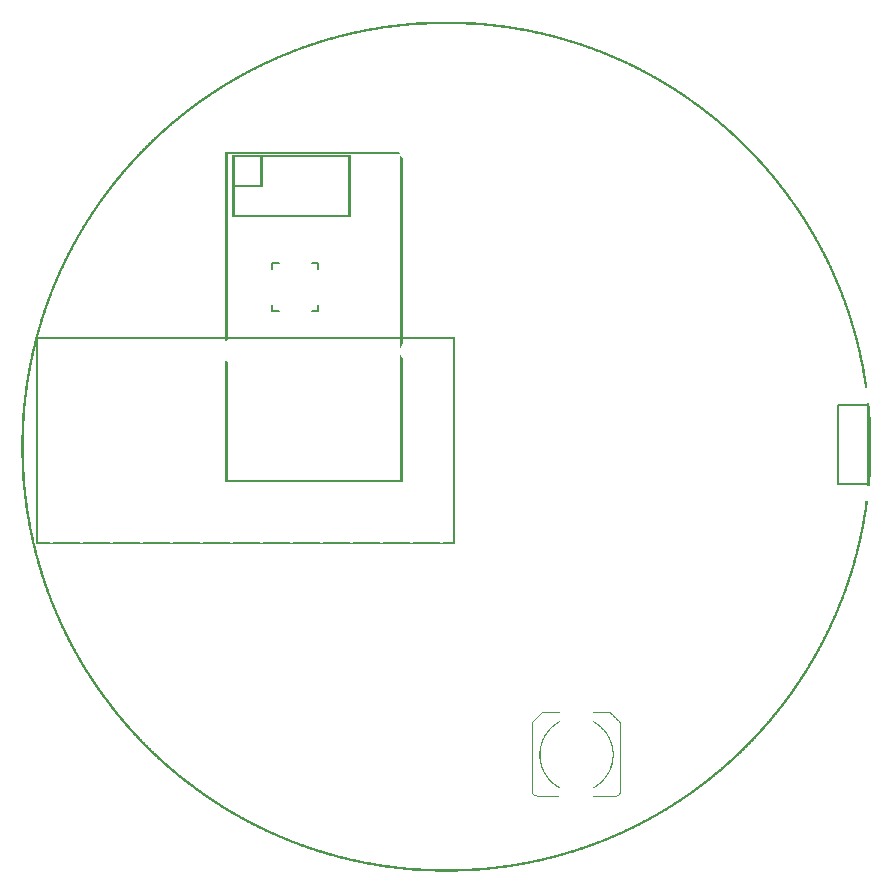
<source format=gbo>
G04 MADE WITH FRITZING*
G04 WWW.FRITZING.ORG*
G04 DOUBLE SIDED*
G04 HOLES PLATED*
G04 CONTOUR ON CENTER OF CONTOUR VECTOR*
%ASAXBY*%
%FSLAX23Y23*%
%MOIN*%
%OFA0B0*%
%SFA1.0B1.0*%
%ADD10C,0.005000*%
%ADD11C,0.005556*%
%ADD12R,0.001000X0.001000*%
%LNSILK0*%
G90*
G70*
G54D10*
X2721Y1556D02*
X2823Y1556D01*
D02*
X2823Y1556D02*
X2823Y1293D01*
D02*
X2823Y1293D02*
X2721Y1293D01*
D02*
X2721Y1293D02*
X2721Y1556D01*
G54D11*
X858Y2031D02*
X836Y2031D01*
X836Y2009D01*
D02*
X969Y1869D02*
X990Y1869D01*
X990Y1891D01*
D02*
X990Y2010D02*
X990Y2031D01*
X968Y2031D01*
D02*
X836Y1890D02*
X836Y1869D01*
X859Y1869D01*
D02*
G54D12*
X1379Y2835D02*
X1454Y2835D01*
X1352Y2834D02*
X1481Y2834D01*
X1333Y2833D02*
X1500Y2833D01*
X1317Y2832D02*
X1516Y2832D01*
X1304Y2831D02*
X1529Y2831D01*
X1292Y2830D02*
X1541Y2830D01*
X1281Y2829D02*
X1552Y2829D01*
X1271Y2828D02*
X1562Y2828D01*
X1261Y2827D02*
X1378Y2827D01*
X1455Y2827D02*
X1572Y2827D01*
X1252Y2826D02*
X1351Y2826D01*
X1482Y2826D02*
X1581Y2826D01*
X1244Y2825D02*
X1332Y2825D01*
X1501Y2825D02*
X1589Y2825D01*
X1236Y2824D02*
X1316Y2824D01*
X1517Y2824D02*
X1597Y2824D01*
X1228Y2823D02*
X1303Y2823D01*
X1530Y2823D02*
X1605Y2823D01*
X1221Y2822D02*
X1291Y2822D01*
X1542Y2822D02*
X1612Y2822D01*
X1214Y2821D02*
X1280Y2821D01*
X1553Y2821D02*
X1619Y2821D01*
X1207Y2820D02*
X1270Y2820D01*
X1563Y2820D02*
X1626Y2820D01*
X1200Y2819D02*
X1260Y2819D01*
X1573Y2819D02*
X1633Y2819D01*
X1194Y2818D02*
X1251Y2818D01*
X1582Y2818D02*
X1639Y2818D01*
X1188Y2817D02*
X1243Y2817D01*
X1590Y2817D02*
X1645Y2817D01*
X1182Y2816D02*
X1235Y2816D01*
X1598Y2816D02*
X1651Y2816D01*
X1176Y2815D02*
X1228Y2815D01*
X1605Y2815D02*
X1657Y2815D01*
X1170Y2814D02*
X1220Y2814D01*
X1613Y2814D02*
X1663Y2814D01*
X1164Y2813D02*
X1213Y2813D01*
X1620Y2813D02*
X1669Y2813D01*
X1159Y2812D02*
X1206Y2812D01*
X1627Y2812D02*
X1674Y2812D01*
X1154Y2811D02*
X1200Y2811D01*
X1633Y2811D02*
X1679Y2811D01*
X1148Y2810D02*
X1193Y2810D01*
X1640Y2810D02*
X1685Y2810D01*
X1143Y2809D02*
X1187Y2809D01*
X1646Y2809D02*
X1690Y2809D01*
X1138Y2808D02*
X1181Y2808D01*
X1652Y2808D02*
X1695Y2808D01*
X1133Y2807D02*
X1175Y2807D01*
X1658Y2807D02*
X1700Y2807D01*
X1128Y2806D02*
X1169Y2806D01*
X1664Y2806D02*
X1705Y2806D01*
X1124Y2805D02*
X1164Y2805D01*
X1669Y2805D02*
X1709Y2805D01*
X1119Y2804D02*
X1158Y2804D01*
X1675Y2804D02*
X1714Y2804D01*
X1115Y2803D02*
X1153Y2803D01*
X1680Y2803D02*
X1718Y2803D01*
X1110Y2802D02*
X1148Y2802D01*
X1685Y2802D02*
X1723Y2802D01*
X1105Y2801D02*
X1143Y2801D01*
X1690Y2801D02*
X1728Y2801D01*
X1101Y2800D02*
X1137Y2800D01*
X1695Y2800D02*
X1732Y2800D01*
X1096Y2799D02*
X1132Y2799D01*
X1701Y2799D02*
X1737Y2799D01*
X1092Y2798D02*
X1128Y2798D01*
X1705Y2798D02*
X1741Y2798D01*
X1088Y2797D02*
X1123Y2797D01*
X1710Y2797D02*
X1745Y2797D01*
X1084Y2796D02*
X1119Y2796D01*
X1714Y2796D02*
X1749Y2796D01*
X1080Y2795D02*
X1114Y2795D01*
X1719Y2795D02*
X1753Y2795D01*
X1076Y2794D02*
X1109Y2794D01*
X1724Y2794D02*
X1757Y2794D01*
X1072Y2793D02*
X1105Y2793D01*
X1728Y2793D02*
X1761Y2793D01*
X1068Y2792D02*
X1100Y2792D01*
X1733Y2792D02*
X1765Y2792D01*
X1064Y2791D02*
X1096Y2791D01*
X1737Y2791D02*
X1769Y2791D01*
X1060Y2790D02*
X1092Y2790D01*
X1741Y2790D02*
X1773Y2790D01*
X1056Y2789D02*
X1088Y2789D01*
X1745Y2789D02*
X1777Y2789D01*
X1052Y2788D02*
X1084Y2788D01*
X1749Y2788D02*
X1781Y2788D01*
X1049Y2787D02*
X1079Y2787D01*
X1754Y2787D02*
X1784Y2787D01*
X1045Y2786D02*
X1075Y2786D01*
X1758Y2786D02*
X1788Y2786D01*
X1041Y2785D02*
X1071Y2785D01*
X1762Y2785D02*
X1792Y2785D01*
X1038Y2784D02*
X1067Y2784D01*
X1766Y2784D02*
X1795Y2784D01*
X1034Y2783D02*
X1063Y2783D01*
X1770Y2783D02*
X1799Y2783D01*
X1030Y2782D02*
X1059Y2782D01*
X1774Y2782D02*
X1803Y2782D01*
X1027Y2781D02*
X1056Y2781D01*
X1777Y2781D02*
X1806Y2781D01*
X1023Y2780D02*
X1052Y2780D01*
X1781Y2780D02*
X1810Y2780D01*
X1020Y2779D02*
X1048Y2779D01*
X1785Y2779D02*
X1813Y2779D01*
X1017Y2778D02*
X1045Y2778D01*
X1788Y2778D02*
X1816Y2778D01*
X1013Y2777D02*
X1041Y2777D01*
X1792Y2777D02*
X1820Y2777D01*
X1010Y2776D02*
X1037Y2776D01*
X1796Y2776D02*
X1823Y2776D01*
X1007Y2775D02*
X1034Y2775D01*
X1799Y2775D02*
X1826Y2775D01*
X1003Y2774D02*
X1030Y2774D01*
X1803Y2774D02*
X1830Y2774D01*
X1000Y2773D02*
X1027Y2773D01*
X1806Y2773D02*
X1833Y2773D01*
X997Y2772D02*
X1023Y2772D01*
X1810Y2772D02*
X1836Y2772D01*
X993Y2771D02*
X1020Y2771D01*
X1813Y2771D02*
X1840Y2771D01*
X990Y2770D02*
X1016Y2770D01*
X1817Y2770D02*
X1843Y2770D01*
X987Y2769D02*
X1013Y2769D01*
X1820Y2769D02*
X1846Y2769D01*
X984Y2768D02*
X1010Y2768D01*
X1823Y2768D02*
X1849Y2768D01*
X981Y2767D02*
X1006Y2767D01*
X1827Y2767D02*
X1852Y2767D01*
X978Y2766D02*
X1003Y2766D01*
X1830Y2766D02*
X1855Y2766D01*
X975Y2765D02*
X1000Y2765D01*
X1833Y2765D02*
X1858Y2765D01*
X972Y2764D02*
X996Y2764D01*
X1837Y2764D02*
X1861Y2764D01*
X969Y2763D02*
X993Y2763D01*
X1840Y2763D02*
X1864Y2763D01*
X966Y2762D02*
X990Y2762D01*
X1843Y2762D02*
X1867Y2762D01*
X963Y2761D02*
X987Y2761D01*
X1846Y2761D02*
X1870Y2761D01*
X960Y2760D02*
X984Y2760D01*
X1849Y2760D02*
X1873Y2760D01*
X957Y2759D02*
X981Y2759D01*
X1852Y2759D02*
X1876Y2759D01*
X954Y2758D02*
X978Y2758D01*
X1855Y2758D02*
X1879Y2758D01*
X951Y2757D02*
X975Y2757D01*
X1858Y2757D02*
X1882Y2757D01*
X948Y2756D02*
X972Y2756D01*
X1861Y2756D02*
X1885Y2756D01*
X946Y2755D02*
X969Y2755D01*
X1864Y2755D02*
X1887Y2755D01*
X943Y2754D02*
X965Y2754D01*
X1868Y2754D02*
X1890Y2754D01*
X940Y2753D02*
X963Y2753D01*
X1870Y2753D02*
X1893Y2753D01*
X937Y2752D02*
X960Y2752D01*
X1873Y2752D02*
X1896Y2752D01*
X934Y2751D02*
X957Y2751D01*
X1876Y2751D02*
X1899Y2751D01*
X931Y2750D02*
X954Y2750D01*
X1879Y2750D02*
X1902Y2750D01*
X929Y2749D02*
X951Y2749D01*
X1882Y2749D02*
X1904Y2749D01*
X926Y2748D02*
X948Y2748D01*
X1885Y2748D02*
X1907Y2748D01*
X923Y2747D02*
X946Y2747D01*
X1887Y2747D02*
X1910Y2747D01*
X921Y2746D02*
X943Y2746D01*
X1890Y2746D02*
X1912Y2746D01*
X918Y2745D02*
X940Y2745D01*
X1893Y2745D02*
X1915Y2745D01*
X915Y2744D02*
X937Y2744D01*
X1896Y2744D02*
X1918Y2744D01*
X913Y2743D02*
X934Y2743D01*
X1899Y2743D02*
X1920Y2743D01*
X910Y2742D02*
X931Y2742D01*
X1902Y2742D02*
X1923Y2742D01*
X908Y2741D02*
X929Y2741D01*
X1904Y2741D02*
X1925Y2741D01*
X905Y2740D02*
X926Y2740D01*
X1907Y2740D02*
X1928Y2740D01*
X902Y2739D02*
X923Y2739D01*
X1910Y2739D02*
X1931Y2739D01*
X900Y2738D02*
X921Y2738D01*
X1912Y2738D02*
X1933Y2738D01*
X897Y2737D02*
X918Y2737D01*
X1915Y2737D02*
X1936Y2737D01*
X895Y2736D02*
X916Y2736D01*
X1917Y2736D02*
X1938Y2736D01*
X892Y2735D02*
X913Y2735D01*
X1920Y2735D02*
X1941Y2735D01*
X890Y2734D02*
X910Y2734D01*
X1923Y2734D02*
X1943Y2734D01*
X887Y2733D02*
X908Y2733D01*
X1925Y2733D02*
X1946Y2733D01*
X885Y2732D02*
X905Y2732D01*
X1928Y2732D02*
X1948Y2732D01*
X882Y2731D02*
X902Y2731D01*
X1931Y2731D02*
X1951Y2731D01*
X880Y2730D02*
X900Y2730D01*
X1933Y2730D02*
X1953Y2730D01*
X878Y2729D02*
X897Y2729D01*
X1936Y2729D02*
X1955Y2729D01*
X875Y2728D02*
X895Y2728D01*
X1938Y2728D02*
X1958Y2728D01*
X873Y2727D02*
X892Y2727D01*
X1941Y2727D02*
X1960Y2727D01*
X870Y2726D02*
X890Y2726D01*
X1943Y2726D02*
X1963Y2726D01*
X868Y2725D02*
X887Y2725D01*
X1946Y2725D02*
X1965Y2725D01*
X865Y2724D02*
X885Y2724D01*
X1948Y2724D02*
X1968Y2724D01*
X863Y2723D02*
X883Y2723D01*
X1950Y2723D02*
X1970Y2723D01*
X861Y2722D02*
X880Y2722D01*
X1953Y2722D02*
X1972Y2722D01*
X858Y2721D02*
X878Y2721D01*
X1955Y2721D02*
X1975Y2721D01*
X856Y2720D02*
X875Y2720D01*
X1958Y2720D02*
X1977Y2720D01*
X854Y2719D02*
X873Y2719D01*
X1960Y2719D02*
X1979Y2719D01*
X852Y2718D02*
X870Y2718D01*
X1963Y2718D02*
X1981Y2718D01*
X849Y2717D02*
X868Y2717D01*
X1965Y2717D02*
X1984Y2717D01*
X847Y2716D02*
X866Y2716D01*
X1967Y2716D02*
X1986Y2716D01*
X845Y2715D02*
X863Y2715D01*
X1970Y2715D02*
X1988Y2715D01*
X842Y2714D02*
X861Y2714D01*
X1972Y2714D02*
X1991Y2714D01*
X840Y2713D02*
X859Y2713D01*
X1974Y2713D02*
X1993Y2713D01*
X838Y2712D02*
X856Y2712D01*
X1977Y2712D02*
X1995Y2712D01*
X836Y2711D02*
X854Y2711D01*
X1979Y2711D02*
X1997Y2711D01*
X833Y2710D02*
X852Y2710D01*
X1981Y2710D02*
X2000Y2710D01*
X831Y2709D02*
X850Y2709D01*
X1983Y2709D02*
X2002Y2709D01*
X829Y2708D02*
X847Y2708D01*
X1986Y2708D02*
X2004Y2708D01*
X827Y2707D02*
X845Y2707D01*
X1988Y2707D02*
X2006Y2707D01*
X825Y2706D02*
X843Y2706D01*
X1990Y2706D02*
X2008Y2706D01*
X823Y2705D02*
X840Y2705D01*
X1993Y2705D02*
X2010Y2705D01*
X820Y2704D02*
X838Y2704D01*
X1995Y2704D02*
X2013Y2704D01*
X818Y2703D02*
X836Y2703D01*
X1997Y2703D02*
X2015Y2703D01*
X816Y2702D02*
X834Y2702D01*
X1999Y2702D02*
X2017Y2702D01*
X814Y2701D02*
X832Y2701D01*
X2001Y2701D02*
X2019Y2701D01*
X812Y2700D02*
X829Y2700D01*
X2004Y2700D02*
X2021Y2700D01*
X810Y2699D02*
X827Y2699D01*
X2006Y2699D02*
X2023Y2699D01*
X808Y2698D02*
X825Y2698D01*
X2008Y2698D02*
X2025Y2698D01*
X805Y2697D02*
X823Y2697D01*
X2010Y2697D02*
X2028Y2697D01*
X803Y2696D02*
X821Y2696D01*
X2012Y2696D02*
X2030Y2696D01*
X801Y2695D02*
X819Y2695D01*
X2014Y2695D02*
X2032Y2695D01*
X799Y2694D02*
X817Y2694D01*
X2016Y2694D02*
X2034Y2694D01*
X797Y2693D02*
X814Y2693D01*
X2019Y2693D02*
X2036Y2693D01*
X795Y2692D02*
X812Y2692D01*
X2021Y2692D02*
X2038Y2692D01*
X793Y2691D02*
X810Y2691D01*
X2023Y2691D02*
X2040Y2691D01*
X791Y2690D02*
X808Y2690D01*
X2025Y2690D02*
X2042Y2690D01*
X789Y2689D02*
X806Y2689D01*
X2027Y2689D02*
X2044Y2689D01*
X787Y2688D02*
X804Y2688D01*
X2029Y2688D02*
X2046Y2688D01*
X785Y2687D02*
X802Y2687D01*
X2031Y2687D02*
X2048Y2687D01*
X783Y2686D02*
X800Y2686D01*
X2033Y2686D02*
X2050Y2686D01*
X781Y2685D02*
X798Y2685D01*
X2035Y2685D02*
X2052Y2685D01*
X779Y2684D02*
X796Y2684D01*
X2037Y2684D02*
X2054Y2684D01*
X777Y2683D02*
X794Y2683D01*
X2039Y2683D02*
X2056Y2683D01*
X775Y2682D02*
X792Y2682D01*
X2041Y2682D02*
X2058Y2682D01*
X773Y2681D02*
X790Y2681D01*
X2043Y2681D02*
X2060Y2681D01*
X771Y2680D02*
X788Y2680D01*
X2045Y2680D02*
X2062Y2680D01*
X769Y2679D02*
X786Y2679D01*
X2047Y2679D02*
X2064Y2679D01*
X767Y2678D02*
X784Y2678D01*
X2049Y2678D02*
X2066Y2678D01*
X765Y2677D02*
X782Y2677D01*
X2051Y2677D02*
X2068Y2677D01*
X764Y2676D02*
X780Y2676D01*
X2053Y2676D02*
X2069Y2676D01*
X762Y2675D02*
X778Y2675D01*
X2055Y2675D02*
X2071Y2675D01*
X760Y2674D02*
X776Y2674D01*
X2057Y2674D02*
X2073Y2674D01*
X758Y2673D02*
X774Y2673D01*
X2059Y2673D02*
X2075Y2673D01*
X756Y2672D02*
X772Y2672D01*
X2061Y2672D02*
X2077Y2672D01*
X754Y2671D02*
X770Y2671D01*
X2063Y2671D02*
X2079Y2671D01*
X752Y2670D02*
X768Y2670D01*
X2065Y2670D02*
X2081Y2670D01*
X750Y2669D02*
X766Y2669D01*
X2067Y2669D02*
X2083Y2669D01*
X748Y2668D02*
X764Y2668D01*
X2069Y2668D02*
X2085Y2668D01*
X746Y2667D02*
X762Y2667D01*
X2071Y2667D02*
X2086Y2667D01*
X745Y2666D02*
X760Y2666D01*
X2073Y2666D02*
X2088Y2666D01*
X743Y2665D02*
X759Y2665D01*
X2074Y2665D02*
X2090Y2665D01*
X741Y2664D02*
X757Y2664D01*
X2076Y2664D02*
X2092Y2664D01*
X739Y2663D02*
X755Y2663D01*
X2078Y2663D02*
X2094Y2663D01*
X737Y2662D02*
X753Y2662D01*
X2080Y2662D02*
X2096Y2662D01*
X735Y2661D02*
X751Y2661D01*
X2082Y2661D02*
X2098Y2661D01*
X734Y2660D02*
X749Y2660D01*
X2084Y2660D02*
X2099Y2660D01*
X732Y2659D02*
X747Y2659D01*
X2086Y2659D02*
X2101Y2659D01*
X730Y2658D02*
X745Y2658D01*
X2088Y2658D02*
X2103Y2658D01*
X728Y2657D02*
X743Y2657D01*
X2090Y2657D02*
X2105Y2657D01*
X727Y2656D02*
X742Y2656D01*
X2091Y2656D02*
X2106Y2656D01*
X725Y2655D02*
X740Y2655D01*
X2093Y2655D02*
X2108Y2655D01*
X723Y2654D02*
X738Y2654D01*
X2095Y2654D02*
X2110Y2654D01*
X721Y2653D02*
X736Y2653D01*
X2097Y2653D02*
X2112Y2653D01*
X719Y2652D02*
X735Y2652D01*
X2098Y2652D02*
X2114Y2652D01*
X718Y2651D02*
X733Y2651D01*
X2100Y2651D02*
X2115Y2651D01*
X716Y2650D02*
X731Y2650D01*
X2102Y2650D02*
X2117Y2650D01*
X714Y2649D02*
X729Y2649D01*
X2104Y2649D02*
X2119Y2649D01*
X712Y2648D02*
X727Y2648D01*
X2106Y2648D02*
X2121Y2648D01*
X710Y2647D02*
X726Y2647D01*
X2107Y2647D02*
X2122Y2647D01*
X709Y2646D02*
X724Y2646D01*
X2109Y2646D02*
X2124Y2646D01*
X707Y2645D02*
X722Y2645D01*
X2111Y2645D02*
X2126Y2645D01*
X705Y2644D02*
X720Y2644D01*
X2113Y2644D02*
X2128Y2644D01*
X704Y2643D02*
X718Y2643D01*
X2115Y2643D02*
X2129Y2643D01*
X702Y2642D02*
X717Y2642D01*
X2116Y2642D02*
X2131Y2642D01*
X700Y2641D02*
X715Y2641D01*
X2118Y2641D02*
X2133Y2641D01*
X699Y2640D02*
X713Y2640D01*
X2120Y2640D02*
X2134Y2640D01*
X697Y2639D02*
X711Y2639D01*
X2122Y2639D02*
X2136Y2639D01*
X695Y2638D02*
X710Y2638D01*
X2123Y2638D02*
X2138Y2638D01*
X694Y2637D02*
X708Y2637D01*
X2125Y2637D02*
X2139Y2637D01*
X692Y2636D02*
X706Y2636D01*
X2127Y2636D02*
X2141Y2636D01*
X690Y2635D02*
X705Y2635D01*
X2128Y2635D02*
X2143Y2635D01*
X688Y2634D02*
X703Y2634D01*
X2130Y2634D02*
X2144Y2634D01*
X687Y2633D02*
X701Y2633D01*
X2132Y2633D02*
X2146Y2633D01*
X685Y2632D02*
X700Y2632D01*
X2133Y2632D02*
X2148Y2632D01*
X683Y2631D02*
X698Y2631D01*
X2135Y2631D02*
X2150Y2631D01*
X682Y2630D02*
X696Y2630D01*
X2137Y2630D02*
X2151Y2630D01*
X680Y2629D02*
X695Y2629D01*
X2138Y2629D02*
X2153Y2629D01*
X679Y2628D02*
X693Y2628D01*
X2140Y2628D02*
X2154Y2628D01*
X677Y2627D02*
X691Y2627D01*
X2142Y2627D02*
X2156Y2627D01*
X675Y2626D02*
X689Y2626D01*
X2144Y2626D02*
X2158Y2626D01*
X674Y2625D02*
X688Y2625D01*
X2145Y2625D02*
X2159Y2625D01*
X672Y2624D02*
X686Y2624D01*
X2147Y2624D02*
X2161Y2624D01*
X671Y2623D02*
X684Y2623D01*
X2149Y2623D02*
X2162Y2623D01*
X669Y2622D02*
X683Y2622D01*
X2150Y2622D02*
X2164Y2622D01*
X667Y2621D02*
X681Y2621D01*
X2152Y2621D02*
X2166Y2621D01*
X666Y2620D02*
X680Y2620D01*
X2153Y2620D02*
X2167Y2620D01*
X664Y2619D02*
X678Y2619D01*
X2155Y2619D02*
X2169Y2619D01*
X663Y2618D02*
X676Y2618D01*
X2157Y2618D02*
X2170Y2618D01*
X661Y2617D02*
X675Y2617D01*
X2158Y2617D02*
X2172Y2617D01*
X659Y2616D02*
X673Y2616D01*
X2160Y2616D02*
X2174Y2616D01*
X658Y2615D02*
X672Y2615D01*
X2161Y2615D02*
X2175Y2615D01*
X656Y2614D02*
X670Y2614D01*
X2163Y2614D02*
X2177Y2614D01*
X655Y2613D02*
X668Y2613D01*
X2165Y2613D02*
X2178Y2613D01*
X653Y2612D02*
X667Y2612D01*
X2166Y2612D02*
X2180Y2612D01*
X651Y2611D02*
X665Y2611D01*
X2168Y2611D02*
X2182Y2611D01*
X650Y2610D02*
X664Y2610D01*
X2169Y2610D02*
X2183Y2610D01*
X648Y2609D02*
X662Y2609D01*
X2171Y2609D02*
X2185Y2609D01*
X647Y2608D02*
X660Y2608D01*
X2173Y2608D02*
X2186Y2608D01*
X645Y2607D02*
X659Y2607D01*
X2174Y2607D02*
X2188Y2607D01*
X644Y2606D02*
X657Y2606D01*
X2176Y2606D02*
X2189Y2606D01*
X642Y2605D02*
X656Y2605D01*
X2177Y2605D02*
X2191Y2605D01*
X641Y2604D02*
X654Y2604D01*
X2179Y2604D02*
X2192Y2604D01*
X639Y2603D02*
X653Y2603D01*
X2180Y2603D02*
X2194Y2603D01*
X638Y2602D02*
X651Y2602D01*
X2182Y2602D02*
X2195Y2602D01*
X636Y2601D02*
X650Y2601D01*
X2183Y2601D02*
X2197Y2601D01*
X635Y2600D02*
X648Y2600D01*
X2185Y2600D02*
X2198Y2600D01*
X633Y2599D02*
X647Y2599D01*
X2186Y2599D02*
X2200Y2599D01*
X632Y2598D02*
X645Y2598D01*
X2188Y2598D02*
X2201Y2598D01*
X630Y2597D02*
X644Y2597D01*
X2189Y2597D02*
X2203Y2597D01*
X629Y2596D02*
X642Y2596D01*
X2191Y2596D02*
X2204Y2596D01*
X627Y2595D02*
X640Y2595D01*
X2193Y2595D02*
X2206Y2595D01*
X626Y2594D02*
X639Y2594D01*
X2194Y2594D02*
X2207Y2594D01*
X624Y2593D02*
X637Y2593D01*
X2196Y2593D02*
X2209Y2593D01*
X623Y2592D02*
X636Y2592D01*
X2197Y2592D02*
X2210Y2592D01*
X621Y2591D02*
X634Y2591D01*
X2199Y2591D02*
X2212Y2591D01*
X620Y2590D02*
X633Y2590D01*
X2200Y2590D02*
X2213Y2590D01*
X618Y2589D02*
X631Y2589D01*
X2202Y2589D02*
X2215Y2589D01*
X617Y2588D02*
X630Y2588D01*
X2203Y2588D02*
X2216Y2588D01*
X615Y2587D02*
X628Y2587D01*
X2205Y2587D02*
X2218Y2587D01*
X614Y2586D02*
X627Y2586D01*
X2206Y2586D02*
X2219Y2586D01*
X613Y2585D02*
X625Y2585D01*
X2208Y2585D02*
X2220Y2585D01*
X611Y2584D02*
X624Y2584D01*
X2209Y2584D02*
X2222Y2584D01*
X610Y2583D02*
X623Y2583D01*
X2210Y2583D02*
X2223Y2583D01*
X608Y2582D02*
X621Y2582D01*
X2212Y2582D02*
X2225Y2582D01*
X607Y2581D02*
X620Y2581D01*
X2213Y2581D02*
X2226Y2581D01*
X605Y2580D02*
X618Y2580D01*
X2215Y2580D02*
X2228Y2580D01*
X604Y2579D02*
X617Y2579D01*
X2216Y2579D02*
X2229Y2579D01*
X602Y2578D02*
X615Y2578D01*
X2218Y2578D02*
X2231Y2578D01*
X601Y2577D02*
X614Y2577D01*
X2219Y2577D02*
X2232Y2577D01*
X600Y2576D02*
X612Y2576D01*
X2221Y2576D02*
X2233Y2576D01*
X598Y2575D02*
X611Y2575D01*
X2222Y2575D02*
X2235Y2575D01*
X597Y2574D02*
X610Y2574D01*
X2223Y2574D02*
X2236Y2574D01*
X595Y2573D02*
X608Y2573D01*
X2225Y2573D02*
X2238Y2573D01*
X594Y2572D02*
X607Y2572D01*
X2226Y2572D02*
X2239Y2572D01*
X593Y2571D02*
X605Y2571D01*
X2228Y2571D02*
X2240Y2571D01*
X591Y2570D02*
X604Y2570D01*
X2229Y2570D02*
X2242Y2570D01*
X590Y2569D02*
X602Y2569D01*
X2231Y2569D02*
X2243Y2569D01*
X588Y2568D02*
X601Y2568D01*
X2232Y2568D02*
X2245Y2568D01*
X587Y2567D02*
X600Y2567D01*
X2233Y2567D02*
X2246Y2567D01*
X586Y2566D02*
X598Y2566D01*
X2235Y2566D02*
X2247Y2566D01*
X584Y2565D02*
X597Y2565D01*
X2236Y2565D02*
X2249Y2565D01*
X583Y2564D02*
X595Y2564D01*
X2238Y2564D02*
X2250Y2564D01*
X582Y2563D02*
X594Y2563D01*
X2239Y2563D02*
X2251Y2563D01*
X580Y2562D02*
X593Y2562D01*
X2240Y2562D02*
X2253Y2562D01*
X579Y2561D02*
X591Y2561D01*
X2242Y2561D02*
X2254Y2561D01*
X577Y2560D02*
X590Y2560D01*
X2243Y2560D02*
X2256Y2560D01*
X576Y2559D02*
X589Y2559D01*
X2244Y2559D02*
X2257Y2559D01*
X575Y2558D02*
X587Y2558D01*
X2246Y2558D02*
X2258Y2558D01*
X573Y2557D02*
X586Y2557D01*
X2247Y2557D02*
X2260Y2557D01*
X572Y2556D02*
X584Y2556D01*
X2249Y2556D02*
X2261Y2556D01*
X571Y2555D02*
X583Y2555D01*
X2250Y2555D02*
X2262Y2555D01*
X569Y2554D02*
X582Y2554D01*
X2251Y2554D02*
X2264Y2554D01*
X568Y2553D02*
X580Y2553D01*
X2253Y2553D02*
X2265Y2553D01*
X567Y2552D02*
X579Y2552D01*
X2254Y2552D02*
X2266Y2552D01*
X565Y2551D02*
X578Y2551D01*
X2255Y2551D02*
X2268Y2551D01*
X564Y2550D02*
X576Y2550D01*
X2257Y2550D02*
X2269Y2550D01*
X563Y2549D02*
X575Y2549D01*
X2258Y2549D02*
X2270Y2549D01*
X561Y2548D02*
X574Y2548D01*
X2259Y2548D02*
X2272Y2548D01*
X560Y2547D02*
X572Y2547D01*
X2261Y2547D02*
X2273Y2547D01*
X559Y2546D02*
X571Y2546D01*
X2262Y2546D02*
X2274Y2546D01*
X557Y2545D02*
X570Y2545D01*
X2263Y2545D02*
X2275Y2545D01*
X556Y2544D02*
X568Y2544D01*
X2265Y2544D02*
X2277Y2544D01*
X555Y2543D02*
X567Y2543D01*
X2266Y2543D02*
X2278Y2543D01*
X554Y2542D02*
X566Y2542D01*
X2267Y2542D02*
X2279Y2542D01*
X552Y2541D02*
X564Y2541D01*
X2269Y2541D02*
X2281Y2541D01*
X551Y2540D02*
X563Y2540D01*
X2270Y2540D02*
X2282Y2540D01*
X550Y2539D02*
X562Y2539D01*
X2271Y2539D02*
X2283Y2539D01*
X548Y2538D02*
X560Y2538D01*
X2273Y2538D02*
X2285Y2538D01*
X547Y2537D02*
X559Y2537D01*
X2274Y2537D02*
X2286Y2537D01*
X546Y2536D02*
X558Y2536D01*
X2275Y2536D02*
X2287Y2536D01*
X544Y2535D02*
X557Y2535D01*
X2276Y2535D02*
X2289Y2535D01*
X543Y2534D02*
X555Y2534D01*
X2278Y2534D02*
X2290Y2534D01*
X542Y2533D02*
X554Y2533D01*
X2279Y2533D02*
X2291Y2533D01*
X541Y2532D02*
X553Y2532D01*
X2280Y2532D02*
X2292Y2532D01*
X539Y2531D02*
X551Y2531D01*
X2282Y2531D02*
X2294Y2531D01*
X538Y2530D02*
X550Y2530D01*
X2283Y2530D02*
X2295Y2530D01*
X537Y2529D02*
X549Y2529D01*
X2284Y2529D02*
X2296Y2529D01*
X536Y2528D02*
X547Y2528D01*
X2286Y2528D02*
X2297Y2528D01*
X534Y2527D02*
X546Y2527D01*
X2287Y2527D02*
X2299Y2527D01*
X533Y2526D02*
X545Y2526D01*
X2288Y2526D02*
X2300Y2526D01*
X532Y2525D02*
X544Y2525D01*
X2289Y2525D02*
X2301Y2525D01*
X531Y2524D02*
X542Y2524D01*
X2291Y2524D02*
X2302Y2524D01*
X529Y2523D02*
X541Y2523D01*
X2292Y2523D02*
X2304Y2523D01*
X528Y2522D02*
X540Y2522D01*
X2293Y2522D02*
X2305Y2522D01*
X527Y2521D02*
X539Y2521D01*
X2294Y2521D02*
X2306Y2521D01*
X526Y2520D02*
X537Y2520D01*
X2296Y2520D02*
X2307Y2520D01*
X524Y2519D02*
X536Y2519D01*
X2297Y2519D02*
X2309Y2519D01*
X523Y2518D02*
X535Y2518D01*
X2298Y2518D02*
X2310Y2518D01*
X522Y2517D02*
X534Y2517D01*
X2299Y2517D02*
X2311Y2517D01*
X521Y2516D02*
X532Y2516D01*
X2301Y2516D02*
X2312Y2516D01*
X519Y2515D02*
X531Y2515D01*
X2302Y2515D02*
X2314Y2515D01*
X518Y2514D02*
X530Y2514D01*
X2303Y2514D02*
X2315Y2514D01*
X517Y2513D02*
X529Y2513D01*
X2304Y2513D02*
X2316Y2513D01*
X516Y2512D02*
X527Y2512D01*
X2306Y2512D02*
X2317Y2512D01*
X515Y2511D02*
X526Y2511D01*
X2307Y2511D02*
X2318Y2511D01*
X513Y2510D02*
X525Y2510D01*
X2308Y2510D02*
X2320Y2510D01*
X512Y2509D02*
X524Y2509D01*
X2309Y2509D02*
X2321Y2509D01*
X511Y2508D02*
X523Y2508D01*
X2310Y2508D02*
X2322Y2508D01*
X510Y2507D02*
X521Y2507D01*
X2312Y2507D02*
X2323Y2507D01*
X509Y2506D02*
X520Y2506D01*
X2313Y2506D02*
X2324Y2506D01*
X507Y2505D02*
X519Y2505D01*
X2314Y2505D02*
X2326Y2505D01*
X506Y2504D02*
X518Y2504D01*
X2315Y2504D02*
X2327Y2504D01*
X505Y2503D02*
X516Y2503D01*
X2317Y2503D02*
X2328Y2503D01*
X504Y2502D02*
X515Y2502D01*
X2318Y2502D02*
X2329Y2502D01*
X503Y2501D02*
X514Y2501D01*
X2319Y2501D02*
X2330Y2501D01*
X502Y2500D02*
X513Y2500D01*
X2320Y2500D02*
X2331Y2500D01*
X500Y2499D02*
X512Y2499D01*
X2321Y2499D02*
X2333Y2499D01*
X499Y2498D02*
X511Y2498D01*
X2322Y2498D02*
X2334Y2498D01*
X498Y2497D02*
X509Y2497D01*
X2324Y2497D02*
X2335Y2497D01*
X497Y2496D02*
X508Y2496D01*
X2325Y2496D02*
X2336Y2496D01*
X496Y2495D02*
X507Y2495D01*
X2326Y2495D02*
X2337Y2495D01*
X494Y2494D02*
X506Y2494D01*
X2327Y2494D02*
X2339Y2494D01*
X493Y2493D02*
X505Y2493D01*
X2328Y2493D02*
X2340Y2493D01*
X492Y2492D02*
X503Y2492D01*
X2330Y2492D02*
X2341Y2492D01*
X491Y2491D02*
X502Y2491D01*
X2331Y2491D02*
X2342Y2491D01*
X490Y2490D02*
X501Y2490D01*
X2332Y2490D02*
X2343Y2490D01*
X489Y2489D02*
X500Y2489D01*
X2333Y2489D02*
X2344Y2489D01*
X487Y2488D02*
X499Y2488D01*
X2334Y2488D02*
X2346Y2488D01*
X486Y2487D02*
X498Y2487D01*
X2335Y2487D02*
X2347Y2487D01*
X485Y2486D02*
X496Y2486D01*
X2337Y2486D02*
X2348Y2486D01*
X484Y2485D02*
X495Y2485D01*
X2338Y2485D02*
X2349Y2485D01*
X483Y2484D02*
X494Y2484D01*
X2339Y2484D02*
X2350Y2484D01*
X482Y2483D02*
X493Y2483D01*
X2340Y2483D02*
X2351Y2483D01*
X481Y2482D02*
X492Y2482D01*
X2341Y2482D02*
X2352Y2482D01*
X480Y2481D02*
X491Y2481D01*
X2342Y2481D02*
X2353Y2481D01*
X478Y2480D02*
X489Y2480D01*
X2343Y2480D02*
X2355Y2480D01*
X477Y2479D02*
X488Y2479D01*
X2345Y2479D02*
X2356Y2479D01*
X476Y2478D02*
X487Y2478D01*
X2346Y2478D02*
X2357Y2478D01*
X475Y2477D02*
X486Y2477D01*
X2347Y2477D02*
X2358Y2477D01*
X474Y2476D02*
X485Y2476D01*
X2348Y2476D02*
X2359Y2476D01*
X473Y2475D02*
X484Y2475D01*
X2349Y2475D02*
X2360Y2475D01*
X472Y2474D02*
X483Y2474D01*
X2350Y2474D02*
X2361Y2474D01*
X471Y2473D02*
X482Y2473D01*
X2351Y2473D02*
X2362Y2473D01*
X469Y2472D02*
X480Y2472D01*
X2353Y2472D02*
X2364Y2472D01*
X468Y2471D02*
X479Y2471D01*
X2354Y2471D02*
X2365Y2471D01*
X467Y2470D02*
X478Y2470D01*
X2355Y2470D02*
X2366Y2470D01*
X466Y2469D02*
X477Y2469D01*
X2356Y2469D02*
X2367Y2469D01*
X465Y2468D02*
X476Y2468D01*
X2357Y2468D02*
X2368Y2468D01*
X464Y2467D02*
X475Y2467D01*
X2358Y2467D02*
X2369Y2467D01*
X463Y2466D02*
X474Y2466D01*
X2359Y2466D02*
X2370Y2466D01*
X462Y2465D02*
X473Y2465D01*
X2360Y2465D02*
X2371Y2465D01*
X461Y2464D02*
X471Y2464D01*
X2362Y2464D02*
X2372Y2464D01*
X460Y2463D02*
X470Y2463D01*
X2363Y2463D02*
X2373Y2463D01*
X458Y2462D02*
X469Y2462D01*
X2364Y2462D02*
X2375Y2462D01*
X457Y2461D02*
X468Y2461D01*
X2365Y2461D02*
X2376Y2461D01*
X456Y2460D02*
X467Y2460D01*
X2366Y2460D02*
X2377Y2460D01*
X455Y2459D02*
X466Y2459D01*
X2367Y2459D02*
X2378Y2459D01*
X454Y2458D02*
X465Y2458D01*
X2368Y2458D02*
X2379Y2458D01*
X453Y2457D02*
X464Y2457D01*
X2369Y2457D02*
X2380Y2457D01*
X452Y2456D02*
X463Y2456D01*
X2370Y2456D02*
X2381Y2456D01*
X451Y2455D02*
X462Y2455D01*
X2371Y2455D02*
X2382Y2455D01*
X450Y2454D02*
X461Y2454D01*
X2372Y2454D02*
X2383Y2454D01*
X449Y2453D02*
X460Y2453D01*
X2373Y2453D02*
X2384Y2453D01*
X448Y2452D02*
X458Y2452D01*
X2375Y2452D02*
X2385Y2452D01*
X447Y2451D02*
X457Y2451D01*
X2376Y2451D02*
X2386Y2451D01*
X446Y2450D02*
X456Y2450D01*
X2377Y2450D02*
X2387Y2450D01*
X444Y2449D02*
X455Y2449D01*
X2378Y2449D02*
X2389Y2449D01*
X443Y2448D02*
X454Y2448D01*
X2379Y2448D02*
X2390Y2448D01*
X442Y2447D02*
X453Y2447D01*
X2380Y2447D02*
X2391Y2447D01*
X441Y2446D02*
X452Y2446D01*
X2381Y2446D02*
X2392Y2446D01*
X440Y2445D02*
X451Y2445D01*
X2382Y2445D02*
X2393Y2445D01*
X439Y2444D02*
X450Y2444D01*
X2383Y2444D02*
X2394Y2444D01*
X438Y2443D02*
X449Y2443D01*
X2384Y2443D02*
X2395Y2443D01*
X437Y2442D02*
X448Y2442D01*
X2385Y2442D02*
X2396Y2442D01*
X436Y2441D02*
X447Y2441D01*
X2386Y2441D02*
X2397Y2441D01*
X435Y2440D02*
X446Y2440D01*
X2387Y2440D02*
X2398Y2440D01*
X434Y2439D02*
X444Y2439D01*
X2389Y2439D02*
X2399Y2439D01*
X433Y2438D02*
X443Y2438D01*
X2390Y2438D02*
X2400Y2438D01*
X432Y2437D02*
X442Y2437D01*
X2391Y2437D02*
X2401Y2437D01*
X431Y2436D02*
X441Y2436D01*
X2392Y2436D02*
X2402Y2436D01*
X430Y2435D02*
X440Y2435D01*
X2393Y2435D02*
X2403Y2435D01*
X429Y2434D02*
X439Y2434D01*
X2394Y2434D02*
X2404Y2434D01*
X428Y2433D02*
X438Y2433D01*
X2395Y2433D02*
X2405Y2433D01*
X427Y2432D02*
X437Y2432D01*
X2396Y2432D02*
X2406Y2432D01*
X426Y2431D02*
X436Y2431D01*
X2397Y2431D02*
X2407Y2431D01*
X425Y2430D02*
X435Y2430D01*
X2398Y2430D02*
X2408Y2430D01*
X424Y2429D02*
X434Y2429D01*
X2399Y2429D02*
X2409Y2429D01*
X423Y2428D02*
X433Y2428D01*
X2400Y2428D02*
X2410Y2428D01*
X422Y2427D02*
X432Y2427D01*
X2401Y2427D02*
X2411Y2427D01*
X421Y2426D02*
X431Y2426D01*
X2402Y2426D02*
X2412Y2426D01*
X420Y2425D02*
X430Y2425D01*
X2403Y2425D02*
X2413Y2425D01*
X419Y2424D02*
X429Y2424D01*
X2404Y2424D02*
X2414Y2424D01*
X418Y2423D02*
X428Y2423D01*
X2405Y2423D02*
X2415Y2423D01*
X417Y2422D02*
X427Y2422D01*
X2406Y2422D02*
X2416Y2422D01*
X416Y2421D02*
X426Y2421D01*
X2407Y2421D02*
X2417Y2421D01*
X415Y2420D02*
X425Y2420D01*
X2408Y2420D02*
X2418Y2420D01*
X414Y2419D02*
X424Y2419D01*
X2409Y2419D02*
X2419Y2419D01*
X413Y2418D02*
X423Y2418D01*
X2410Y2418D02*
X2420Y2418D01*
X412Y2417D02*
X422Y2417D01*
X2411Y2417D02*
X2421Y2417D01*
X411Y2416D02*
X421Y2416D01*
X2412Y2416D02*
X2422Y2416D01*
X410Y2415D02*
X420Y2415D01*
X2413Y2415D02*
X2423Y2415D01*
X409Y2414D02*
X419Y2414D01*
X2414Y2414D02*
X2424Y2414D01*
X408Y2413D02*
X418Y2413D01*
X2415Y2413D02*
X2425Y2413D01*
X407Y2412D02*
X417Y2412D01*
X2416Y2412D02*
X2426Y2412D01*
X406Y2411D02*
X416Y2411D01*
X2417Y2411D02*
X2427Y2411D01*
X405Y2410D02*
X415Y2410D01*
X2418Y2410D02*
X2428Y2410D01*
X404Y2409D02*
X414Y2409D01*
X2419Y2409D02*
X2429Y2409D01*
X403Y2408D02*
X413Y2408D01*
X2420Y2408D02*
X2430Y2408D01*
X402Y2407D02*
X412Y2407D01*
X2421Y2407D02*
X2431Y2407D01*
X401Y2406D02*
X411Y2406D01*
X2422Y2406D02*
X2432Y2406D01*
X400Y2405D02*
X410Y2405D01*
X2423Y2405D02*
X2433Y2405D01*
X399Y2404D02*
X409Y2404D01*
X2424Y2404D02*
X2434Y2404D01*
X398Y2403D02*
X408Y2403D01*
X2425Y2403D02*
X2435Y2403D01*
X397Y2402D02*
X407Y2402D01*
X2426Y2402D02*
X2436Y2402D01*
X396Y2401D02*
X406Y2401D01*
X680Y2401D02*
X1259Y2401D01*
X2427Y2401D02*
X2437Y2401D01*
X395Y2400D02*
X405Y2400D01*
X680Y2400D02*
X1259Y2400D01*
X2428Y2400D02*
X2438Y2400D01*
X394Y2399D02*
X404Y2399D01*
X680Y2399D02*
X1259Y2399D01*
X2429Y2399D02*
X2439Y2399D01*
X393Y2398D02*
X403Y2398D01*
X680Y2398D02*
X1259Y2398D01*
X2430Y2398D02*
X2440Y2398D01*
X392Y2397D02*
X402Y2397D01*
X680Y2397D02*
X1260Y2397D01*
X2431Y2397D02*
X2441Y2397D01*
X391Y2396D02*
X401Y2396D01*
X680Y2396D02*
X1260Y2396D01*
X2432Y2396D02*
X2442Y2396D01*
X390Y2395D02*
X400Y2395D01*
X680Y2395D02*
X1260Y2395D01*
X2433Y2395D02*
X2443Y2395D01*
X389Y2394D02*
X399Y2394D01*
X680Y2394D02*
X1261Y2394D01*
X2434Y2394D02*
X2444Y2394D01*
X388Y2393D02*
X398Y2393D01*
X680Y2393D02*
X1261Y2393D01*
X2435Y2393D02*
X2445Y2393D01*
X387Y2392D02*
X397Y2392D01*
X680Y2392D02*
X688Y2392D01*
X2436Y2392D02*
X2446Y2392D01*
X386Y2391D02*
X396Y2391D01*
X680Y2391D02*
X688Y2391D01*
X1262Y2391D02*
X1262Y2391D01*
X2437Y2391D02*
X2447Y2391D01*
X386Y2390D02*
X395Y2390D01*
X680Y2390D02*
X688Y2390D01*
X704Y2390D02*
X1097Y2390D01*
X1262Y2390D02*
X1262Y2390D01*
X2438Y2390D02*
X2447Y2390D01*
X385Y2389D02*
X395Y2389D01*
X680Y2389D02*
X688Y2389D01*
X704Y2389D02*
X1098Y2389D01*
X1262Y2389D02*
X1263Y2389D01*
X2438Y2389D02*
X2448Y2389D01*
X384Y2388D02*
X394Y2388D01*
X680Y2388D02*
X688Y2388D01*
X704Y2388D02*
X1098Y2388D01*
X1262Y2388D02*
X1264Y2388D01*
X2439Y2388D02*
X2449Y2388D01*
X383Y2387D02*
X393Y2387D01*
X680Y2387D02*
X688Y2387D01*
X704Y2387D02*
X1098Y2387D01*
X1262Y2387D02*
X1264Y2387D01*
X2440Y2387D02*
X2450Y2387D01*
X382Y2386D02*
X392Y2386D01*
X680Y2386D02*
X688Y2386D01*
X704Y2386D02*
X1098Y2386D01*
X1262Y2386D02*
X1265Y2386D01*
X2441Y2386D02*
X2451Y2386D01*
X381Y2385D02*
X391Y2385D01*
X680Y2385D02*
X688Y2385D01*
X704Y2385D02*
X1098Y2385D01*
X1262Y2385D02*
X1266Y2385D01*
X2442Y2385D02*
X2452Y2385D01*
X380Y2384D02*
X390Y2384D01*
X680Y2384D02*
X688Y2384D01*
X704Y2384D02*
X1098Y2384D01*
X1262Y2384D02*
X1266Y2384D01*
X2443Y2384D02*
X2453Y2384D01*
X379Y2383D02*
X389Y2383D01*
X680Y2383D02*
X688Y2383D01*
X704Y2383D02*
X1098Y2383D01*
X1262Y2383D02*
X1267Y2383D01*
X2444Y2383D02*
X2454Y2383D01*
X378Y2382D02*
X388Y2382D01*
X680Y2382D02*
X688Y2382D01*
X704Y2382D02*
X711Y2382D01*
X796Y2382D02*
X804Y2382D01*
X1090Y2382D02*
X1098Y2382D01*
X1262Y2382D02*
X1268Y2382D01*
X2445Y2382D02*
X2455Y2382D01*
X377Y2381D02*
X387Y2381D01*
X680Y2381D02*
X688Y2381D01*
X704Y2381D02*
X711Y2381D01*
X796Y2381D02*
X804Y2381D01*
X1090Y2381D02*
X1098Y2381D01*
X1262Y2381D02*
X1269Y2381D01*
X2446Y2381D02*
X2456Y2381D01*
X376Y2380D02*
X386Y2380D01*
X680Y2380D02*
X688Y2380D01*
X704Y2380D02*
X711Y2380D01*
X796Y2380D02*
X804Y2380D01*
X1090Y2380D02*
X1098Y2380D01*
X1262Y2380D02*
X1270Y2380D01*
X2447Y2380D02*
X2457Y2380D01*
X375Y2379D02*
X385Y2379D01*
X680Y2379D02*
X688Y2379D01*
X704Y2379D02*
X711Y2379D01*
X796Y2379D02*
X804Y2379D01*
X1090Y2379D02*
X1098Y2379D01*
X1262Y2379D02*
X1270Y2379D01*
X2448Y2379D02*
X2458Y2379D01*
X374Y2378D02*
X384Y2378D01*
X680Y2378D02*
X688Y2378D01*
X704Y2378D02*
X711Y2378D01*
X796Y2378D02*
X804Y2378D01*
X1090Y2378D02*
X1098Y2378D01*
X1262Y2378D02*
X1270Y2378D01*
X2449Y2378D02*
X2459Y2378D01*
X373Y2377D02*
X383Y2377D01*
X680Y2377D02*
X688Y2377D01*
X704Y2377D02*
X711Y2377D01*
X796Y2377D02*
X804Y2377D01*
X1090Y2377D02*
X1098Y2377D01*
X1262Y2377D02*
X1270Y2377D01*
X2450Y2377D02*
X2460Y2377D01*
X373Y2376D02*
X382Y2376D01*
X680Y2376D02*
X688Y2376D01*
X704Y2376D02*
X711Y2376D01*
X796Y2376D02*
X804Y2376D01*
X1090Y2376D02*
X1098Y2376D01*
X1262Y2376D02*
X1270Y2376D01*
X2451Y2376D02*
X2460Y2376D01*
X372Y2375D02*
X382Y2375D01*
X680Y2375D02*
X688Y2375D01*
X704Y2375D02*
X711Y2375D01*
X796Y2375D02*
X804Y2375D01*
X1090Y2375D02*
X1098Y2375D01*
X1262Y2375D02*
X1270Y2375D01*
X2451Y2375D02*
X2461Y2375D01*
X371Y2374D02*
X381Y2374D01*
X680Y2374D02*
X688Y2374D01*
X704Y2374D02*
X711Y2374D01*
X796Y2374D02*
X804Y2374D01*
X1090Y2374D02*
X1098Y2374D01*
X1262Y2374D02*
X1270Y2374D01*
X2452Y2374D02*
X2462Y2374D01*
X370Y2373D02*
X380Y2373D01*
X680Y2373D02*
X688Y2373D01*
X704Y2373D02*
X711Y2373D01*
X796Y2373D02*
X804Y2373D01*
X1090Y2373D02*
X1098Y2373D01*
X1262Y2373D02*
X1270Y2373D01*
X2453Y2373D02*
X2463Y2373D01*
X369Y2372D02*
X379Y2372D01*
X680Y2372D02*
X688Y2372D01*
X704Y2372D02*
X711Y2372D01*
X796Y2372D02*
X804Y2372D01*
X1090Y2372D02*
X1098Y2372D01*
X1262Y2372D02*
X1270Y2372D01*
X2454Y2372D02*
X2464Y2372D01*
X368Y2371D02*
X378Y2371D01*
X680Y2371D02*
X688Y2371D01*
X704Y2371D02*
X711Y2371D01*
X796Y2371D02*
X804Y2371D01*
X1090Y2371D02*
X1098Y2371D01*
X1262Y2371D02*
X1270Y2371D01*
X2455Y2371D02*
X2465Y2371D01*
X367Y2370D02*
X377Y2370D01*
X680Y2370D02*
X688Y2370D01*
X704Y2370D02*
X711Y2370D01*
X796Y2370D02*
X804Y2370D01*
X1090Y2370D02*
X1098Y2370D01*
X1262Y2370D02*
X1270Y2370D01*
X2456Y2370D02*
X2466Y2370D01*
X366Y2369D02*
X376Y2369D01*
X680Y2369D02*
X688Y2369D01*
X704Y2369D02*
X711Y2369D01*
X796Y2369D02*
X804Y2369D01*
X1090Y2369D02*
X1098Y2369D01*
X1262Y2369D02*
X1270Y2369D01*
X2457Y2369D02*
X2467Y2369D01*
X365Y2368D02*
X375Y2368D01*
X680Y2368D02*
X688Y2368D01*
X704Y2368D02*
X711Y2368D01*
X796Y2368D02*
X804Y2368D01*
X1090Y2368D02*
X1098Y2368D01*
X1262Y2368D02*
X1270Y2368D01*
X2458Y2368D02*
X2468Y2368D01*
X364Y2367D02*
X374Y2367D01*
X680Y2367D02*
X688Y2367D01*
X704Y2367D02*
X711Y2367D01*
X796Y2367D02*
X804Y2367D01*
X1090Y2367D02*
X1098Y2367D01*
X1262Y2367D02*
X1270Y2367D01*
X2459Y2367D02*
X2469Y2367D01*
X363Y2366D02*
X373Y2366D01*
X680Y2366D02*
X688Y2366D01*
X704Y2366D02*
X711Y2366D01*
X796Y2366D02*
X804Y2366D01*
X1090Y2366D02*
X1098Y2366D01*
X1262Y2366D02*
X1270Y2366D01*
X2460Y2366D02*
X2470Y2366D01*
X363Y2365D02*
X372Y2365D01*
X680Y2365D02*
X688Y2365D01*
X704Y2365D02*
X711Y2365D01*
X796Y2365D02*
X804Y2365D01*
X1090Y2365D02*
X1098Y2365D01*
X1262Y2365D02*
X1270Y2365D01*
X2461Y2365D02*
X2470Y2365D01*
X362Y2364D02*
X371Y2364D01*
X680Y2364D02*
X688Y2364D01*
X704Y2364D02*
X711Y2364D01*
X796Y2364D02*
X804Y2364D01*
X1090Y2364D02*
X1098Y2364D01*
X1262Y2364D02*
X1270Y2364D01*
X2462Y2364D02*
X2471Y2364D01*
X361Y2363D02*
X370Y2363D01*
X680Y2363D02*
X688Y2363D01*
X704Y2363D02*
X711Y2363D01*
X796Y2363D02*
X804Y2363D01*
X1090Y2363D02*
X1098Y2363D01*
X1262Y2363D02*
X1270Y2363D01*
X2463Y2363D02*
X2472Y2363D01*
X360Y2362D02*
X370Y2362D01*
X680Y2362D02*
X688Y2362D01*
X704Y2362D02*
X711Y2362D01*
X796Y2362D02*
X804Y2362D01*
X1090Y2362D02*
X1098Y2362D01*
X1262Y2362D02*
X1270Y2362D01*
X2463Y2362D02*
X2473Y2362D01*
X359Y2361D02*
X369Y2361D01*
X680Y2361D02*
X688Y2361D01*
X704Y2361D02*
X711Y2361D01*
X796Y2361D02*
X804Y2361D01*
X1090Y2361D02*
X1098Y2361D01*
X1262Y2361D02*
X1270Y2361D01*
X2464Y2361D02*
X2474Y2361D01*
X358Y2360D02*
X368Y2360D01*
X680Y2360D02*
X688Y2360D01*
X704Y2360D02*
X711Y2360D01*
X796Y2360D02*
X804Y2360D01*
X1090Y2360D02*
X1098Y2360D01*
X1262Y2360D02*
X1270Y2360D01*
X2465Y2360D02*
X2475Y2360D01*
X357Y2359D02*
X367Y2359D01*
X680Y2359D02*
X688Y2359D01*
X704Y2359D02*
X711Y2359D01*
X796Y2359D02*
X804Y2359D01*
X1090Y2359D02*
X1098Y2359D01*
X1262Y2359D02*
X1270Y2359D01*
X2466Y2359D02*
X2476Y2359D01*
X356Y2358D02*
X366Y2358D01*
X680Y2358D02*
X688Y2358D01*
X704Y2358D02*
X711Y2358D01*
X796Y2358D02*
X804Y2358D01*
X1090Y2358D02*
X1098Y2358D01*
X1262Y2358D02*
X1270Y2358D01*
X2467Y2358D02*
X2477Y2358D01*
X355Y2357D02*
X365Y2357D01*
X680Y2357D02*
X688Y2357D01*
X704Y2357D02*
X711Y2357D01*
X796Y2357D02*
X804Y2357D01*
X1090Y2357D02*
X1098Y2357D01*
X1262Y2357D02*
X1270Y2357D01*
X2468Y2357D02*
X2478Y2357D01*
X355Y2356D02*
X364Y2356D01*
X680Y2356D02*
X688Y2356D01*
X704Y2356D02*
X711Y2356D01*
X796Y2356D02*
X804Y2356D01*
X1090Y2356D02*
X1098Y2356D01*
X1262Y2356D02*
X1270Y2356D01*
X2469Y2356D02*
X2478Y2356D01*
X354Y2355D02*
X363Y2355D01*
X680Y2355D02*
X688Y2355D01*
X704Y2355D02*
X711Y2355D01*
X796Y2355D02*
X804Y2355D01*
X1090Y2355D02*
X1098Y2355D01*
X1262Y2355D02*
X1270Y2355D01*
X2470Y2355D02*
X2479Y2355D01*
X353Y2354D02*
X362Y2354D01*
X680Y2354D02*
X688Y2354D01*
X704Y2354D02*
X711Y2354D01*
X796Y2354D02*
X804Y2354D01*
X1090Y2354D02*
X1098Y2354D01*
X1262Y2354D02*
X1270Y2354D01*
X2471Y2354D02*
X2480Y2354D01*
X352Y2353D02*
X362Y2353D01*
X680Y2353D02*
X688Y2353D01*
X704Y2353D02*
X711Y2353D01*
X796Y2353D02*
X804Y2353D01*
X1090Y2353D02*
X1098Y2353D01*
X1262Y2353D02*
X1270Y2353D01*
X2471Y2353D02*
X2481Y2353D01*
X351Y2352D02*
X361Y2352D01*
X680Y2352D02*
X688Y2352D01*
X704Y2352D02*
X711Y2352D01*
X796Y2352D02*
X804Y2352D01*
X1090Y2352D02*
X1098Y2352D01*
X1262Y2352D02*
X1270Y2352D01*
X2472Y2352D02*
X2482Y2352D01*
X350Y2351D02*
X360Y2351D01*
X680Y2351D02*
X688Y2351D01*
X704Y2351D02*
X711Y2351D01*
X796Y2351D02*
X804Y2351D01*
X1090Y2351D02*
X1098Y2351D01*
X1262Y2351D02*
X1270Y2351D01*
X2473Y2351D02*
X2483Y2351D01*
X349Y2350D02*
X359Y2350D01*
X680Y2350D02*
X688Y2350D01*
X704Y2350D02*
X711Y2350D01*
X796Y2350D02*
X804Y2350D01*
X1090Y2350D02*
X1098Y2350D01*
X1262Y2350D02*
X1270Y2350D01*
X2474Y2350D02*
X2484Y2350D01*
X348Y2349D02*
X358Y2349D01*
X680Y2349D02*
X688Y2349D01*
X704Y2349D02*
X711Y2349D01*
X796Y2349D02*
X804Y2349D01*
X1090Y2349D02*
X1098Y2349D01*
X1262Y2349D02*
X1270Y2349D01*
X2475Y2349D02*
X2485Y2349D01*
X347Y2348D02*
X357Y2348D01*
X680Y2348D02*
X688Y2348D01*
X704Y2348D02*
X711Y2348D01*
X796Y2348D02*
X804Y2348D01*
X1090Y2348D02*
X1098Y2348D01*
X1262Y2348D02*
X1270Y2348D01*
X2476Y2348D02*
X2486Y2348D01*
X347Y2347D02*
X356Y2347D01*
X680Y2347D02*
X688Y2347D01*
X704Y2347D02*
X711Y2347D01*
X796Y2347D02*
X804Y2347D01*
X1090Y2347D02*
X1098Y2347D01*
X1262Y2347D02*
X1270Y2347D01*
X2477Y2347D02*
X2486Y2347D01*
X346Y2346D02*
X355Y2346D01*
X680Y2346D02*
X688Y2346D01*
X704Y2346D02*
X711Y2346D01*
X796Y2346D02*
X804Y2346D01*
X1090Y2346D02*
X1098Y2346D01*
X1262Y2346D02*
X1270Y2346D01*
X2478Y2346D02*
X2487Y2346D01*
X345Y2345D02*
X354Y2345D01*
X680Y2345D02*
X688Y2345D01*
X704Y2345D02*
X711Y2345D01*
X796Y2345D02*
X804Y2345D01*
X1090Y2345D02*
X1098Y2345D01*
X1262Y2345D02*
X1270Y2345D01*
X2478Y2345D02*
X2488Y2345D01*
X344Y2344D02*
X354Y2344D01*
X680Y2344D02*
X688Y2344D01*
X704Y2344D02*
X711Y2344D01*
X796Y2344D02*
X804Y2344D01*
X1090Y2344D02*
X1098Y2344D01*
X1262Y2344D02*
X1270Y2344D01*
X2479Y2344D02*
X2489Y2344D01*
X343Y2343D02*
X353Y2343D01*
X680Y2343D02*
X688Y2343D01*
X704Y2343D02*
X711Y2343D01*
X796Y2343D02*
X804Y2343D01*
X1090Y2343D02*
X1098Y2343D01*
X1262Y2343D02*
X1270Y2343D01*
X2480Y2343D02*
X2490Y2343D01*
X342Y2342D02*
X352Y2342D01*
X680Y2342D02*
X688Y2342D01*
X704Y2342D02*
X711Y2342D01*
X796Y2342D02*
X804Y2342D01*
X1090Y2342D02*
X1098Y2342D01*
X1262Y2342D02*
X1270Y2342D01*
X2481Y2342D02*
X2491Y2342D01*
X341Y2341D02*
X351Y2341D01*
X680Y2341D02*
X688Y2341D01*
X704Y2341D02*
X711Y2341D01*
X796Y2341D02*
X804Y2341D01*
X1090Y2341D02*
X1098Y2341D01*
X1262Y2341D02*
X1270Y2341D01*
X2482Y2341D02*
X2492Y2341D01*
X341Y2340D02*
X350Y2340D01*
X680Y2340D02*
X688Y2340D01*
X704Y2340D02*
X711Y2340D01*
X796Y2340D02*
X804Y2340D01*
X1090Y2340D02*
X1098Y2340D01*
X1262Y2340D02*
X1270Y2340D01*
X2483Y2340D02*
X2492Y2340D01*
X340Y2339D02*
X349Y2339D01*
X680Y2339D02*
X688Y2339D01*
X704Y2339D02*
X711Y2339D01*
X796Y2339D02*
X804Y2339D01*
X1090Y2339D02*
X1098Y2339D01*
X1262Y2339D02*
X1270Y2339D01*
X2484Y2339D02*
X2493Y2339D01*
X339Y2338D02*
X348Y2338D01*
X680Y2338D02*
X688Y2338D01*
X704Y2338D02*
X711Y2338D01*
X796Y2338D02*
X804Y2338D01*
X1090Y2338D02*
X1098Y2338D01*
X1262Y2338D02*
X1270Y2338D01*
X2485Y2338D02*
X2494Y2338D01*
X338Y2337D02*
X348Y2337D01*
X680Y2337D02*
X688Y2337D01*
X704Y2337D02*
X711Y2337D01*
X796Y2337D02*
X804Y2337D01*
X1090Y2337D02*
X1098Y2337D01*
X1262Y2337D02*
X1270Y2337D01*
X2485Y2337D02*
X2495Y2337D01*
X337Y2336D02*
X347Y2336D01*
X680Y2336D02*
X688Y2336D01*
X704Y2336D02*
X711Y2336D01*
X796Y2336D02*
X804Y2336D01*
X1090Y2336D02*
X1098Y2336D01*
X1262Y2336D02*
X1270Y2336D01*
X2486Y2336D02*
X2496Y2336D01*
X336Y2335D02*
X346Y2335D01*
X680Y2335D02*
X688Y2335D01*
X704Y2335D02*
X711Y2335D01*
X796Y2335D02*
X804Y2335D01*
X1090Y2335D02*
X1098Y2335D01*
X1262Y2335D02*
X1270Y2335D01*
X2487Y2335D02*
X2497Y2335D01*
X336Y2334D02*
X345Y2334D01*
X680Y2334D02*
X688Y2334D01*
X704Y2334D02*
X711Y2334D01*
X796Y2334D02*
X804Y2334D01*
X1090Y2334D02*
X1098Y2334D01*
X1262Y2334D02*
X1270Y2334D01*
X2488Y2334D02*
X2497Y2334D01*
X335Y2333D02*
X344Y2333D01*
X680Y2333D02*
X688Y2333D01*
X704Y2333D02*
X711Y2333D01*
X796Y2333D02*
X804Y2333D01*
X1090Y2333D02*
X1098Y2333D01*
X1262Y2333D02*
X1270Y2333D01*
X2489Y2333D02*
X2498Y2333D01*
X334Y2332D02*
X343Y2332D01*
X680Y2332D02*
X688Y2332D01*
X704Y2332D02*
X711Y2332D01*
X796Y2332D02*
X804Y2332D01*
X1090Y2332D02*
X1098Y2332D01*
X1262Y2332D02*
X1270Y2332D01*
X2490Y2332D02*
X2499Y2332D01*
X333Y2331D02*
X342Y2331D01*
X680Y2331D02*
X688Y2331D01*
X704Y2331D02*
X711Y2331D01*
X796Y2331D02*
X804Y2331D01*
X1090Y2331D02*
X1098Y2331D01*
X1262Y2331D02*
X1270Y2331D01*
X2491Y2331D02*
X2500Y2331D01*
X332Y2330D02*
X342Y2330D01*
X680Y2330D02*
X688Y2330D01*
X704Y2330D02*
X711Y2330D01*
X796Y2330D02*
X804Y2330D01*
X1090Y2330D02*
X1098Y2330D01*
X1262Y2330D02*
X1270Y2330D01*
X2491Y2330D02*
X2501Y2330D01*
X331Y2329D02*
X341Y2329D01*
X680Y2329D02*
X688Y2329D01*
X704Y2329D02*
X711Y2329D01*
X796Y2329D02*
X804Y2329D01*
X1090Y2329D02*
X1098Y2329D01*
X1262Y2329D02*
X1270Y2329D01*
X2492Y2329D02*
X2502Y2329D01*
X330Y2328D02*
X340Y2328D01*
X680Y2328D02*
X688Y2328D01*
X704Y2328D02*
X711Y2328D01*
X796Y2328D02*
X804Y2328D01*
X1090Y2328D02*
X1098Y2328D01*
X1262Y2328D02*
X1270Y2328D01*
X2493Y2328D02*
X2503Y2328D01*
X330Y2327D02*
X339Y2327D01*
X680Y2327D02*
X688Y2327D01*
X704Y2327D02*
X711Y2327D01*
X796Y2327D02*
X804Y2327D01*
X1090Y2327D02*
X1098Y2327D01*
X1262Y2327D02*
X1270Y2327D01*
X2494Y2327D02*
X2503Y2327D01*
X329Y2326D02*
X338Y2326D01*
X680Y2326D02*
X688Y2326D01*
X704Y2326D02*
X711Y2326D01*
X796Y2326D02*
X804Y2326D01*
X1090Y2326D02*
X1098Y2326D01*
X1262Y2326D02*
X1270Y2326D01*
X2495Y2326D02*
X2504Y2326D01*
X328Y2325D02*
X337Y2325D01*
X680Y2325D02*
X688Y2325D01*
X704Y2325D02*
X711Y2325D01*
X796Y2325D02*
X804Y2325D01*
X1090Y2325D02*
X1098Y2325D01*
X1262Y2325D02*
X1270Y2325D01*
X2496Y2325D02*
X2505Y2325D01*
X327Y2324D02*
X337Y2324D01*
X680Y2324D02*
X688Y2324D01*
X704Y2324D02*
X711Y2324D01*
X796Y2324D02*
X804Y2324D01*
X1090Y2324D02*
X1098Y2324D01*
X1262Y2324D02*
X1270Y2324D01*
X2496Y2324D02*
X2506Y2324D01*
X326Y2323D02*
X336Y2323D01*
X680Y2323D02*
X688Y2323D01*
X704Y2323D02*
X711Y2323D01*
X796Y2323D02*
X804Y2323D01*
X1090Y2323D02*
X1098Y2323D01*
X1262Y2323D02*
X1270Y2323D01*
X2497Y2323D02*
X2507Y2323D01*
X325Y2322D02*
X335Y2322D01*
X680Y2322D02*
X688Y2322D01*
X704Y2322D02*
X711Y2322D01*
X796Y2322D02*
X804Y2322D01*
X1090Y2322D02*
X1098Y2322D01*
X1262Y2322D02*
X1270Y2322D01*
X2498Y2322D02*
X2508Y2322D01*
X325Y2321D02*
X334Y2321D01*
X680Y2321D02*
X688Y2321D01*
X704Y2321D02*
X711Y2321D01*
X796Y2321D02*
X804Y2321D01*
X1090Y2321D02*
X1098Y2321D01*
X1262Y2321D02*
X1270Y2321D01*
X2499Y2321D02*
X2508Y2321D01*
X324Y2320D02*
X333Y2320D01*
X680Y2320D02*
X688Y2320D01*
X704Y2320D02*
X711Y2320D01*
X796Y2320D02*
X804Y2320D01*
X1090Y2320D02*
X1098Y2320D01*
X1262Y2320D02*
X1270Y2320D01*
X2500Y2320D02*
X2509Y2320D01*
X323Y2319D02*
X332Y2319D01*
X680Y2319D02*
X688Y2319D01*
X704Y2319D02*
X711Y2319D01*
X796Y2319D02*
X804Y2319D01*
X1090Y2319D02*
X1098Y2319D01*
X1262Y2319D02*
X1270Y2319D01*
X2501Y2319D02*
X2510Y2319D01*
X322Y2318D02*
X331Y2318D01*
X680Y2318D02*
X688Y2318D01*
X704Y2318D02*
X711Y2318D01*
X796Y2318D02*
X804Y2318D01*
X1090Y2318D02*
X1098Y2318D01*
X1262Y2318D02*
X1270Y2318D01*
X2502Y2318D02*
X2511Y2318D01*
X321Y2317D02*
X331Y2317D01*
X680Y2317D02*
X688Y2317D01*
X704Y2317D02*
X711Y2317D01*
X796Y2317D02*
X804Y2317D01*
X1090Y2317D02*
X1098Y2317D01*
X1262Y2317D02*
X1270Y2317D01*
X2502Y2317D02*
X2512Y2317D01*
X320Y2316D02*
X330Y2316D01*
X680Y2316D02*
X688Y2316D01*
X704Y2316D02*
X711Y2316D01*
X796Y2316D02*
X804Y2316D01*
X1090Y2316D02*
X1098Y2316D01*
X1262Y2316D02*
X1270Y2316D01*
X2503Y2316D02*
X2512Y2316D01*
X320Y2315D02*
X329Y2315D01*
X680Y2315D02*
X688Y2315D01*
X704Y2315D02*
X711Y2315D01*
X796Y2315D02*
X804Y2315D01*
X1090Y2315D02*
X1098Y2315D01*
X1262Y2315D02*
X1270Y2315D01*
X2504Y2315D02*
X2513Y2315D01*
X319Y2314D02*
X328Y2314D01*
X680Y2314D02*
X688Y2314D01*
X704Y2314D02*
X711Y2314D01*
X796Y2314D02*
X804Y2314D01*
X1090Y2314D02*
X1098Y2314D01*
X1262Y2314D02*
X1270Y2314D01*
X2505Y2314D02*
X2514Y2314D01*
X318Y2313D02*
X327Y2313D01*
X680Y2313D02*
X688Y2313D01*
X704Y2313D02*
X711Y2313D01*
X796Y2313D02*
X804Y2313D01*
X1090Y2313D02*
X1098Y2313D01*
X1262Y2313D02*
X1270Y2313D01*
X2506Y2313D02*
X2515Y2313D01*
X317Y2312D02*
X327Y2312D01*
X680Y2312D02*
X688Y2312D01*
X704Y2312D02*
X711Y2312D01*
X796Y2312D02*
X804Y2312D01*
X1090Y2312D02*
X1098Y2312D01*
X1262Y2312D02*
X1270Y2312D01*
X2506Y2312D02*
X2516Y2312D01*
X316Y2311D02*
X326Y2311D01*
X680Y2311D02*
X688Y2311D01*
X704Y2311D02*
X711Y2311D01*
X796Y2311D02*
X804Y2311D01*
X1090Y2311D02*
X1098Y2311D01*
X1262Y2311D02*
X1270Y2311D01*
X2507Y2311D02*
X2517Y2311D01*
X316Y2310D02*
X325Y2310D01*
X680Y2310D02*
X688Y2310D01*
X704Y2310D02*
X711Y2310D01*
X796Y2310D02*
X804Y2310D01*
X1090Y2310D02*
X1098Y2310D01*
X1262Y2310D02*
X1270Y2310D01*
X2508Y2310D02*
X2517Y2310D01*
X315Y2309D02*
X324Y2309D01*
X680Y2309D02*
X688Y2309D01*
X704Y2309D02*
X711Y2309D01*
X796Y2309D02*
X804Y2309D01*
X1090Y2309D02*
X1098Y2309D01*
X1262Y2309D02*
X1270Y2309D01*
X2509Y2309D02*
X2518Y2309D01*
X314Y2308D02*
X323Y2308D01*
X680Y2308D02*
X688Y2308D01*
X704Y2308D02*
X711Y2308D01*
X796Y2308D02*
X804Y2308D01*
X1090Y2308D02*
X1098Y2308D01*
X1262Y2308D02*
X1270Y2308D01*
X2510Y2308D02*
X2519Y2308D01*
X313Y2307D02*
X322Y2307D01*
X680Y2307D02*
X688Y2307D01*
X704Y2307D02*
X711Y2307D01*
X796Y2307D02*
X804Y2307D01*
X1090Y2307D02*
X1098Y2307D01*
X1262Y2307D02*
X1270Y2307D01*
X2511Y2307D02*
X2520Y2307D01*
X312Y2306D02*
X322Y2306D01*
X680Y2306D02*
X688Y2306D01*
X704Y2306D02*
X711Y2306D01*
X796Y2306D02*
X804Y2306D01*
X1090Y2306D02*
X1098Y2306D01*
X1262Y2306D02*
X1270Y2306D01*
X2511Y2306D02*
X2521Y2306D01*
X312Y2305D02*
X321Y2305D01*
X680Y2305D02*
X688Y2305D01*
X704Y2305D02*
X711Y2305D01*
X796Y2305D02*
X804Y2305D01*
X1090Y2305D02*
X1098Y2305D01*
X1262Y2305D02*
X1270Y2305D01*
X2512Y2305D02*
X2521Y2305D01*
X311Y2304D02*
X320Y2304D01*
X680Y2304D02*
X688Y2304D01*
X704Y2304D02*
X711Y2304D01*
X796Y2304D02*
X804Y2304D01*
X1090Y2304D02*
X1098Y2304D01*
X1262Y2304D02*
X1270Y2304D01*
X2513Y2304D02*
X2522Y2304D01*
X310Y2303D02*
X319Y2303D01*
X680Y2303D02*
X688Y2303D01*
X704Y2303D02*
X711Y2303D01*
X796Y2303D02*
X804Y2303D01*
X1090Y2303D02*
X1098Y2303D01*
X1262Y2303D02*
X1270Y2303D01*
X2514Y2303D02*
X2523Y2303D01*
X309Y2302D02*
X318Y2302D01*
X680Y2302D02*
X688Y2302D01*
X704Y2302D02*
X711Y2302D01*
X796Y2302D02*
X804Y2302D01*
X1090Y2302D02*
X1098Y2302D01*
X1262Y2302D02*
X1270Y2302D01*
X2515Y2302D02*
X2524Y2302D01*
X308Y2301D02*
X318Y2301D01*
X680Y2301D02*
X688Y2301D01*
X704Y2301D02*
X711Y2301D01*
X796Y2301D02*
X804Y2301D01*
X1090Y2301D02*
X1098Y2301D01*
X1262Y2301D02*
X1270Y2301D01*
X2515Y2301D02*
X2525Y2301D01*
X308Y2300D02*
X317Y2300D01*
X680Y2300D02*
X688Y2300D01*
X704Y2300D02*
X711Y2300D01*
X796Y2300D02*
X804Y2300D01*
X1090Y2300D02*
X1098Y2300D01*
X1262Y2300D02*
X1270Y2300D01*
X2516Y2300D02*
X2525Y2300D01*
X307Y2299D02*
X316Y2299D01*
X680Y2299D02*
X688Y2299D01*
X704Y2299D02*
X711Y2299D01*
X796Y2299D02*
X804Y2299D01*
X1090Y2299D02*
X1098Y2299D01*
X1262Y2299D02*
X1270Y2299D01*
X2517Y2299D02*
X2526Y2299D01*
X306Y2298D02*
X315Y2298D01*
X680Y2298D02*
X688Y2298D01*
X704Y2298D02*
X711Y2298D01*
X796Y2298D02*
X804Y2298D01*
X1090Y2298D02*
X1098Y2298D01*
X1262Y2298D02*
X1270Y2298D01*
X2518Y2298D02*
X2527Y2298D01*
X305Y2297D02*
X314Y2297D01*
X680Y2297D02*
X688Y2297D01*
X704Y2297D02*
X711Y2297D01*
X796Y2297D02*
X804Y2297D01*
X1090Y2297D02*
X1098Y2297D01*
X1262Y2297D02*
X1270Y2297D01*
X2519Y2297D02*
X2528Y2297D01*
X304Y2296D02*
X314Y2296D01*
X680Y2296D02*
X688Y2296D01*
X704Y2296D02*
X711Y2296D01*
X796Y2296D02*
X804Y2296D01*
X1090Y2296D02*
X1098Y2296D01*
X1262Y2296D02*
X1270Y2296D01*
X2519Y2296D02*
X2529Y2296D01*
X304Y2295D02*
X313Y2295D01*
X680Y2295D02*
X688Y2295D01*
X704Y2295D02*
X711Y2295D01*
X796Y2295D02*
X804Y2295D01*
X1090Y2295D02*
X1098Y2295D01*
X1262Y2295D02*
X1270Y2295D01*
X2520Y2295D02*
X2529Y2295D01*
X303Y2294D02*
X312Y2294D01*
X680Y2294D02*
X688Y2294D01*
X704Y2294D02*
X711Y2294D01*
X796Y2294D02*
X804Y2294D01*
X1090Y2294D02*
X1098Y2294D01*
X1262Y2294D02*
X1270Y2294D01*
X2521Y2294D02*
X2530Y2294D01*
X302Y2293D02*
X311Y2293D01*
X680Y2293D02*
X688Y2293D01*
X704Y2293D02*
X711Y2293D01*
X796Y2293D02*
X804Y2293D01*
X1090Y2293D02*
X1098Y2293D01*
X1262Y2293D02*
X1270Y2293D01*
X2522Y2293D02*
X2531Y2293D01*
X301Y2292D02*
X310Y2292D01*
X680Y2292D02*
X688Y2292D01*
X704Y2292D02*
X711Y2292D01*
X796Y2292D02*
X804Y2292D01*
X1090Y2292D02*
X1098Y2292D01*
X1262Y2292D02*
X1270Y2292D01*
X2523Y2292D02*
X2532Y2292D01*
X300Y2291D02*
X310Y2291D01*
X680Y2291D02*
X688Y2291D01*
X704Y2291D02*
X804Y2291D01*
X1090Y2291D02*
X1098Y2291D01*
X1262Y2291D02*
X1270Y2291D01*
X2523Y2291D02*
X2533Y2291D01*
X300Y2290D02*
X309Y2290D01*
X680Y2290D02*
X688Y2290D01*
X704Y2290D02*
X804Y2290D01*
X1090Y2290D02*
X1098Y2290D01*
X1262Y2290D02*
X1270Y2290D01*
X2524Y2290D02*
X2533Y2290D01*
X299Y2289D02*
X308Y2289D01*
X680Y2289D02*
X688Y2289D01*
X704Y2289D02*
X804Y2289D01*
X1090Y2289D02*
X1098Y2289D01*
X1262Y2289D02*
X1270Y2289D01*
X2525Y2289D02*
X2534Y2289D01*
X298Y2288D02*
X307Y2288D01*
X680Y2288D02*
X688Y2288D01*
X704Y2288D02*
X804Y2288D01*
X1090Y2288D02*
X1098Y2288D01*
X1262Y2288D02*
X1270Y2288D01*
X2526Y2288D02*
X2535Y2288D01*
X297Y2287D02*
X306Y2287D01*
X680Y2287D02*
X688Y2287D01*
X704Y2287D02*
X804Y2287D01*
X1090Y2287D02*
X1098Y2287D01*
X1262Y2287D02*
X1270Y2287D01*
X2527Y2287D02*
X2536Y2287D01*
X297Y2286D02*
X306Y2286D01*
X680Y2286D02*
X688Y2286D01*
X704Y2286D02*
X804Y2286D01*
X1090Y2286D02*
X1098Y2286D01*
X1262Y2286D02*
X1270Y2286D01*
X2527Y2286D02*
X2536Y2286D01*
X296Y2285D02*
X305Y2285D01*
X680Y2285D02*
X688Y2285D01*
X704Y2285D02*
X804Y2285D01*
X1090Y2285D02*
X1098Y2285D01*
X1262Y2285D02*
X1270Y2285D01*
X2528Y2285D02*
X2537Y2285D01*
X295Y2284D02*
X304Y2284D01*
X680Y2284D02*
X688Y2284D01*
X704Y2284D02*
X804Y2284D01*
X1090Y2284D02*
X1098Y2284D01*
X1262Y2284D02*
X1270Y2284D01*
X2529Y2284D02*
X2538Y2284D01*
X294Y2283D02*
X303Y2283D01*
X680Y2283D02*
X688Y2283D01*
X704Y2283D02*
X803Y2283D01*
X1090Y2283D02*
X1098Y2283D01*
X1262Y2283D02*
X1270Y2283D01*
X2530Y2283D02*
X2539Y2283D01*
X294Y2282D02*
X303Y2282D01*
X680Y2282D02*
X688Y2282D01*
X704Y2282D02*
X711Y2282D01*
X1090Y2282D02*
X1098Y2282D01*
X1262Y2282D02*
X1270Y2282D01*
X2530Y2282D02*
X2539Y2282D01*
X293Y2281D02*
X302Y2281D01*
X680Y2281D02*
X688Y2281D01*
X704Y2281D02*
X711Y2281D01*
X1090Y2281D02*
X1098Y2281D01*
X1262Y2281D02*
X1270Y2281D01*
X2531Y2281D02*
X2540Y2281D01*
X292Y2280D02*
X301Y2280D01*
X680Y2280D02*
X688Y2280D01*
X704Y2280D02*
X711Y2280D01*
X1090Y2280D02*
X1098Y2280D01*
X1262Y2280D02*
X1270Y2280D01*
X2532Y2280D02*
X2541Y2280D01*
X291Y2279D02*
X300Y2279D01*
X680Y2279D02*
X688Y2279D01*
X704Y2279D02*
X711Y2279D01*
X1090Y2279D02*
X1098Y2279D01*
X1262Y2279D02*
X1270Y2279D01*
X2533Y2279D02*
X2542Y2279D01*
X290Y2278D02*
X300Y2278D01*
X680Y2278D02*
X688Y2278D01*
X704Y2278D02*
X711Y2278D01*
X1090Y2278D02*
X1098Y2278D01*
X1262Y2278D02*
X1270Y2278D01*
X2533Y2278D02*
X2542Y2278D01*
X290Y2277D02*
X299Y2277D01*
X680Y2277D02*
X688Y2277D01*
X704Y2277D02*
X711Y2277D01*
X1090Y2277D02*
X1098Y2277D01*
X1262Y2277D02*
X1270Y2277D01*
X2534Y2277D02*
X2543Y2277D01*
X289Y2276D02*
X298Y2276D01*
X680Y2276D02*
X688Y2276D01*
X704Y2276D02*
X711Y2276D01*
X1090Y2276D02*
X1098Y2276D01*
X1262Y2276D02*
X1270Y2276D01*
X2535Y2276D02*
X2544Y2276D01*
X288Y2275D02*
X297Y2275D01*
X680Y2275D02*
X688Y2275D01*
X704Y2275D02*
X711Y2275D01*
X1090Y2275D02*
X1098Y2275D01*
X1262Y2275D02*
X1270Y2275D01*
X2536Y2275D02*
X2545Y2275D01*
X287Y2274D02*
X296Y2274D01*
X680Y2274D02*
X688Y2274D01*
X704Y2274D02*
X711Y2274D01*
X1090Y2274D02*
X1098Y2274D01*
X1262Y2274D02*
X1270Y2274D01*
X2537Y2274D02*
X2546Y2274D01*
X287Y2273D02*
X296Y2273D01*
X680Y2273D02*
X688Y2273D01*
X704Y2273D02*
X711Y2273D01*
X1090Y2273D02*
X1098Y2273D01*
X1262Y2273D02*
X1270Y2273D01*
X2537Y2273D02*
X2546Y2273D01*
X286Y2272D02*
X295Y2272D01*
X680Y2272D02*
X688Y2272D01*
X704Y2272D02*
X711Y2272D01*
X1090Y2272D02*
X1098Y2272D01*
X1262Y2272D02*
X1270Y2272D01*
X2538Y2272D02*
X2547Y2272D01*
X285Y2271D02*
X294Y2271D01*
X680Y2271D02*
X688Y2271D01*
X704Y2271D02*
X711Y2271D01*
X1090Y2271D02*
X1098Y2271D01*
X1262Y2271D02*
X1270Y2271D01*
X2539Y2271D02*
X2548Y2271D01*
X284Y2270D02*
X293Y2270D01*
X680Y2270D02*
X688Y2270D01*
X704Y2270D02*
X711Y2270D01*
X1090Y2270D02*
X1098Y2270D01*
X1262Y2270D02*
X1270Y2270D01*
X2540Y2270D02*
X2549Y2270D01*
X284Y2269D02*
X293Y2269D01*
X680Y2269D02*
X688Y2269D01*
X704Y2269D02*
X711Y2269D01*
X1090Y2269D02*
X1098Y2269D01*
X1262Y2269D02*
X1270Y2269D01*
X2540Y2269D02*
X2549Y2269D01*
X283Y2268D02*
X292Y2268D01*
X680Y2268D02*
X688Y2268D01*
X704Y2268D02*
X711Y2268D01*
X1090Y2268D02*
X1098Y2268D01*
X1262Y2268D02*
X1270Y2268D01*
X2541Y2268D02*
X2550Y2268D01*
X282Y2267D02*
X291Y2267D01*
X680Y2267D02*
X688Y2267D01*
X704Y2267D02*
X711Y2267D01*
X1090Y2267D02*
X1098Y2267D01*
X1262Y2267D02*
X1270Y2267D01*
X2542Y2267D02*
X2551Y2267D01*
X281Y2266D02*
X290Y2266D01*
X680Y2266D02*
X688Y2266D01*
X704Y2266D02*
X711Y2266D01*
X1090Y2266D02*
X1098Y2266D01*
X1262Y2266D02*
X1270Y2266D01*
X2543Y2266D02*
X2552Y2266D01*
X281Y2265D02*
X290Y2265D01*
X680Y2265D02*
X688Y2265D01*
X704Y2265D02*
X711Y2265D01*
X1090Y2265D02*
X1098Y2265D01*
X1262Y2265D02*
X1270Y2265D01*
X2543Y2265D02*
X2552Y2265D01*
X280Y2264D02*
X289Y2264D01*
X680Y2264D02*
X688Y2264D01*
X704Y2264D02*
X711Y2264D01*
X1090Y2264D02*
X1098Y2264D01*
X1262Y2264D02*
X1270Y2264D01*
X2544Y2264D02*
X2553Y2264D01*
X279Y2263D02*
X288Y2263D01*
X680Y2263D02*
X688Y2263D01*
X704Y2263D02*
X711Y2263D01*
X1090Y2263D02*
X1098Y2263D01*
X1262Y2263D02*
X1270Y2263D01*
X2545Y2263D02*
X2554Y2263D01*
X278Y2262D02*
X287Y2262D01*
X680Y2262D02*
X688Y2262D01*
X704Y2262D02*
X711Y2262D01*
X1090Y2262D02*
X1098Y2262D01*
X1262Y2262D02*
X1270Y2262D01*
X2546Y2262D02*
X2555Y2262D01*
X278Y2261D02*
X287Y2261D01*
X680Y2261D02*
X688Y2261D01*
X704Y2261D02*
X711Y2261D01*
X1090Y2261D02*
X1098Y2261D01*
X1262Y2261D02*
X1270Y2261D01*
X2546Y2261D02*
X2555Y2261D01*
X277Y2260D02*
X286Y2260D01*
X680Y2260D02*
X688Y2260D01*
X704Y2260D02*
X711Y2260D01*
X1090Y2260D02*
X1098Y2260D01*
X1262Y2260D02*
X1270Y2260D01*
X2547Y2260D02*
X2556Y2260D01*
X276Y2259D02*
X285Y2259D01*
X680Y2259D02*
X688Y2259D01*
X704Y2259D02*
X711Y2259D01*
X1090Y2259D02*
X1098Y2259D01*
X1262Y2259D02*
X1270Y2259D01*
X2548Y2259D02*
X2557Y2259D01*
X275Y2258D02*
X284Y2258D01*
X680Y2258D02*
X688Y2258D01*
X704Y2258D02*
X711Y2258D01*
X1090Y2258D02*
X1098Y2258D01*
X1262Y2258D02*
X1270Y2258D01*
X2549Y2258D02*
X2558Y2258D01*
X275Y2257D02*
X284Y2257D01*
X680Y2257D02*
X688Y2257D01*
X704Y2257D02*
X711Y2257D01*
X1090Y2257D02*
X1098Y2257D01*
X1262Y2257D02*
X1270Y2257D01*
X2549Y2257D02*
X2558Y2257D01*
X274Y2256D02*
X283Y2256D01*
X680Y2256D02*
X688Y2256D01*
X704Y2256D02*
X711Y2256D01*
X1090Y2256D02*
X1098Y2256D01*
X1262Y2256D02*
X1270Y2256D01*
X2550Y2256D02*
X2559Y2256D01*
X273Y2255D02*
X282Y2255D01*
X680Y2255D02*
X688Y2255D01*
X704Y2255D02*
X711Y2255D01*
X1090Y2255D02*
X1098Y2255D01*
X1262Y2255D02*
X1270Y2255D01*
X2551Y2255D02*
X2560Y2255D01*
X273Y2254D02*
X281Y2254D01*
X680Y2254D02*
X688Y2254D01*
X704Y2254D02*
X711Y2254D01*
X1090Y2254D02*
X1098Y2254D01*
X1262Y2254D02*
X1270Y2254D01*
X2552Y2254D02*
X2560Y2254D01*
X272Y2253D02*
X281Y2253D01*
X680Y2253D02*
X688Y2253D01*
X704Y2253D02*
X711Y2253D01*
X1090Y2253D02*
X1098Y2253D01*
X1262Y2253D02*
X1270Y2253D01*
X2552Y2253D02*
X2561Y2253D01*
X271Y2252D02*
X280Y2252D01*
X680Y2252D02*
X688Y2252D01*
X704Y2252D02*
X711Y2252D01*
X1090Y2252D02*
X1098Y2252D01*
X1262Y2252D02*
X1270Y2252D01*
X2553Y2252D02*
X2562Y2252D01*
X270Y2251D02*
X279Y2251D01*
X680Y2251D02*
X688Y2251D01*
X704Y2251D02*
X711Y2251D01*
X1090Y2251D02*
X1098Y2251D01*
X1262Y2251D02*
X1270Y2251D01*
X2554Y2251D02*
X2563Y2251D01*
X270Y2250D02*
X278Y2250D01*
X680Y2250D02*
X688Y2250D01*
X704Y2250D02*
X711Y2250D01*
X1090Y2250D02*
X1098Y2250D01*
X1262Y2250D02*
X1270Y2250D01*
X2555Y2250D02*
X2563Y2250D01*
X269Y2249D02*
X278Y2249D01*
X680Y2249D02*
X688Y2249D01*
X704Y2249D02*
X711Y2249D01*
X1090Y2249D02*
X1098Y2249D01*
X1262Y2249D02*
X1270Y2249D01*
X2555Y2249D02*
X2564Y2249D01*
X268Y2248D02*
X277Y2248D01*
X680Y2248D02*
X688Y2248D01*
X704Y2248D02*
X711Y2248D01*
X1090Y2248D02*
X1098Y2248D01*
X1262Y2248D02*
X1270Y2248D01*
X2556Y2248D02*
X2565Y2248D01*
X267Y2247D02*
X276Y2247D01*
X680Y2247D02*
X688Y2247D01*
X704Y2247D02*
X711Y2247D01*
X1090Y2247D02*
X1098Y2247D01*
X1262Y2247D02*
X1270Y2247D01*
X2557Y2247D02*
X2566Y2247D01*
X267Y2246D02*
X276Y2246D01*
X680Y2246D02*
X688Y2246D01*
X704Y2246D02*
X711Y2246D01*
X1090Y2246D02*
X1098Y2246D01*
X1262Y2246D02*
X1270Y2246D01*
X2557Y2246D02*
X2566Y2246D01*
X266Y2245D02*
X275Y2245D01*
X680Y2245D02*
X688Y2245D01*
X704Y2245D02*
X711Y2245D01*
X1090Y2245D02*
X1098Y2245D01*
X1262Y2245D02*
X1270Y2245D01*
X2558Y2245D02*
X2567Y2245D01*
X265Y2244D02*
X274Y2244D01*
X680Y2244D02*
X688Y2244D01*
X704Y2244D02*
X711Y2244D01*
X1090Y2244D02*
X1098Y2244D01*
X1262Y2244D02*
X1270Y2244D01*
X2559Y2244D02*
X2568Y2244D01*
X265Y2243D02*
X273Y2243D01*
X680Y2243D02*
X688Y2243D01*
X704Y2243D02*
X711Y2243D01*
X1090Y2243D02*
X1098Y2243D01*
X1262Y2243D02*
X1270Y2243D01*
X2560Y2243D02*
X2568Y2243D01*
X264Y2242D02*
X273Y2242D01*
X680Y2242D02*
X688Y2242D01*
X704Y2242D02*
X711Y2242D01*
X1090Y2242D02*
X1098Y2242D01*
X1262Y2242D02*
X1270Y2242D01*
X2560Y2242D02*
X2569Y2242D01*
X263Y2241D02*
X272Y2241D01*
X680Y2241D02*
X688Y2241D01*
X704Y2241D02*
X711Y2241D01*
X1090Y2241D02*
X1098Y2241D01*
X1262Y2241D02*
X1270Y2241D01*
X2561Y2241D02*
X2570Y2241D01*
X262Y2240D02*
X271Y2240D01*
X680Y2240D02*
X688Y2240D01*
X704Y2240D02*
X711Y2240D01*
X1090Y2240D02*
X1098Y2240D01*
X1262Y2240D02*
X1270Y2240D01*
X2562Y2240D02*
X2571Y2240D01*
X262Y2239D02*
X270Y2239D01*
X680Y2239D02*
X688Y2239D01*
X704Y2239D02*
X711Y2239D01*
X1090Y2239D02*
X1098Y2239D01*
X1262Y2239D02*
X1270Y2239D01*
X2563Y2239D02*
X2571Y2239D01*
X261Y2238D02*
X270Y2238D01*
X680Y2238D02*
X688Y2238D01*
X704Y2238D02*
X711Y2238D01*
X1090Y2238D02*
X1098Y2238D01*
X1262Y2238D02*
X1270Y2238D01*
X2563Y2238D02*
X2572Y2238D01*
X260Y2237D02*
X269Y2237D01*
X680Y2237D02*
X688Y2237D01*
X704Y2237D02*
X711Y2237D01*
X1090Y2237D02*
X1098Y2237D01*
X1262Y2237D02*
X1270Y2237D01*
X2564Y2237D02*
X2573Y2237D01*
X260Y2236D02*
X268Y2236D01*
X680Y2236D02*
X688Y2236D01*
X704Y2236D02*
X711Y2236D01*
X1090Y2236D02*
X1098Y2236D01*
X1262Y2236D02*
X1270Y2236D01*
X2565Y2236D02*
X2573Y2236D01*
X259Y2235D02*
X268Y2235D01*
X680Y2235D02*
X688Y2235D01*
X704Y2235D02*
X711Y2235D01*
X1090Y2235D02*
X1098Y2235D01*
X1262Y2235D02*
X1270Y2235D01*
X2565Y2235D02*
X2574Y2235D01*
X258Y2234D02*
X267Y2234D01*
X680Y2234D02*
X688Y2234D01*
X704Y2234D02*
X711Y2234D01*
X1090Y2234D02*
X1098Y2234D01*
X1262Y2234D02*
X1270Y2234D01*
X2566Y2234D02*
X2575Y2234D01*
X257Y2233D02*
X266Y2233D01*
X680Y2233D02*
X688Y2233D01*
X704Y2233D02*
X711Y2233D01*
X1090Y2233D02*
X1098Y2233D01*
X1262Y2233D02*
X1270Y2233D01*
X2567Y2233D02*
X2576Y2233D01*
X257Y2232D02*
X265Y2232D01*
X680Y2232D02*
X688Y2232D01*
X704Y2232D02*
X711Y2232D01*
X1090Y2232D02*
X1098Y2232D01*
X1262Y2232D02*
X1270Y2232D01*
X2568Y2232D02*
X2576Y2232D01*
X256Y2231D02*
X265Y2231D01*
X680Y2231D02*
X688Y2231D01*
X704Y2231D02*
X711Y2231D01*
X1090Y2231D02*
X1098Y2231D01*
X1262Y2231D02*
X1270Y2231D01*
X2568Y2231D02*
X2577Y2231D01*
X255Y2230D02*
X264Y2230D01*
X680Y2230D02*
X688Y2230D01*
X704Y2230D02*
X711Y2230D01*
X1090Y2230D02*
X1098Y2230D01*
X1262Y2230D02*
X1270Y2230D01*
X2569Y2230D02*
X2578Y2230D01*
X255Y2229D02*
X263Y2229D01*
X680Y2229D02*
X688Y2229D01*
X704Y2229D02*
X711Y2229D01*
X1090Y2229D02*
X1098Y2229D01*
X1262Y2229D02*
X1270Y2229D01*
X2570Y2229D02*
X2578Y2229D01*
X254Y2228D02*
X263Y2228D01*
X680Y2228D02*
X688Y2228D01*
X704Y2228D02*
X711Y2228D01*
X1090Y2228D02*
X1098Y2228D01*
X1262Y2228D02*
X1270Y2228D01*
X2570Y2228D02*
X2579Y2228D01*
X253Y2227D02*
X262Y2227D01*
X680Y2227D02*
X688Y2227D01*
X704Y2227D02*
X711Y2227D01*
X1090Y2227D02*
X1098Y2227D01*
X1262Y2227D02*
X1270Y2227D01*
X2571Y2227D02*
X2580Y2227D01*
X253Y2226D02*
X261Y2226D01*
X680Y2226D02*
X688Y2226D01*
X704Y2226D02*
X711Y2226D01*
X1090Y2226D02*
X1098Y2226D01*
X1262Y2226D02*
X1270Y2226D01*
X2572Y2226D02*
X2580Y2226D01*
X252Y2225D02*
X261Y2225D01*
X680Y2225D02*
X688Y2225D01*
X704Y2225D02*
X711Y2225D01*
X1090Y2225D02*
X1098Y2225D01*
X1262Y2225D02*
X1270Y2225D01*
X2572Y2225D02*
X2581Y2225D01*
X251Y2224D02*
X260Y2224D01*
X680Y2224D02*
X688Y2224D01*
X704Y2224D02*
X711Y2224D01*
X1090Y2224D02*
X1098Y2224D01*
X1262Y2224D02*
X1270Y2224D01*
X2573Y2224D02*
X2582Y2224D01*
X251Y2223D02*
X259Y2223D01*
X680Y2223D02*
X688Y2223D01*
X704Y2223D02*
X711Y2223D01*
X1090Y2223D02*
X1098Y2223D01*
X1262Y2223D02*
X1270Y2223D01*
X2574Y2223D02*
X2582Y2223D01*
X250Y2222D02*
X258Y2222D01*
X680Y2222D02*
X688Y2222D01*
X704Y2222D02*
X711Y2222D01*
X1090Y2222D02*
X1098Y2222D01*
X1262Y2222D02*
X1270Y2222D01*
X2575Y2222D02*
X2583Y2222D01*
X249Y2221D02*
X258Y2221D01*
X680Y2221D02*
X688Y2221D01*
X704Y2221D02*
X711Y2221D01*
X1090Y2221D02*
X1098Y2221D01*
X1262Y2221D02*
X1270Y2221D01*
X2575Y2221D02*
X2584Y2221D01*
X248Y2220D02*
X257Y2220D01*
X680Y2220D02*
X688Y2220D01*
X704Y2220D02*
X711Y2220D01*
X1090Y2220D02*
X1098Y2220D01*
X1262Y2220D02*
X1270Y2220D01*
X2576Y2220D02*
X2585Y2220D01*
X248Y2219D02*
X256Y2219D01*
X680Y2219D02*
X688Y2219D01*
X704Y2219D02*
X711Y2219D01*
X1090Y2219D02*
X1098Y2219D01*
X1262Y2219D02*
X1270Y2219D01*
X2577Y2219D02*
X2585Y2219D01*
X247Y2218D02*
X256Y2218D01*
X680Y2218D02*
X688Y2218D01*
X704Y2218D02*
X711Y2218D01*
X1090Y2218D02*
X1098Y2218D01*
X1262Y2218D02*
X1270Y2218D01*
X2577Y2218D02*
X2586Y2218D01*
X246Y2217D02*
X255Y2217D01*
X680Y2217D02*
X688Y2217D01*
X704Y2217D02*
X711Y2217D01*
X1090Y2217D02*
X1098Y2217D01*
X1262Y2217D02*
X1270Y2217D01*
X2578Y2217D02*
X2587Y2217D01*
X246Y2216D02*
X254Y2216D01*
X680Y2216D02*
X688Y2216D01*
X704Y2216D02*
X711Y2216D01*
X1090Y2216D02*
X1098Y2216D01*
X1262Y2216D02*
X1270Y2216D01*
X2579Y2216D02*
X2587Y2216D01*
X245Y2215D02*
X254Y2215D01*
X680Y2215D02*
X688Y2215D01*
X704Y2215D02*
X711Y2215D01*
X1090Y2215D02*
X1098Y2215D01*
X1262Y2215D02*
X1270Y2215D01*
X2579Y2215D02*
X2588Y2215D01*
X244Y2214D02*
X253Y2214D01*
X680Y2214D02*
X688Y2214D01*
X704Y2214D02*
X711Y2214D01*
X1090Y2214D02*
X1098Y2214D01*
X1262Y2214D02*
X1270Y2214D01*
X2580Y2214D02*
X2589Y2214D01*
X244Y2213D02*
X252Y2213D01*
X680Y2213D02*
X688Y2213D01*
X704Y2213D02*
X711Y2213D01*
X1090Y2213D02*
X1098Y2213D01*
X1262Y2213D02*
X1270Y2213D01*
X2581Y2213D02*
X2589Y2213D01*
X243Y2212D02*
X252Y2212D01*
X680Y2212D02*
X688Y2212D01*
X704Y2212D02*
X711Y2212D01*
X1090Y2212D02*
X1098Y2212D01*
X1262Y2212D02*
X1270Y2212D01*
X2581Y2212D02*
X2590Y2212D01*
X242Y2211D02*
X251Y2211D01*
X680Y2211D02*
X688Y2211D01*
X704Y2211D02*
X711Y2211D01*
X1090Y2211D02*
X1098Y2211D01*
X1262Y2211D02*
X1270Y2211D01*
X2582Y2211D02*
X2591Y2211D01*
X242Y2210D02*
X250Y2210D01*
X680Y2210D02*
X688Y2210D01*
X704Y2210D02*
X711Y2210D01*
X1090Y2210D02*
X1098Y2210D01*
X1262Y2210D02*
X1270Y2210D01*
X2583Y2210D02*
X2591Y2210D01*
X241Y2209D02*
X249Y2209D01*
X680Y2209D02*
X688Y2209D01*
X704Y2209D02*
X711Y2209D01*
X1090Y2209D02*
X1098Y2209D01*
X1262Y2209D02*
X1270Y2209D01*
X2584Y2209D02*
X2592Y2209D01*
X240Y2208D02*
X249Y2208D01*
X680Y2208D02*
X688Y2208D01*
X704Y2208D02*
X711Y2208D01*
X1090Y2208D02*
X1098Y2208D01*
X1262Y2208D02*
X1270Y2208D01*
X2584Y2208D02*
X2593Y2208D01*
X240Y2207D02*
X248Y2207D01*
X680Y2207D02*
X688Y2207D01*
X704Y2207D02*
X711Y2207D01*
X1090Y2207D02*
X1098Y2207D01*
X1262Y2207D02*
X1270Y2207D01*
X2585Y2207D02*
X2593Y2207D01*
X239Y2206D02*
X247Y2206D01*
X680Y2206D02*
X688Y2206D01*
X704Y2206D02*
X711Y2206D01*
X1090Y2206D02*
X1098Y2206D01*
X1262Y2206D02*
X1270Y2206D01*
X2586Y2206D02*
X2594Y2206D01*
X238Y2205D02*
X247Y2205D01*
X680Y2205D02*
X688Y2205D01*
X704Y2205D02*
X711Y2205D01*
X1090Y2205D02*
X1098Y2205D01*
X1262Y2205D02*
X1270Y2205D01*
X2586Y2205D02*
X2595Y2205D01*
X238Y2204D02*
X246Y2204D01*
X680Y2204D02*
X688Y2204D01*
X704Y2204D02*
X711Y2204D01*
X1090Y2204D02*
X1098Y2204D01*
X1262Y2204D02*
X1270Y2204D01*
X2587Y2204D02*
X2595Y2204D01*
X237Y2203D02*
X245Y2203D01*
X680Y2203D02*
X688Y2203D01*
X704Y2203D02*
X711Y2203D01*
X1090Y2203D02*
X1098Y2203D01*
X1262Y2203D02*
X1270Y2203D01*
X2588Y2203D02*
X2596Y2203D01*
X236Y2202D02*
X245Y2202D01*
X680Y2202D02*
X688Y2202D01*
X704Y2202D02*
X711Y2202D01*
X1090Y2202D02*
X1098Y2202D01*
X1262Y2202D02*
X1270Y2202D01*
X2588Y2202D02*
X2597Y2202D01*
X236Y2201D02*
X244Y2201D01*
X680Y2201D02*
X688Y2201D01*
X704Y2201D02*
X711Y2201D01*
X1090Y2201D02*
X1098Y2201D01*
X1262Y2201D02*
X1270Y2201D01*
X2589Y2201D02*
X2597Y2201D01*
X235Y2200D02*
X243Y2200D01*
X680Y2200D02*
X688Y2200D01*
X704Y2200D02*
X711Y2200D01*
X1090Y2200D02*
X1098Y2200D01*
X1262Y2200D02*
X1270Y2200D01*
X2590Y2200D02*
X2598Y2200D01*
X234Y2199D02*
X243Y2199D01*
X680Y2199D02*
X688Y2199D01*
X704Y2199D02*
X711Y2199D01*
X1090Y2199D02*
X1098Y2199D01*
X1262Y2199D02*
X1270Y2199D01*
X2590Y2199D02*
X2599Y2199D01*
X234Y2198D02*
X242Y2198D01*
X680Y2198D02*
X688Y2198D01*
X704Y2198D02*
X711Y2198D01*
X1090Y2198D02*
X1098Y2198D01*
X1262Y2198D02*
X1270Y2198D01*
X2591Y2198D02*
X2599Y2198D01*
X233Y2197D02*
X241Y2197D01*
X680Y2197D02*
X688Y2197D01*
X704Y2197D02*
X711Y2197D01*
X1090Y2197D02*
X1098Y2197D01*
X1262Y2197D02*
X1270Y2197D01*
X2592Y2197D02*
X2600Y2197D01*
X232Y2196D02*
X241Y2196D01*
X680Y2196D02*
X688Y2196D01*
X704Y2196D02*
X711Y2196D01*
X1090Y2196D02*
X1098Y2196D01*
X1262Y2196D02*
X1270Y2196D01*
X2592Y2196D02*
X2601Y2196D01*
X232Y2195D02*
X240Y2195D01*
X680Y2195D02*
X688Y2195D01*
X704Y2195D02*
X711Y2195D01*
X1090Y2195D02*
X1098Y2195D01*
X1262Y2195D02*
X1270Y2195D01*
X2593Y2195D02*
X2601Y2195D01*
X231Y2194D02*
X239Y2194D01*
X680Y2194D02*
X688Y2194D01*
X704Y2194D02*
X711Y2194D01*
X1090Y2194D02*
X1098Y2194D01*
X1262Y2194D02*
X1270Y2194D01*
X2593Y2194D02*
X2602Y2194D01*
X230Y2193D02*
X239Y2193D01*
X680Y2193D02*
X688Y2193D01*
X704Y2193D02*
X711Y2193D01*
X1090Y2193D02*
X1098Y2193D01*
X1262Y2193D02*
X1270Y2193D01*
X2594Y2193D02*
X2603Y2193D01*
X230Y2192D02*
X238Y2192D01*
X680Y2192D02*
X688Y2192D01*
X704Y2192D02*
X711Y2192D01*
X1090Y2192D02*
X1098Y2192D01*
X1262Y2192D02*
X1270Y2192D01*
X2595Y2192D02*
X2603Y2192D01*
X229Y2191D02*
X238Y2191D01*
X680Y2191D02*
X688Y2191D01*
X704Y2191D02*
X1098Y2191D01*
X1262Y2191D02*
X1270Y2191D01*
X2595Y2191D02*
X2604Y2191D01*
X228Y2190D02*
X237Y2190D01*
X680Y2190D02*
X688Y2190D01*
X704Y2190D02*
X1098Y2190D01*
X1262Y2190D02*
X1270Y2190D01*
X2596Y2190D02*
X2605Y2190D01*
X228Y2189D02*
X236Y2189D01*
X680Y2189D02*
X688Y2189D01*
X704Y2189D02*
X1098Y2189D01*
X1262Y2189D02*
X1270Y2189D01*
X2597Y2189D02*
X2605Y2189D01*
X227Y2188D02*
X236Y2188D01*
X680Y2188D02*
X688Y2188D01*
X704Y2188D02*
X1098Y2188D01*
X1262Y2188D02*
X1270Y2188D01*
X2597Y2188D02*
X2606Y2188D01*
X226Y2187D02*
X235Y2187D01*
X680Y2187D02*
X688Y2187D01*
X704Y2187D02*
X1098Y2187D01*
X1262Y2187D02*
X1270Y2187D01*
X2598Y2187D02*
X2607Y2187D01*
X226Y2186D02*
X234Y2186D01*
X680Y2186D02*
X688Y2186D01*
X704Y2186D02*
X1098Y2186D01*
X1262Y2186D02*
X1270Y2186D01*
X2599Y2186D02*
X2607Y2186D01*
X225Y2185D02*
X234Y2185D01*
X680Y2185D02*
X688Y2185D01*
X704Y2185D02*
X1098Y2185D01*
X1262Y2185D02*
X1270Y2185D01*
X2599Y2185D02*
X2608Y2185D01*
X224Y2184D02*
X233Y2184D01*
X680Y2184D02*
X688Y2184D01*
X704Y2184D02*
X1098Y2184D01*
X1262Y2184D02*
X1270Y2184D01*
X2600Y2184D02*
X2609Y2184D01*
X224Y2183D02*
X232Y2183D01*
X680Y2183D02*
X688Y2183D01*
X1262Y2183D02*
X1270Y2183D01*
X2601Y2183D02*
X2609Y2183D01*
X223Y2182D02*
X232Y2182D01*
X680Y2182D02*
X688Y2182D01*
X1262Y2182D02*
X1270Y2182D01*
X2601Y2182D02*
X2610Y2182D01*
X223Y2181D02*
X231Y2181D01*
X680Y2181D02*
X688Y2181D01*
X1262Y2181D02*
X1270Y2181D01*
X2602Y2181D02*
X2610Y2181D01*
X222Y2180D02*
X230Y2180D01*
X680Y2180D02*
X688Y2180D01*
X1262Y2180D02*
X1270Y2180D01*
X2603Y2180D02*
X2611Y2180D01*
X221Y2179D02*
X230Y2179D01*
X680Y2179D02*
X688Y2179D01*
X1262Y2179D02*
X1270Y2179D01*
X2603Y2179D02*
X2612Y2179D01*
X221Y2178D02*
X229Y2178D01*
X680Y2178D02*
X688Y2178D01*
X1262Y2178D02*
X1270Y2178D01*
X2604Y2178D02*
X2612Y2178D01*
X220Y2177D02*
X228Y2177D01*
X680Y2177D02*
X688Y2177D01*
X1262Y2177D02*
X1270Y2177D01*
X2605Y2177D02*
X2613Y2177D01*
X219Y2176D02*
X228Y2176D01*
X680Y2176D02*
X688Y2176D01*
X1262Y2176D02*
X1270Y2176D01*
X2605Y2176D02*
X2614Y2176D01*
X219Y2175D02*
X227Y2175D01*
X680Y2175D02*
X688Y2175D01*
X1262Y2175D02*
X1270Y2175D01*
X2606Y2175D02*
X2614Y2175D01*
X218Y2174D02*
X226Y2174D01*
X680Y2174D02*
X688Y2174D01*
X1262Y2174D02*
X1270Y2174D01*
X2607Y2174D02*
X2615Y2174D01*
X218Y2173D02*
X226Y2173D01*
X680Y2173D02*
X688Y2173D01*
X1262Y2173D02*
X1270Y2173D01*
X2607Y2173D02*
X2615Y2173D01*
X217Y2172D02*
X225Y2172D01*
X680Y2172D02*
X688Y2172D01*
X1262Y2172D02*
X1270Y2172D01*
X2608Y2172D02*
X2616Y2172D01*
X216Y2171D02*
X225Y2171D01*
X680Y2171D02*
X688Y2171D01*
X1262Y2171D02*
X1270Y2171D01*
X2608Y2171D02*
X2617Y2171D01*
X216Y2170D02*
X224Y2170D01*
X680Y2170D02*
X688Y2170D01*
X1262Y2170D02*
X1270Y2170D01*
X2609Y2170D02*
X2617Y2170D01*
X215Y2169D02*
X223Y2169D01*
X680Y2169D02*
X688Y2169D01*
X1262Y2169D02*
X1270Y2169D01*
X2610Y2169D02*
X2618Y2169D01*
X214Y2168D02*
X223Y2168D01*
X680Y2168D02*
X688Y2168D01*
X1262Y2168D02*
X1270Y2168D01*
X2610Y2168D02*
X2619Y2168D01*
X214Y2167D02*
X222Y2167D01*
X680Y2167D02*
X688Y2167D01*
X1262Y2167D02*
X1270Y2167D01*
X2611Y2167D02*
X2619Y2167D01*
X213Y2166D02*
X221Y2166D01*
X680Y2166D02*
X688Y2166D01*
X1262Y2166D02*
X1270Y2166D01*
X2612Y2166D02*
X2620Y2166D01*
X213Y2165D02*
X221Y2165D01*
X680Y2165D02*
X688Y2165D01*
X1262Y2165D02*
X1270Y2165D01*
X2612Y2165D02*
X2620Y2165D01*
X212Y2164D02*
X220Y2164D01*
X680Y2164D02*
X688Y2164D01*
X1262Y2164D02*
X1270Y2164D01*
X2613Y2164D02*
X2621Y2164D01*
X211Y2163D02*
X220Y2163D01*
X680Y2163D02*
X688Y2163D01*
X1262Y2163D02*
X1270Y2163D01*
X2613Y2163D02*
X2622Y2163D01*
X211Y2162D02*
X219Y2162D01*
X680Y2162D02*
X688Y2162D01*
X1262Y2162D02*
X1270Y2162D01*
X2614Y2162D02*
X2622Y2162D01*
X210Y2161D02*
X218Y2161D01*
X680Y2161D02*
X688Y2161D01*
X1262Y2161D02*
X1270Y2161D01*
X2615Y2161D02*
X2623Y2161D01*
X209Y2160D02*
X218Y2160D01*
X680Y2160D02*
X688Y2160D01*
X1262Y2160D02*
X1270Y2160D01*
X2615Y2160D02*
X2624Y2160D01*
X209Y2159D02*
X217Y2159D01*
X680Y2159D02*
X688Y2159D01*
X1262Y2159D02*
X1270Y2159D01*
X2616Y2159D02*
X2624Y2159D01*
X208Y2158D02*
X216Y2158D01*
X680Y2158D02*
X688Y2158D01*
X1262Y2158D02*
X1270Y2158D01*
X2617Y2158D02*
X2625Y2158D01*
X208Y2157D02*
X216Y2157D01*
X680Y2157D02*
X688Y2157D01*
X1262Y2157D02*
X1270Y2157D01*
X2617Y2157D02*
X2625Y2157D01*
X207Y2156D02*
X215Y2156D01*
X680Y2156D02*
X688Y2156D01*
X1262Y2156D02*
X1270Y2156D01*
X2618Y2156D02*
X2626Y2156D01*
X206Y2155D02*
X215Y2155D01*
X680Y2155D02*
X688Y2155D01*
X1262Y2155D02*
X1270Y2155D01*
X2618Y2155D02*
X2627Y2155D01*
X206Y2154D02*
X214Y2154D01*
X680Y2154D02*
X688Y2154D01*
X1262Y2154D02*
X1270Y2154D01*
X2619Y2154D02*
X2627Y2154D01*
X205Y2153D02*
X213Y2153D01*
X680Y2153D02*
X688Y2153D01*
X1262Y2153D02*
X1270Y2153D01*
X2620Y2153D02*
X2628Y2153D01*
X204Y2152D02*
X213Y2152D01*
X680Y2152D02*
X688Y2152D01*
X1262Y2152D02*
X1270Y2152D01*
X2620Y2152D02*
X2629Y2152D01*
X204Y2151D02*
X212Y2151D01*
X680Y2151D02*
X688Y2151D01*
X1262Y2151D02*
X1270Y2151D01*
X2621Y2151D02*
X2629Y2151D01*
X203Y2150D02*
X211Y2150D01*
X680Y2150D02*
X688Y2150D01*
X1262Y2150D02*
X1270Y2150D01*
X2622Y2150D02*
X2630Y2150D01*
X203Y2149D02*
X211Y2149D01*
X680Y2149D02*
X688Y2149D01*
X1262Y2149D02*
X1270Y2149D01*
X2622Y2149D02*
X2630Y2149D01*
X202Y2148D02*
X210Y2148D01*
X680Y2148D02*
X688Y2148D01*
X1262Y2148D02*
X1270Y2148D01*
X2623Y2148D02*
X2631Y2148D01*
X201Y2147D02*
X210Y2147D01*
X680Y2147D02*
X688Y2147D01*
X1262Y2147D02*
X1270Y2147D01*
X2623Y2147D02*
X2631Y2147D01*
X201Y2146D02*
X209Y2146D01*
X680Y2146D02*
X688Y2146D01*
X1262Y2146D02*
X1270Y2146D01*
X2624Y2146D02*
X2632Y2146D01*
X200Y2145D02*
X208Y2145D01*
X680Y2145D02*
X688Y2145D01*
X1262Y2145D02*
X1270Y2145D01*
X2625Y2145D02*
X2633Y2145D01*
X200Y2144D02*
X208Y2144D01*
X680Y2144D02*
X688Y2144D01*
X1262Y2144D02*
X1270Y2144D01*
X2625Y2144D02*
X2633Y2144D01*
X199Y2143D02*
X207Y2143D01*
X680Y2143D02*
X688Y2143D01*
X1262Y2143D02*
X1270Y2143D01*
X2626Y2143D02*
X2634Y2143D01*
X199Y2142D02*
X207Y2142D01*
X680Y2142D02*
X688Y2142D01*
X1262Y2142D02*
X1270Y2142D01*
X2626Y2142D02*
X2634Y2142D01*
X198Y2141D02*
X206Y2141D01*
X680Y2141D02*
X688Y2141D01*
X1262Y2141D02*
X1270Y2141D01*
X2627Y2141D02*
X2635Y2141D01*
X197Y2140D02*
X206Y2140D01*
X680Y2140D02*
X688Y2140D01*
X1262Y2140D02*
X1270Y2140D01*
X2627Y2140D02*
X2636Y2140D01*
X197Y2139D02*
X205Y2139D01*
X680Y2139D02*
X688Y2139D01*
X1262Y2139D02*
X1270Y2139D01*
X2628Y2139D02*
X2636Y2139D01*
X196Y2138D02*
X204Y2138D01*
X680Y2138D02*
X688Y2138D01*
X1262Y2138D02*
X1270Y2138D01*
X2629Y2138D02*
X2637Y2138D01*
X196Y2137D02*
X204Y2137D01*
X680Y2137D02*
X688Y2137D01*
X1262Y2137D02*
X1270Y2137D01*
X2629Y2137D02*
X2637Y2137D01*
X195Y2136D02*
X203Y2136D01*
X680Y2136D02*
X688Y2136D01*
X1262Y2136D02*
X1270Y2136D01*
X2630Y2136D02*
X2638Y2136D01*
X194Y2135D02*
X203Y2135D01*
X680Y2135D02*
X688Y2135D01*
X1262Y2135D02*
X1270Y2135D01*
X2630Y2135D02*
X2639Y2135D01*
X194Y2134D02*
X202Y2134D01*
X680Y2134D02*
X688Y2134D01*
X1262Y2134D02*
X1270Y2134D01*
X2631Y2134D02*
X2639Y2134D01*
X193Y2133D02*
X201Y2133D01*
X680Y2133D02*
X688Y2133D01*
X1262Y2133D02*
X1270Y2133D01*
X2632Y2133D02*
X2640Y2133D01*
X193Y2132D02*
X201Y2132D01*
X680Y2132D02*
X688Y2132D01*
X1262Y2132D02*
X1270Y2132D01*
X2632Y2132D02*
X2640Y2132D01*
X192Y2131D02*
X200Y2131D01*
X680Y2131D02*
X688Y2131D01*
X1262Y2131D02*
X1270Y2131D01*
X2633Y2131D02*
X2641Y2131D01*
X191Y2130D02*
X200Y2130D01*
X680Y2130D02*
X688Y2130D01*
X1262Y2130D02*
X1270Y2130D01*
X2633Y2130D02*
X2642Y2130D01*
X191Y2129D02*
X199Y2129D01*
X680Y2129D02*
X688Y2129D01*
X1262Y2129D02*
X1270Y2129D01*
X2634Y2129D02*
X2642Y2129D01*
X190Y2128D02*
X198Y2128D01*
X680Y2128D02*
X688Y2128D01*
X1262Y2128D02*
X1270Y2128D01*
X2635Y2128D02*
X2643Y2128D01*
X190Y2127D02*
X198Y2127D01*
X680Y2127D02*
X688Y2127D01*
X1262Y2127D02*
X1270Y2127D01*
X2635Y2127D02*
X2643Y2127D01*
X189Y2126D02*
X197Y2126D01*
X680Y2126D02*
X688Y2126D01*
X1262Y2126D02*
X1270Y2126D01*
X2636Y2126D02*
X2644Y2126D01*
X188Y2125D02*
X197Y2125D01*
X680Y2125D02*
X688Y2125D01*
X1262Y2125D02*
X1270Y2125D01*
X2636Y2125D02*
X2644Y2125D01*
X188Y2124D02*
X196Y2124D01*
X680Y2124D02*
X688Y2124D01*
X1262Y2124D02*
X1270Y2124D01*
X2637Y2124D02*
X2645Y2124D01*
X187Y2123D02*
X195Y2123D01*
X680Y2123D02*
X688Y2123D01*
X1262Y2123D02*
X1270Y2123D01*
X2638Y2123D02*
X2646Y2123D01*
X187Y2122D02*
X195Y2122D01*
X680Y2122D02*
X688Y2122D01*
X1262Y2122D02*
X1270Y2122D01*
X2638Y2122D02*
X2646Y2122D01*
X186Y2121D02*
X194Y2121D01*
X680Y2121D02*
X688Y2121D01*
X1262Y2121D02*
X1270Y2121D01*
X2639Y2121D02*
X2647Y2121D01*
X186Y2120D02*
X194Y2120D01*
X680Y2120D02*
X688Y2120D01*
X1262Y2120D02*
X1270Y2120D01*
X2639Y2120D02*
X2647Y2120D01*
X185Y2119D02*
X193Y2119D01*
X680Y2119D02*
X688Y2119D01*
X1262Y2119D02*
X1270Y2119D01*
X2640Y2119D02*
X2648Y2119D01*
X185Y2118D02*
X193Y2118D01*
X680Y2118D02*
X688Y2118D01*
X1262Y2118D02*
X1270Y2118D01*
X2640Y2118D02*
X2648Y2118D01*
X184Y2117D02*
X192Y2117D01*
X680Y2117D02*
X688Y2117D01*
X1262Y2117D02*
X1270Y2117D01*
X2641Y2117D02*
X2649Y2117D01*
X183Y2116D02*
X191Y2116D01*
X680Y2116D02*
X688Y2116D01*
X1262Y2116D02*
X1270Y2116D01*
X2642Y2116D02*
X2650Y2116D01*
X183Y2115D02*
X191Y2115D01*
X680Y2115D02*
X688Y2115D01*
X1262Y2115D02*
X1270Y2115D01*
X2642Y2115D02*
X2650Y2115D01*
X182Y2114D02*
X190Y2114D01*
X680Y2114D02*
X688Y2114D01*
X1262Y2114D02*
X1270Y2114D01*
X2643Y2114D02*
X2651Y2114D01*
X182Y2113D02*
X190Y2113D01*
X680Y2113D02*
X688Y2113D01*
X1262Y2113D02*
X1270Y2113D01*
X2643Y2113D02*
X2651Y2113D01*
X181Y2112D02*
X189Y2112D01*
X680Y2112D02*
X688Y2112D01*
X1262Y2112D02*
X1270Y2112D01*
X2644Y2112D02*
X2652Y2112D01*
X181Y2111D02*
X189Y2111D01*
X680Y2111D02*
X688Y2111D01*
X1262Y2111D02*
X1270Y2111D01*
X2644Y2111D02*
X2652Y2111D01*
X180Y2110D02*
X188Y2110D01*
X680Y2110D02*
X688Y2110D01*
X1262Y2110D02*
X1270Y2110D01*
X2645Y2110D02*
X2653Y2110D01*
X180Y2109D02*
X188Y2109D01*
X680Y2109D02*
X688Y2109D01*
X1262Y2109D02*
X1270Y2109D01*
X2645Y2109D02*
X2653Y2109D01*
X179Y2108D02*
X187Y2108D01*
X680Y2108D02*
X688Y2108D01*
X1262Y2108D02*
X1270Y2108D01*
X2646Y2108D02*
X2654Y2108D01*
X178Y2107D02*
X186Y2107D01*
X680Y2107D02*
X688Y2107D01*
X1262Y2107D02*
X1270Y2107D01*
X2647Y2107D02*
X2655Y2107D01*
X178Y2106D02*
X186Y2106D01*
X680Y2106D02*
X688Y2106D01*
X1262Y2106D02*
X1270Y2106D01*
X2647Y2106D02*
X2655Y2106D01*
X177Y2105D02*
X185Y2105D01*
X680Y2105D02*
X688Y2105D01*
X1262Y2105D02*
X1270Y2105D01*
X2648Y2105D02*
X2656Y2105D01*
X177Y2104D02*
X185Y2104D01*
X680Y2104D02*
X688Y2104D01*
X1262Y2104D02*
X1270Y2104D01*
X2648Y2104D02*
X2656Y2104D01*
X176Y2103D02*
X184Y2103D01*
X680Y2103D02*
X688Y2103D01*
X1262Y2103D02*
X1270Y2103D01*
X2649Y2103D02*
X2657Y2103D01*
X176Y2102D02*
X184Y2102D01*
X680Y2102D02*
X688Y2102D01*
X1262Y2102D02*
X1270Y2102D01*
X2649Y2102D02*
X2657Y2102D01*
X175Y2101D02*
X183Y2101D01*
X680Y2101D02*
X688Y2101D01*
X1262Y2101D02*
X1270Y2101D01*
X2650Y2101D02*
X2658Y2101D01*
X174Y2100D02*
X183Y2100D01*
X680Y2100D02*
X688Y2100D01*
X1262Y2100D02*
X1270Y2100D01*
X2650Y2100D02*
X2658Y2100D01*
X174Y2099D02*
X182Y2099D01*
X680Y2099D02*
X688Y2099D01*
X1262Y2099D02*
X1270Y2099D01*
X2651Y2099D02*
X2659Y2099D01*
X173Y2098D02*
X181Y2098D01*
X680Y2098D02*
X688Y2098D01*
X1262Y2098D02*
X1270Y2098D01*
X2652Y2098D02*
X2660Y2098D01*
X173Y2097D02*
X181Y2097D01*
X680Y2097D02*
X688Y2097D01*
X1262Y2097D02*
X1270Y2097D01*
X2652Y2097D02*
X2660Y2097D01*
X172Y2096D02*
X180Y2096D01*
X680Y2096D02*
X688Y2096D01*
X1262Y2096D02*
X1270Y2096D01*
X2653Y2096D02*
X2661Y2096D01*
X172Y2095D02*
X180Y2095D01*
X680Y2095D02*
X688Y2095D01*
X1262Y2095D02*
X1270Y2095D01*
X2653Y2095D02*
X2661Y2095D01*
X171Y2094D02*
X179Y2094D01*
X680Y2094D02*
X688Y2094D01*
X1262Y2094D02*
X1270Y2094D01*
X2654Y2094D02*
X2662Y2094D01*
X171Y2093D02*
X179Y2093D01*
X680Y2093D02*
X688Y2093D01*
X1262Y2093D02*
X1270Y2093D01*
X2654Y2093D02*
X2662Y2093D01*
X170Y2092D02*
X178Y2092D01*
X680Y2092D02*
X688Y2092D01*
X1262Y2092D02*
X1270Y2092D01*
X2655Y2092D02*
X2663Y2092D01*
X170Y2091D02*
X177Y2091D01*
X680Y2091D02*
X688Y2091D01*
X1262Y2091D02*
X1270Y2091D01*
X2656Y2091D02*
X2663Y2091D01*
X169Y2090D02*
X177Y2090D01*
X680Y2090D02*
X688Y2090D01*
X1262Y2090D02*
X1270Y2090D01*
X2656Y2090D02*
X2664Y2090D01*
X168Y2089D02*
X176Y2089D01*
X680Y2089D02*
X688Y2089D01*
X1262Y2089D02*
X1270Y2089D01*
X2657Y2089D02*
X2664Y2089D01*
X168Y2088D02*
X176Y2088D01*
X680Y2088D02*
X688Y2088D01*
X1262Y2088D02*
X1270Y2088D01*
X2657Y2088D02*
X2665Y2088D01*
X167Y2087D02*
X175Y2087D01*
X680Y2087D02*
X688Y2087D01*
X1262Y2087D02*
X1270Y2087D01*
X2658Y2087D02*
X2666Y2087D01*
X167Y2086D02*
X175Y2086D01*
X680Y2086D02*
X688Y2086D01*
X1262Y2086D02*
X1270Y2086D01*
X2658Y2086D02*
X2666Y2086D01*
X166Y2085D02*
X174Y2085D01*
X680Y2085D02*
X688Y2085D01*
X1262Y2085D02*
X1270Y2085D01*
X2659Y2085D02*
X2667Y2085D01*
X166Y2084D02*
X174Y2084D01*
X680Y2084D02*
X688Y2084D01*
X1262Y2084D02*
X1270Y2084D01*
X2659Y2084D02*
X2667Y2084D01*
X165Y2083D02*
X173Y2083D01*
X680Y2083D02*
X688Y2083D01*
X1262Y2083D02*
X1270Y2083D01*
X2660Y2083D02*
X2668Y2083D01*
X165Y2082D02*
X173Y2082D01*
X680Y2082D02*
X688Y2082D01*
X1262Y2082D02*
X1270Y2082D01*
X2660Y2082D02*
X2668Y2082D01*
X164Y2081D02*
X172Y2081D01*
X680Y2081D02*
X688Y2081D01*
X1262Y2081D02*
X1270Y2081D01*
X2661Y2081D02*
X2669Y2081D01*
X164Y2080D02*
X172Y2080D01*
X680Y2080D02*
X688Y2080D01*
X1262Y2080D02*
X1270Y2080D01*
X2661Y2080D02*
X2669Y2080D01*
X163Y2079D02*
X171Y2079D01*
X680Y2079D02*
X688Y2079D01*
X1262Y2079D02*
X1270Y2079D01*
X2662Y2079D02*
X2670Y2079D01*
X163Y2078D02*
X171Y2078D01*
X680Y2078D02*
X688Y2078D01*
X1262Y2078D02*
X1270Y2078D01*
X2662Y2078D02*
X2670Y2078D01*
X162Y2077D02*
X170Y2077D01*
X680Y2077D02*
X688Y2077D01*
X1262Y2077D02*
X1270Y2077D01*
X2663Y2077D02*
X2671Y2077D01*
X162Y2076D02*
X170Y2076D01*
X680Y2076D02*
X688Y2076D01*
X1262Y2076D02*
X1270Y2076D01*
X2663Y2076D02*
X2671Y2076D01*
X161Y2075D02*
X169Y2075D01*
X680Y2075D02*
X688Y2075D01*
X1262Y2075D02*
X1270Y2075D01*
X2664Y2075D02*
X2672Y2075D01*
X161Y2074D02*
X168Y2074D01*
X680Y2074D02*
X688Y2074D01*
X1262Y2074D02*
X1270Y2074D01*
X2665Y2074D02*
X2672Y2074D01*
X160Y2073D02*
X168Y2073D01*
X680Y2073D02*
X688Y2073D01*
X1262Y2073D02*
X1270Y2073D01*
X2665Y2073D02*
X2673Y2073D01*
X160Y2072D02*
X167Y2072D01*
X680Y2072D02*
X688Y2072D01*
X1262Y2072D02*
X1270Y2072D01*
X2666Y2072D02*
X2673Y2072D01*
X159Y2071D02*
X167Y2071D01*
X680Y2071D02*
X688Y2071D01*
X1262Y2071D02*
X1270Y2071D01*
X2666Y2071D02*
X2674Y2071D01*
X158Y2070D02*
X166Y2070D01*
X680Y2070D02*
X688Y2070D01*
X1262Y2070D02*
X1270Y2070D01*
X2667Y2070D02*
X2675Y2070D01*
X158Y2069D02*
X166Y2069D01*
X680Y2069D02*
X688Y2069D01*
X1262Y2069D02*
X1270Y2069D01*
X2667Y2069D02*
X2675Y2069D01*
X157Y2068D02*
X165Y2068D01*
X680Y2068D02*
X688Y2068D01*
X1262Y2068D02*
X1270Y2068D01*
X2668Y2068D02*
X2676Y2068D01*
X157Y2067D02*
X165Y2067D01*
X680Y2067D02*
X688Y2067D01*
X1262Y2067D02*
X1270Y2067D01*
X2668Y2067D02*
X2676Y2067D01*
X156Y2066D02*
X164Y2066D01*
X680Y2066D02*
X688Y2066D01*
X1262Y2066D02*
X1270Y2066D01*
X2669Y2066D02*
X2677Y2066D01*
X156Y2065D02*
X164Y2065D01*
X680Y2065D02*
X688Y2065D01*
X1262Y2065D02*
X1270Y2065D01*
X2669Y2065D02*
X2677Y2065D01*
X155Y2064D02*
X163Y2064D01*
X680Y2064D02*
X688Y2064D01*
X1262Y2064D02*
X1270Y2064D01*
X2670Y2064D02*
X2678Y2064D01*
X155Y2063D02*
X163Y2063D01*
X680Y2063D02*
X688Y2063D01*
X1262Y2063D02*
X1270Y2063D01*
X2670Y2063D02*
X2678Y2063D01*
X154Y2062D02*
X162Y2062D01*
X680Y2062D02*
X688Y2062D01*
X1262Y2062D02*
X1270Y2062D01*
X2671Y2062D02*
X2679Y2062D01*
X154Y2061D02*
X162Y2061D01*
X680Y2061D02*
X688Y2061D01*
X1262Y2061D02*
X1270Y2061D01*
X2671Y2061D02*
X2679Y2061D01*
X153Y2060D02*
X161Y2060D01*
X680Y2060D02*
X688Y2060D01*
X1262Y2060D02*
X1270Y2060D01*
X2672Y2060D02*
X2680Y2060D01*
X153Y2059D02*
X161Y2059D01*
X680Y2059D02*
X688Y2059D01*
X1262Y2059D02*
X1270Y2059D01*
X2672Y2059D02*
X2680Y2059D01*
X152Y2058D02*
X160Y2058D01*
X680Y2058D02*
X688Y2058D01*
X1262Y2058D02*
X1270Y2058D01*
X2673Y2058D02*
X2681Y2058D01*
X152Y2057D02*
X160Y2057D01*
X680Y2057D02*
X688Y2057D01*
X1262Y2057D02*
X1270Y2057D01*
X2673Y2057D02*
X2681Y2057D01*
X151Y2056D02*
X159Y2056D01*
X680Y2056D02*
X688Y2056D01*
X1262Y2056D02*
X1270Y2056D01*
X2674Y2056D02*
X2682Y2056D01*
X151Y2055D02*
X159Y2055D01*
X680Y2055D02*
X688Y2055D01*
X1262Y2055D02*
X1270Y2055D01*
X2674Y2055D02*
X2682Y2055D01*
X150Y2054D02*
X158Y2054D01*
X680Y2054D02*
X688Y2054D01*
X1262Y2054D02*
X1270Y2054D01*
X2675Y2054D02*
X2683Y2054D01*
X150Y2053D02*
X158Y2053D01*
X680Y2053D02*
X688Y2053D01*
X1262Y2053D02*
X1270Y2053D01*
X2675Y2053D02*
X2683Y2053D01*
X149Y2052D02*
X157Y2052D01*
X680Y2052D02*
X688Y2052D01*
X1262Y2052D02*
X1270Y2052D01*
X2676Y2052D02*
X2684Y2052D01*
X149Y2051D02*
X157Y2051D01*
X680Y2051D02*
X688Y2051D01*
X1262Y2051D02*
X1270Y2051D01*
X2676Y2051D02*
X2684Y2051D01*
X148Y2050D02*
X156Y2050D01*
X680Y2050D02*
X688Y2050D01*
X1262Y2050D02*
X1270Y2050D01*
X2677Y2050D02*
X2685Y2050D01*
X148Y2049D02*
X156Y2049D01*
X680Y2049D02*
X688Y2049D01*
X1262Y2049D02*
X1270Y2049D01*
X2677Y2049D02*
X2685Y2049D01*
X147Y2048D02*
X155Y2048D01*
X680Y2048D02*
X688Y2048D01*
X1262Y2048D02*
X1270Y2048D01*
X2678Y2048D02*
X2686Y2048D01*
X147Y2047D02*
X155Y2047D01*
X680Y2047D02*
X688Y2047D01*
X1262Y2047D02*
X1270Y2047D01*
X2678Y2047D02*
X2686Y2047D01*
X146Y2046D02*
X154Y2046D01*
X680Y2046D02*
X688Y2046D01*
X1262Y2046D02*
X1270Y2046D01*
X2679Y2046D02*
X2687Y2046D01*
X146Y2045D02*
X154Y2045D01*
X680Y2045D02*
X688Y2045D01*
X1262Y2045D02*
X1270Y2045D01*
X2679Y2045D02*
X2687Y2045D01*
X145Y2044D02*
X153Y2044D01*
X680Y2044D02*
X688Y2044D01*
X1262Y2044D02*
X1270Y2044D01*
X2680Y2044D02*
X2688Y2044D01*
X145Y2043D02*
X153Y2043D01*
X680Y2043D02*
X688Y2043D01*
X1262Y2043D02*
X1270Y2043D01*
X2680Y2043D02*
X2688Y2043D01*
X144Y2042D02*
X152Y2042D01*
X680Y2042D02*
X688Y2042D01*
X1262Y2042D02*
X1270Y2042D01*
X2681Y2042D02*
X2689Y2042D01*
X144Y2041D02*
X152Y2041D01*
X680Y2041D02*
X688Y2041D01*
X1262Y2041D02*
X1270Y2041D01*
X2681Y2041D02*
X2689Y2041D01*
X143Y2040D02*
X151Y2040D01*
X680Y2040D02*
X688Y2040D01*
X1262Y2040D02*
X1270Y2040D01*
X2682Y2040D02*
X2690Y2040D01*
X143Y2039D02*
X151Y2039D01*
X680Y2039D02*
X688Y2039D01*
X1262Y2039D02*
X1270Y2039D01*
X2682Y2039D02*
X2690Y2039D01*
X142Y2038D02*
X150Y2038D01*
X680Y2038D02*
X688Y2038D01*
X1262Y2038D02*
X1270Y2038D01*
X2683Y2038D02*
X2691Y2038D01*
X142Y2037D02*
X150Y2037D01*
X680Y2037D02*
X688Y2037D01*
X1262Y2037D02*
X1270Y2037D01*
X2683Y2037D02*
X2691Y2037D01*
X141Y2036D02*
X149Y2036D01*
X680Y2036D02*
X688Y2036D01*
X1262Y2036D02*
X1270Y2036D01*
X2684Y2036D02*
X2692Y2036D01*
X141Y2035D02*
X149Y2035D01*
X680Y2035D02*
X688Y2035D01*
X1262Y2035D02*
X1270Y2035D01*
X2684Y2035D02*
X2692Y2035D01*
X140Y2034D02*
X148Y2034D01*
X680Y2034D02*
X688Y2034D01*
X1262Y2034D02*
X1270Y2034D01*
X2685Y2034D02*
X2693Y2034D01*
X140Y2033D02*
X148Y2033D01*
X680Y2033D02*
X688Y2033D01*
X1262Y2033D02*
X1270Y2033D01*
X2685Y2033D02*
X2693Y2033D01*
X139Y2032D02*
X147Y2032D01*
X680Y2032D02*
X688Y2032D01*
X1262Y2032D02*
X1270Y2032D01*
X2686Y2032D02*
X2694Y2032D01*
X139Y2031D02*
X147Y2031D01*
X680Y2031D02*
X688Y2031D01*
X1262Y2031D02*
X1270Y2031D01*
X2686Y2031D02*
X2694Y2031D01*
X138Y2030D02*
X146Y2030D01*
X680Y2030D02*
X688Y2030D01*
X1262Y2030D02*
X1270Y2030D01*
X2687Y2030D02*
X2694Y2030D01*
X138Y2029D02*
X146Y2029D01*
X680Y2029D02*
X688Y2029D01*
X1262Y2029D02*
X1270Y2029D01*
X2687Y2029D02*
X2695Y2029D01*
X138Y2028D02*
X145Y2028D01*
X680Y2028D02*
X688Y2028D01*
X1262Y2028D02*
X1270Y2028D01*
X2688Y2028D02*
X2695Y2028D01*
X137Y2027D02*
X145Y2027D01*
X680Y2027D02*
X688Y2027D01*
X1262Y2027D02*
X1270Y2027D01*
X2688Y2027D02*
X2696Y2027D01*
X137Y2026D02*
X144Y2026D01*
X680Y2026D02*
X688Y2026D01*
X1262Y2026D02*
X1270Y2026D01*
X2689Y2026D02*
X2696Y2026D01*
X136Y2025D02*
X144Y2025D01*
X680Y2025D02*
X688Y2025D01*
X1262Y2025D02*
X1270Y2025D01*
X2689Y2025D02*
X2697Y2025D01*
X136Y2024D02*
X143Y2024D01*
X680Y2024D02*
X688Y2024D01*
X1262Y2024D02*
X1270Y2024D01*
X2690Y2024D02*
X2697Y2024D01*
X135Y2023D02*
X143Y2023D01*
X680Y2023D02*
X688Y2023D01*
X1262Y2023D02*
X1270Y2023D01*
X2690Y2023D02*
X2698Y2023D01*
X135Y2022D02*
X142Y2022D01*
X680Y2022D02*
X688Y2022D01*
X1262Y2022D02*
X1270Y2022D01*
X2691Y2022D02*
X2698Y2022D01*
X134Y2021D02*
X142Y2021D01*
X680Y2021D02*
X688Y2021D01*
X1262Y2021D02*
X1270Y2021D01*
X2691Y2021D02*
X2699Y2021D01*
X134Y2020D02*
X141Y2020D01*
X680Y2020D02*
X688Y2020D01*
X1262Y2020D02*
X1270Y2020D01*
X2692Y2020D02*
X2699Y2020D01*
X133Y2019D02*
X141Y2019D01*
X680Y2019D02*
X688Y2019D01*
X1262Y2019D02*
X1270Y2019D01*
X2692Y2019D02*
X2700Y2019D01*
X133Y2018D02*
X141Y2018D01*
X680Y2018D02*
X688Y2018D01*
X1262Y2018D02*
X1270Y2018D01*
X2692Y2018D02*
X2700Y2018D01*
X132Y2017D02*
X140Y2017D01*
X680Y2017D02*
X688Y2017D01*
X1262Y2017D02*
X1270Y2017D01*
X2693Y2017D02*
X2701Y2017D01*
X132Y2016D02*
X140Y2016D01*
X680Y2016D02*
X688Y2016D01*
X1262Y2016D02*
X1270Y2016D01*
X2693Y2016D02*
X2701Y2016D01*
X131Y2015D02*
X139Y2015D01*
X680Y2015D02*
X688Y2015D01*
X1262Y2015D02*
X1270Y2015D01*
X2694Y2015D02*
X2701Y2015D01*
X131Y2014D02*
X139Y2014D01*
X680Y2014D02*
X688Y2014D01*
X1262Y2014D02*
X1270Y2014D01*
X2694Y2014D02*
X2702Y2014D01*
X131Y2013D02*
X138Y2013D01*
X680Y2013D02*
X688Y2013D01*
X1262Y2013D02*
X1270Y2013D01*
X2695Y2013D02*
X2702Y2013D01*
X130Y2012D02*
X138Y2012D01*
X680Y2012D02*
X688Y2012D01*
X1262Y2012D02*
X1270Y2012D01*
X2695Y2012D02*
X2703Y2012D01*
X130Y2011D02*
X137Y2011D01*
X680Y2011D02*
X688Y2011D01*
X1262Y2011D02*
X1270Y2011D01*
X2696Y2011D02*
X2703Y2011D01*
X129Y2010D02*
X137Y2010D01*
X680Y2010D02*
X688Y2010D01*
X1262Y2010D02*
X1270Y2010D01*
X2696Y2010D02*
X2704Y2010D01*
X129Y2009D02*
X136Y2009D01*
X680Y2009D02*
X688Y2009D01*
X1262Y2009D02*
X1270Y2009D01*
X2697Y2009D02*
X2704Y2009D01*
X128Y2008D02*
X136Y2008D01*
X680Y2008D02*
X688Y2008D01*
X1262Y2008D02*
X1270Y2008D01*
X2697Y2008D02*
X2705Y2008D01*
X128Y2007D02*
X135Y2007D01*
X680Y2007D02*
X688Y2007D01*
X1262Y2007D02*
X1270Y2007D01*
X2698Y2007D02*
X2705Y2007D01*
X127Y2006D02*
X135Y2006D01*
X680Y2006D02*
X688Y2006D01*
X1262Y2006D02*
X1270Y2006D01*
X2698Y2006D02*
X2706Y2006D01*
X127Y2005D02*
X134Y2005D01*
X680Y2005D02*
X688Y2005D01*
X1262Y2005D02*
X1270Y2005D01*
X2699Y2005D02*
X2706Y2005D01*
X126Y2004D02*
X134Y2004D01*
X680Y2004D02*
X688Y2004D01*
X1262Y2004D02*
X1270Y2004D01*
X2699Y2004D02*
X2707Y2004D01*
X126Y2003D02*
X134Y2003D01*
X680Y2003D02*
X688Y2003D01*
X1262Y2003D02*
X1270Y2003D01*
X2699Y2003D02*
X2707Y2003D01*
X125Y2002D02*
X133Y2002D01*
X680Y2002D02*
X688Y2002D01*
X1262Y2002D02*
X1270Y2002D01*
X2700Y2002D02*
X2708Y2002D01*
X125Y2001D02*
X133Y2001D01*
X680Y2001D02*
X688Y2001D01*
X1262Y2001D02*
X1270Y2001D01*
X2700Y2001D02*
X2708Y2001D01*
X125Y2000D02*
X132Y2000D01*
X680Y2000D02*
X688Y2000D01*
X1262Y2000D02*
X1270Y2000D01*
X2701Y2000D02*
X2708Y2000D01*
X124Y1999D02*
X132Y1999D01*
X680Y1999D02*
X688Y1999D01*
X1262Y1999D02*
X1270Y1999D01*
X2701Y1999D02*
X2709Y1999D01*
X124Y1998D02*
X131Y1998D01*
X680Y1998D02*
X688Y1998D01*
X1262Y1998D02*
X1270Y1998D01*
X2702Y1998D02*
X2709Y1998D01*
X123Y1997D02*
X131Y1997D01*
X680Y1997D02*
X688Y1997D01*
X1262Y1997D02*
X1270Y1997D01*
X2702Y1997D02*
X2710Y1997D01*
X123Y1996D02*
X130Y1996D01*
X680Y1996D02*
X688Y1996D01*
X1262Y1996D02*
X1270Y1996D01*
X2703Y1996D02*
X2710Y1996D01*
X122Y1995D02*
X130Y1995D01*
X680Y1995D02*
X688Y1995D01*
X1262Y1995D02*
X1270Y1995D01*
X2703Y1995D02*
X2711Y1995D01*
X122Y1994D02*
X129Y1994D01*
X680Y1994D02*
X688Y1994D01*
X1262Y1994D02*
X1270Y1994D01*
X2704Y1994D02*
X2711Y1994D01*
X121Y1993D02*
X129Y1993D01*
X680Y1993D02*
X688Y1993D01*
X1262Y1993D02*
X1270Y1993D01*
X2704Y1993D02*
X2712Y1993D01*
X121Y1992D02*
X129Y1992D01*
X680Y1992D02*
X688Y1992D01*
X1262Y1992D02*
X1270Y1992D01*
X2704Y1992D02*
X2712Y1992D01*
X121Y1991D02*
X128Y1991D01*
X680Y1991D02*
X688Y1991D01*
X1262Y1991D02*
X1270Y1991D01*
X2705Y1991D02*
X2712Y1991D01*
X120Y1990D02*
X128Y1990D01*
X680Y1990D02*
X688Y1990D01*
X1262Y1990D02*
X1270Y1990D01*
X2705Y1990D02*
X2713Y1990D01*
X120Y1989D02*
X127Y1989D01*
X680Y1989D02*
X688Y1989D01*
X1262Y1989D02*
X1270Y1989D01*
X2706Y1989D02*
X2713Y1989D01*
X119Y1988D02*
X127Y1988D01*
X680Y1988D02*
X688Y1988D01*
X1262Y1988D02*
X1270Y1988D01*
X2706Y1988D02*
X2714Y1988D01*
X119Y1987D02*
X126Y1987D01*
X680Y1987D02*
X688Y1987D01*
X1262Y1987D02*
X1270Y1987D01*
X2707Y1987D02*
X2714Y1987D01*
X118Y1986D02*
X126Y1986D01*
X680Y1986D02*
X688Y1986D01*
X1262Y1986D02*
X1270Y1986D01*
X2707Y1986D02*
X2715Y1986D01*
X118Y1985D02*
X126Y1985D01*
X680Y1985D02*
X688Y1985D01*
X1262Y1985D02*
X1270Y1985D01*
X2707Y1985D02*
X2715Y1985D01*
X118Y1984D02*
X125Y1984D01*
X680Y1984D02*
X688Y1984D01*
X1262Y1984D02*
X1270Y1984D01*
X2708Y1984D02*
X2715Y1984D01*
X117Y1983D02*
X125Y1983D01*
X680Y1983D02*
X688Y1983D01*
X1262Y1983D02*
X1270Y1983D01*
X2708Y1983D02*
X2716Y1983D01*
X117Y1982D02*
X124Y1982D01*
X680Y1982D02*
X688Y1982D01*
X1262Y1982D02*
X1270Y1982D01*
X2709Y1982D02*
X2716Y1982D01*
X116Y1981D02*
X124Y1981D01*
X680Y1981D02*
X688Y1981D01*
X1262Y1981D02*
X1270Y1981D01*
X2709Y1981D02*
X2717Y1981D01*
X116Y1980D02*
X123Y1980D01*
X680Y1980D02*
X688Y1980D01*
X1262Y1980D02*
X1270Y1980D01*
X2710Y1980D02*
X2717Y1980D01*
X115Y1979D02*
X123Y1979D01*
X680Y1979D02*
X688Y1979D01*
X1262Y1979D02*
X1270Y1979D01*
X2710Y1979D02*
X2718Y1979D01*
X115Y1978D02*
X122Y1978D01*
X680Y1978D02*
X688Y1978D01*
X1262Y1978D02*
X1270Y1978D01*
X2711Y1978D02*
X2718Y1978D01*
X114Y1977D02*
X122Y1977D01*
X680Y1977D02*
X688Y1977D01*
X1262Y1977D02*
X1270Y1977D01*
X2711Y1977D02*
X2719Y1977D01*
X114Y1976D02*
X122Y1976D01*
X680Y1976D02*
X688Y1976D01*
X1262Y1976D02*
X1270Y1976D01*
X2711Y1976D02*
X2719Y1976D01*
X114Y1975D02*
X121Y1975D01*
X680Y1975D02*
X688Y1975D01*
X1262Y1975D02*
X1270Y1975D01*
X2712Y1975D02*
X2719Y1975D01*
X113Y1974D02*
X121Y1974D01*
X680Y1974D02*
X688Y1974D01*
X1262Y1974D02*
X1270Y1974D01*
X2712Y1974D02*
X2720Y1974D01*
X113Y1973D02*
X120Y1973D01*
X680Y1973D02*
X688Y1973D01*
X1262Y1973D02*
X1270Y1973D01*
X2713Y1973D02*
X2720Y1973D01*
X112Y1972D02*
X120Y1972D01*
X680Y1972D02*
X688Y1972D01*
X1262Y1972D02*
X1270Y1972D01*
X2713Y1972D02*
X2721Y1972D01*
X112Y1971D02*
X119Y1971D01*
X680Y1971D02*
X688Y1971D01*
X1262Y1971D02*
X1270Y1971D01*
X2714Y1971D02*
X2721Y1971D01*
X111Y1970D02*
X119Y1970D01*
X680Y1970D02*
X688Y1970D01*
X1262Y1970D02*
X1270Y1970D01*
X2714Y1970D02*
X2722Y1970D01*
X111Y1969D02*
X119Y1969D01*
X680Y1969D02*
X688Y1969D01*
X1262Y1969D02*
X1270Y1969D01*
X2714Y1969D02*
X2722Y1969D01*
X111Y1968D02*
X118Y1968D01*
X680Y1968D02*
X688Y1968D01*
X1262Y1968D02*
X1270Y1968D01*
X2715Y1968D02*
X2722Y1968D01*
X110Y1967D02*
X118Y1967D01*
X680Y1967D02*
X688Y1967D01*
X1262Y1967D02*
X1270Y1967D01*
X2715Y1967D02*
X2723Y1967D01*
X110Y1966D02*
X117Y1966D01*
X680Y1966D02*
X688Y1966D01*
X1262Y1966D02*
X1270Y1966D01*
X2716Y1966D02*
X2723Y1966D01*
X109Y1965D02*
X117Y1965D01*
X680Y1965D02*
X688Y1965D01*
X1262Y1965D02*
X1270Y1965D01*
X2716Y1965D02*
X2724Y1965D01*
X109Y1964D02*
X116Y1964D01*
X680Y1964D02*
X688Y1964D01*
X1262Y1964D02*
X1270Y1964D01*
X2717Y1964D02*
X2724Y1964D01*
X109Y1963D02*
X116Y1963D01*
X680Y1963D02*
X688Y1963D01*
X1262Y1963D02*
X1270Y1963D01*
X2717Y1963D02*
X2724Y1963D01*
X108Y1962D02*
X116Y1962D01*
X680Y1962D02*
X688Y1962D01*
X1262Y1962D02*
X1270Y1962D01*
X2717Y1962D02*
X2725Y1962D01*
X108Y1961D02*
X115Y1961D01*
X680Y1961D02*
X688Y1961D01*
X1262Y1961D02*
X1270Y1961D01*
X2718Y1961D02*
X2725Y1961D01*
X107Y1960D02*
X115Y1960D01*
X680Y1960D02*
X688Y1960D01*
X1262Y1960D02*
X1270Y1960D01*
X2718Y1960D02*
X2726Y1960D01*
X107Y1959D02*
X114Y1959D01*
X680Y1959D02*
X688Y1959D01*
X1262Y1959D02*
X1270Y1959D01*
X2719Y1959D02*
X2726Y1959D01*
X107Y1958D02*
X114Y1958D01*
X680Y1958D02*
X688Y1958D01*
X1262Y1958D02*
X1270Y1958D01*
X2719Y1958D02*
X2726Y1958D01*
X106Y1957D02*
X114Y1957D01*
X680Y1957D02*
X688Y1957D01*
X1262Y1957D02*
X1270Y1957D01*
X2719Y1957D02*
X2727Y1957D01*
X106Y1956D02*
X113Y1956D01*
X680Y1956D02*
X688Y1956D01*
X1262Y1956D02*
X1270Y1956D01*
X2720Y1956D02*
X2727Y1956D01*
X105Y1955D02*
X113Y1955D01*
X680Y1955D02*
X688Y1955D01*
X1262Y1955D02*
X1270Y1955D01*
X2720Y1955D02*
X2728Y1955D01*
X105Y1954D02*
X112Y1954D01*
X680Y1954D02*
X688Y1954D01*
X1262Y1954D02*
X1270Y1954D01*
X2721Y1954D02*
X2728Y1954D01*
X104Y1953D02*
X112Y1953D01*
X680Y1953D02*
X688Y1953D01*
X1262Y1953D02*
X1270Y1953D01*
X2721Y1953D02*
X2729Y1953D01*
X104Y1952D02*
X112Y1952D01*
X680Y1952D02*
X688Y1952D01*
X1262Y1952D02*
X1270Y1952D01*
X2721Y1952D02*
X2729Y1952D01*
X104Y1951D02*
X111Y1951D01*
X680Y1951D02*
X688Y1951D01*
X1262Y1951D02*
X1270Y1951D01*
X2722Y1951D02*
X2729Y1951D01*
X103Y1950D02*
X111Y1950D01*
X680Y1950D02*
X688Y1950D01*
X1262Y1950D02*
X1270Y1950D01*
X2722Y1950D02*
X2730Y1950D01*
X103Y1949D02*
X110Y1949D01*
X680Y1949D02*
X688Y1949D01*
X1262Y1949D02*
X1270Y1949D01*
X2723Y1949D02*
X2730Y1949D01*
X102Y1948D02*
X110Y1948D01*
X680Y1948D02*
X688Y1948D01*
X1262Y1948D02*
X1270Y1948D01*
X2723Y1948D02*
X2731Y1948D01*
X102Y1947D02*
X109Y1947D01*
X680Y1947D02*
X688Y1947D01*
X1262Y1947D02*
X1270Y1947D01*
X2723Y1947D02*
X2731Y1947D01*
X102Y1946D02*
X109Y1946D01*
X680Y1946D02*
X688Y1946D01*
X1262Y1946D02*
X1270Y1946D01*
X2724Y1946D02*
X2731Y1946D01*
X101Y1945D02*
X109Y1945D01*
X680Y1945D02*
X688Y1945D01*
X1262Y1945D02*
X1270Y1945D01*
X2724Y1945D02*
X2732Y1945D01*
X101Y1944D02*
X108Y1944D01*
X680Y1944D02*
X688Y1944D01*
X1262Y1944D02*
X1270Y1944D01*
X2725Y1944D02*
X2732Y1944D01*
X100Y1943D02*
X108Y1943D01*
X680Y1943D02*
X688Y1943D01*
X1262Y1943D02*
X1270Y1943D01*
X2725Y1943D02*
X2733Y1943D01*
X100Y1942D02*
X107Y1942D01*
X680Y1942D02*
X688Y1942D01*
X1262Y1942D02*
X1270Y1942D01*
X2726Y1942D02*
X2733Y1942D01*
X100Y1941D02*
X107Y1941D01*
X680Y1941D02*
X688Y1941D01*
X1262Y1941D02*
X1270Y1941D01*
X2726Y1941D02*
X2733Y1941D01*
X99Y1940D02*
X107Y1940D01*
X680Y1940D02*
X688Y1940D01*
X1262Y1940D02*
X1270Y1940D01*
X2726Y1940D02*
X2734Y1940D01*
X99Y1939D02*
X106Y1939D01*
X680Y1939D02*
X688Y1939D01*
X1262Y1939D02*
X1270Y1939D01*
X2727Y1939D02*
X2734Y1939D01*
X98Y1938D02*
X106Y1938D01*
X680Y1938D02*
X688Y1938D01*
X1262Y1938D02*
X1270Y1938D01*
X2727Y1938D02*
X2735Y1938D01*
X98Y1937D02*
X105Y1937D01*
X680Y1937D02*
X688Y1937D01*
X1262Y1937D02*
X1270Y1937D01*
X2728Y1937D02*
X2735Y1937D01*
X98Y1936D02*
X105Y1936D01*
X680Y1936D02*
X688Y1936D01*
X1262Y1936D02*
X1270Y1936D01*
X2728Y1936D02*
X2735Y1936D01*
X97Y1935D02*
X105Y1935D01*
X680Y1935D02*
X688Y1935D01*
X1262Y1935D02*
X1270Y1935D01*
X2728Y1935D02*
X2736Y1935D01*
X97Y1934D02*
X104Y1934D01*
X680Y1934D02*
X688Y1934D01*
X1262Y1934D02*
X1270Y1934D01*
X2729Y1934D02*
X2736Y1934D01*
X96Y1933D02*
X104Y1933D01*
X680Y1933D02*
X688Y1933D01*
X1262Y1933D02*
X1270Y1933D01*
X2729Y1933D02*
X2737Y1933D01*
X96Y1932D02*
X103Y1932D01*
X680Y1932D02*
X688Y1932D01*
X1262Y1932D02*
X1270Y1932D01*
X2730Y1932D02*
X2737Y1932D01*
X96Y1931D02*
X103Y1931D01*
X680Y1931D02*
X688Y1931D01*
X1262Y1931D02*
X1270Y1931D01*
X2730Y1931D02*
X2737Y1931D01*
X95Y1930D02*
X103Y1930D01*
X680Y1930D02*
X688Y1930D01*
X1262Y1930D02*
X1270Y1930D01*
X2730Y1930D02*
X2738Y1930D01*
X95Y1929D02*
X102Y1929D01*
X680Y1929D02*
X688Y1929D01*
X1262Y1929D02*
X1270Y1929D01*
X2731Y1929D02*
X2738Y1929D01*
X95Y1928D02*
X102Y1928D01*
X680Y1928D02*
X688Y1928D01*
X1262Y1928D02*
X1270Y1928D01*
X2731Y1928D02*
X2738Y1928D01*
X94Y1927D02*
X102Y1927D01*
X680Y1927D02*
X688Y1927D01*
X1262Y1927D02*
X1270Y1927D01*
X2731Y1927D02*
X2739Y1927D01*
X94Y1926D02*
X101Y1926D01*
X680Y1926D02*
X688Y1926D01*
X1262Y1926D02*
X1270Y1926D01*
X2732Y1926D02*
X2739Y1926D01*
X93Y1925D02*
X101Y1925D01*
X680Y1925D02*
X688Y1925D01*
X1262Y1925D02*
X1270Y1925D01*
X2732Y1925D02*
X2740Y1925D01*
X93Y1924D02*
X100Y1924D01*
X680Y1924D02*
X688Y1924D01*
X1262Y1924D02*
X1270Y1924D01*
X2733Y1924D02*
X2740Y1924D01*
X93Y1923D02*
X100Y1923D01*
X680Y1923D02*
X688Y1923D01*
X1262Y1923D02*
X1270Y1923D01*
X2733Y1923D02*
X2740Y1923D01*
X92Y1922D02*
X100Y1922D01*
X680Y1922D02*
X688Y1922D01*
X1262Y1922D02*
X1270Y1922D01*
X2733Y1922D02*
X2741Y1922D01*
X92Y1921D02*
X99Y1921D01*
X680Y1921D02*
X688Y1921D01*
X1262Y1921D02*
X1270Y1921D01*
X2734Y1921D02*
X2741Y1921D01*
X91Y1920D02*
X99Y1920D01*
X680Y1920D02*
X688Y1920D01*
X1262Y1920D02*
X1270Y1920D01*
X2734Y1920D02*
X2741Y1920D01*
X91Y1919D02*
X99Y1919D01*
X680Y1919D02*
X688Y1919D01*
X1262Y1919D02*
X1270Y1919D01*
X2734Y1919D02*
X2742Y1919D01*
X91Y1918D02*
X98Y1918D01*
X680Y1918D02*
X688Y1918D01*
X1262Y1918D02*
X1270Y1918D01*
X2735Y1918D02*
X2742Y1918D01*
X90Y1917D02*
X98Y1917D01*
X680Y1917D02*
X688Y1917D01*
X1262Y1917D02*
X1270Y1917D01*
X2735Y1917D02*
X2743Y1917D01*
X90Y1916D02*
X97Y1916D01*
X680Y1916D02*
X688Y1916D01*
X1262Y1916D02*
X1270Y1916D01*
X2736Y1916D02*
X2743Y1916D01*
X90Y1915D02*
X97Y1915D01*
X680Y1915D02*
X688Y1915D01*
X1262Y1915D02*
X1270Y1915D01*
X2736Y1915D02*
X2743Y1915D01*
X89Y1914D02*
X97Y1914D01*
X680Y1914D02*
X688Y1914D01*
X1262Y1914D02*
X1270Y1914D01*
X2736Y1914D02*
X2744Y1914D01*
X89Y1913D02*
X96Y1913D01*
X680Y1913D02*
X688Y1913D01*
X1262Y1913D02*
X1270Y1913D01*
X2737Y1913D02*
X2744Y1913D01*
X88Y1912D02*
X96Y1912D01*
X680Y1912D02*
X688Y1912D01*
X1262Y1912D02*
X1270Y1912D01*
X2737Y1912D02*
X2745Y1912D01*
X88Y1911D02*
X95Y1911D01*
X680Y1911D02*
X688Y1911D01*
X1262Y1911D02*
X1270Y1911D01*
X2738Y1911D02*
X2745Y1911D01*
X88Y1910D02*
X95Y1910D01*
X680Y1910D02*
X688Y1910D01*
X1262Y1910D02*
X1270Y1910D01*
X2738Y1910D02*
X2745Y1910D01*
X87Y1909D02*
X95Y1909D01*
X680Y1909D02*
X688Y1909D01*
X1262Y1909D02*
X1270Y1909D01*
X2738Y1909D02*
X2746Y1909D01*
X87Y1908D02*
X94Y1908D01*
X680Y1908D02*
X688Y1908D01*
X1262Y1908D02*
X1270Y1908D01*
X2739Y1908D02*
X2746Y1908D01*
X87Y1907D02*
X94Y1907D01*
X680Y1907D02*
X688Y1907D01*
X1262Y1907D02*
X1270Y1907D01*
X2739Y1907D02*
X2746Y1907D01*
X86Y1906D02*
X94Y1906D01*
X680Y1906D02*
X688Y1906D01*
X1262Y1906D02*
X1270Y1906D01*
X2739Y1906D02*
X2747Y1906D01*
X86Y1905D02*
X93Y1905D01*
X680Y1905D02*
X688Y1905D01*
X1262Y1905D02*
X1270Y1905D01*
X2740Y1905D02*
X2747Y1905D01*
X85Y1904D02*
X93Y1904D01*
X680Y1904D02*
X688Y1904D01*
X1262Y1904D02*
X1270Y1904D01*
X2740Y1904D02*
X2748Y1904D01*
X85Y1903D02*
X92Y1903D01*
X680Y1903D02*
X688Y1903D01*
X1262Y1903D02*
X1270Y1903D01*
X2741Y1903D02*
X2748Y1903D01*
X85Y1902D02*
X92Y1902D01*
X680Y1902D02*
X688Y1902D01*
X1262Y1902D02*
X1270Y1902D01*
X2741Y1902D02*
X2748Y1902D01*
X84Y1901D02*
X92Y1901D01*
X680Y1901D02*
X688Y1901D01*
X1262Y1901D02*
X1270Y1901D01*
X2741Y1901D02*
X2749Y1901D01*
X84Y1900D02*
X91Y1900D01*
X680Y1900D02*
X688Y1900D01*
X1262Y1900D02*
X1270Y1900D01*
X2742Y1900D02*
X2749Y1900D01*
X84Y1899D02*
X91Y1899D01*
X680Y1899D02*
X688Y1899D01*
X1262Y1899D02*
X1270Y1899D01*
X2742Y1899D02*
X2749Y1899D01*
X83Y1898D02*
X91Y1898D01*
X680Y1898D02*
X688Y1898D01*
X1262Y1898D02*
X1270Y1898D01*
X2742Y1898D02*
X2750Y1898D01*
X83Y1897D02*
X90Y1897D01*
X680Y1897D02*
X688Y1897D01*
X1262Y1897D02*
X1270Y1897D01*
X2743Y1897D02*
X2750Y1897D01*
X83Y1896D02*
X90Y1896D01*
X680Y1896D02*
X688Y1896D01*
X1262Y1896D02*
X1270Y1896D01*
X2743Y1896D02*
X2750Y1896D01*
X82Y1895D02*
X90Y1895D01*
X680Y1895D02*
X688Y1895D01*
X1262Y1895D02*
X1270Y1895D01*
X2743Y1895D02*
X2751Y1895D01*
X82Y1894D02*
X89Y1894D01*
X680Y1894D02*
X688Y1894D01*
X1262Y1894D02*
X1270Y1894D01*
X2744Y1894D02*
X2751Y1894D01*
X82Y1893D02*
X89Y1893D01*
X680Y1893D02*
X688Y1893D01*
X1262Y1893D02*
X1270Y1893D01*
X2744Y1893D02*
X2751Y1893D01*
X81Y1892D02*
X89Y1892D01*
X680Y1892D02*
X688Y1892D01*
X1262Y1892D02*
X1270Y1892D01*
X2744Y1892D02*
X2752Y1892D01*
X81Y1891D02*
X88Y1891D01*
X680Y1891D02*
X688Y1891D01*
X1262Y1891D02*
X1270Y1891D01*
X2745Y1891D02*
X2752Y1891D01*
X81Y1890D02*
X88Y1890D01*
X680Y1890D02*
X688Y1890D01*
X1262Y1890D02*
X1270Y1890D01*
X2745Y1890D02*
X2752Y1890D01*
X80Y1889D02*
X88Y1889D01*
X680Y1889D02*
X688Y1889D01*
X1262Y1889D02*
X1270Y1889D01*
X2745Y1889D02*
X2753Y1889D01*
X80Y1888D02*
X87Y1888D01*
X680Y1888D02*
X688Y1888D01*
X1262Y1888D02*
X1270Y1888D01*
X2746Y1888D02*
X2753Y1888D01*
X79Y1887D02*
X87Y1887D01*
X680Y1887D02*
X688Y1887D01*
X1262Y1887D02*
X1270Y1887D01*
X2746Y1887D02*
X2754Y1887D01*
X79Y1886D02*
X86Y1886D01*
X680Y1886D02*
X688Y1886D01*
X1262Y1886D02*
X1270Y1886D01*
X2747Y1886D02*
X2754Y1886D01*
X79Y1885D02*
X86Y1885D01*
X680Y1885D02*
X688Y1885D01*
X1262Y1885D02*
X1270Y1885D01*
X2747Y1885D02*
X2754Y1885D01*
X78Y1884D02*
X86Y1884D01*
X680Y1884D02*
X688Y1884D01*
X1262Y1884D02*
X1270Y1884D01*
X2747Y1884D02*
X2755Y1884D01*
X78Y1883D02*
X85Y1883D01*
X680Y1883D02*
X688Y1883D01*
X1262Y1883D02*
X1270Y1883D01*
X2748Y1883D02*
X2755Y1883D01*
X78Y1882D02*
X85Y1882D01*
X680Y1882D02*
X688Y1882D01*
X1262Y1882D02*
X1270Y1882D01*
X2748Y1882D02*
X2755Y1882D01*
X77Y1881D02*
X85Y1881D01*
X680Y1881D02*
X688Y1881D01*
X1262Y1881D02*
X1270Y1881D01*
X2748Y1881D02*
X2756Y1881D01*
X77Y1880D02*
X84Y1880D01*
X680Y1880D02*
X688Y1880D01*
X1262Y1880D02*
X1270Y1880D01*
X2749Y1880D02*
X2756Y1880D01*
X77Y1879D02*
X84Y1879D01*
X680Y1879D02*
X688Y1879D01*
X1262Y1879D02*
X1270Y1879D01*
X2749Y1879D02*
X2756Y1879D01*
X76Y1878D02*
X84Y1878D01*
X680Y1878D02*
X688Y1878D01*
X1262Y1878D02*
X1270Y1878D01*
X2749Y1878D02*
X2757Y1878D01*
X76Y1877D02*
X83Y1877D01*
X680Y1877D02*
X688Y1877D01*
X1262Y1877D02*
X1270Y1877D01*
X2750Y1877D02*
X2757Y1877D01*
X76Y1876D02*
X83Y1876D01*
X680Y1876D02*
X688Y1876D01*
X1262Y1876D02*
X1270Y1876D01*
X2750Y1876D02*
X2757Y1876D01*
X75Y1875D02*
X83Y1875D01*
X680Y1875D02*
X688Y1875D01*
X1262Y1875D02*
X1270Y1875D01*
X2750Y1875D02*
X2758Y1875D01*
X75Y1874D02*
X82Y1874D01*
X680Y1874D02*
X688Y1874D01*
X1262Y1874D02*
X1270Y1874D01*
X2751Y1874D02*
X2758Y1874D01*
X75Y1873D02*
X82Y1873D01*
X680Y1873D02*
X688Y1873D01*
X1262Y1873D02*
X1270Y1873D01*
X2751Y1873D02*
X2758Y1873D01*
X74Y1872D02*
X82Y1872D01*
X680Y1872D02*
X688Y1872D01*
X1262Y1872D02*
X1270Y1872D01*
X2751Y1872D02*
X2759Y1872D01*
X74Y1871D02*
X81Y1871D01*
X680Y1871D02*
X688Y1871D01*
X1262Y1871D02*
X1270Y1871D01*
X2752Y1871D02*
X2759Y1871D01*
X74Y1870D02*
X81Y1870D01*
X680Y1870D02*
X688Y1870D01*
X1262Y1870D02*
X1270Y1870D01*
X2752Y1870D02*
X2759Y1870D01*
X73Y1869D02*
X80Y1869D01*
X680Y1869D02*
X688Y1869D01*
X1262Y1869D02*
X1270Y1869D01*
X2752Y1869D02*
X2760Y1869D01*
X73Y1868D02*
X80Y1868D01*
X680Y1868D02*
X688Y1868D01*
X1262Y1868D02*
X1270Y1868D01*
X2753Y1868D02*
X2760Y1868D01*
X73Y1867D02*
X80Y1867D01*
X680Y1867D02*
X688Y1867D01*
X1262Y1867D02*
X1270Y1867D01*
X2753Y1867D02*
X2760Y1867D01*
X72Y1866D02*
X80Y1866D01*
X680Y1866D02*
X688Y1866D01*
X1262Y1866D02*
X1270Y1866D01*
X2753Y1866D02*
X2761Y1866D01*
X72Y1865D02*
X79Y1865D01*
X680Y1865D02*
X688Y1865D01*
X1262Y1865D02*
X1270Y1865D01*
X2754Y1865D02*
X2761Y1865D01*
X72Y1864D02*
X79Y1864D01*
X680Y1864D02*
X688Y1864D01*
X1262Y1864D02*
X1270Y1864D01*
X2754Y1864D02*
X2761Y1864D01*
X71Y1863D02*
X79Y1863D01*
X680Y1863D02*
X688Y1863D01*
X1262Y1863D02*
X1270Y1863D01*
X2754Y1863D02*
X2762Y1863D01*
X71Y1862D02*
X78Y1862D01*
X680Y1862D02*
X688Y1862D01*
X1262Y1862D02*
X1270Y1862D01*
X2755Y1862D02*
X2762Y1862D01*
X71Y1861D02*
X78Y1861D01*
X680Y1861D02*
X688Y1861D01*
X1262Y1861D02*
X1270Y1861D01*
X2755Y1861D02*
X2762Y1861D01*
X70Y1860D02*
X78Y1860D01*
X680Y1860D02*
X688Y1860D01*
X1262Y1860D02*
X1270Y1860D01*
X2755Y1860D02*
X2763Y1860D01*
X70Y1859D02*
X77Y1859D01*
X680Y1859D02*
X688Y1859D01*
X1262Y1859D02*
X1270Y1859D01*
X2756Y1859D02*
X2763Y1859D01*
X70Y1858D02*
X77Y1858D01*
X680Y1858D02*
X688Y1858D01*
X1262Y1858D02*
X1270Y1858D01*
X2756Y1858D02*
X2763Y1858D01*
X69Y1857D02*
X77Y1857D01*
X680Y1857D02*
X688Y1857D01*
X1262Y1857D02*
X1270Y1857D01*
X2756Y1857D02*
X2764Y1857D01*
X69Y1856D02*
X76Y1856D01*
X680Y1856D02*
X688Y1856D01*
X1262Y1856D02*
X1270Y1856D01*
X2757Y1856D02*
X2764Y1856D01*
X69Y1855D02*
X76Y1855D01*
X680Y1855D02*
X688Y1855D01*
X1262Y1855D02*
X1270Y1855D01*
X2757Y1855D02*
X2764Y1855D01*
X68Y1854D02*
X76Y1854D01*
X680Y1854D02*
X688Y1854D01*
X1262Y1854D02*
X1270Y1854D01*
X2757Y1854D02*
X2765Y1854D01*
X68Y1853D02*
X75Y1853D01*
X680Y1853D02*
X688Y1853D01*
X1262Y1853D02*
X1270Y1853D01*
X2758Y1853D02*
X2765Y1853D01*
X68Y1852D02*
X75Y1852D01*
X680Y1852D02*
X688Y1852D01*
X1262Y1852D02*
X1270Y1852D01*
X2758Y1852D02*
X2765Y1852D01*
X67Y1851D02*
X75Y1851D01*
X680Y1851D02*
X688Y1851D01*
X1262Y1851D02*
X1270Y1851D01*
X2758Y1851D02*
X2766Y1851D01*
X67Y1850D02*
X74Y1850D01*
X680Y1850D02*
X688Y1850D01*
X1262Y1850D02*
X1270Y1850D01*
X2759Y1850D02*
X2766Y1850D01*
X67Y1849D02*
X74Y1849D01*
X680Y1849D02*
X688Y1849D01*
X1262Y1849D02*
X1270Y1849D01*
X2759Y1849D02*
X2766Y1849D01*
X66Y1848D02*
X74Y1848D01*
X680Y1848D02*
X688Y1848D01*
X1262Y1848D02*
X1270Y1848D01*
X2759Y1848D02*
X2767Y1848D01*
X66Y1847D02*
X73Y1847D01*
X680Y1847D02*
X688Y1847D01*
X1262Y1847D02*
X1270Y1847D01*
X2760Y1847D02*
X2767Y1847D01*
X66Y1846D02*
X73Y1846D01*
X680Y1846D02*
X688Y1846D01*
X1262Y1846D02*
X1270Y1846D01*
X2760Y1846D02*
X2767Y1846D01*
X65Y1845D02*
X73Y1845D01*
X680Y1845D02*
X688Y1845D01*
X1262Y1845D02*
X1270Y1845D01*
X2760Y1845D02*
X2768Y1845D01*
X65Y1844D02*
X72Y1844D01*
X680Y1844D02*
X688Y1844D01*
X1262Y1844D02*
X1270Y1844D01*
X2761Y1844D02*
X2768Y1844D01*
X65Y1843D02*
X72Y1843D01*
X680Y1843D02*
X688Y1843D01*
X1262Y1843D02*
X1270Y1843D01*
X2761Y1843D02*
X2768Y1843D01*
X64Y1842D02*
X72Y1842D01*
X680Y1842D02*
X688Y1842D01*
X1262Y1842D02*
X1270Y1842D01*
X2761Y1842D02*
X2769Y1842D01*
X64Y1841D02*
X71Y1841D01*
X680Y1841D02*
X688Y1841D01*
X1262Y1841D02*
X1270Y1841D01*
X2762Y1841D02*
X2769Y1841D01*
X64Y1840D02*
X71Y1840D01*
X680Y1840D02*
X688Y1840D01*
X1262Y1840D02*
X1270Y1840D01*
X2762Y1840D02*
X2769Y1840D01*
X64Y1839D02*
X71Y1839D01*
X680Y1839D02*
X688Y1839D01*
X1262Y1839D02*
X1270Y1839D01*
X2762Y1839D02*
X2769Y1839D01*
X63Y1838D02*
X70Y1838D01*
X680Y1838D02*
X688Y1838D01*
X1262Y1838D02*
X1270Y1838D01*
X2763Y1838D02*
X2770Y1838D01*
X63Y1837D02*
X70Y1837D01*
X680Y1837D02*
X688Y1837D01*
X1262Y1837D02*
X1270Y1837D01*
X2763Y1837D02*
X2770Y1837D01*
X63Y1836D02*
X70Y1836D01*
X680Y1836D02*
X688Y1836D01*
X1262Y1836D02*
X1270Y1836D01*
X2763Y1836D02*
X2770Y1836D01*
X62Y1835D02*
X70Y1835D01*
X680Y1835D02*
X688Y1835D01*
X1262Y1835D02*
X1270Y1835D01*
X2763Y1835D02*
X2771Y1835D01*
X62Y1834D02*
X69Y1834D01*
X680Y1834D02*
X688Y1834D01*
X1262Y1834D02*
X1270Y1834D01*
X2764Y1834D02*
X2771Y1834D01*
X62Y1833D02*
X69Y1833D01*
X680Y1833D02*
X688Y1833D01*
X1262Y1833D02*
X1270Y1833D01*
X2764Y1833D02*
X2771Y1833D01*
X61Y1832D02*
X69Y1832D01*
X680Y1832D02*
X688Y1832D01*
X1262Y1832D02*
X1270Y1832D01*
X2764Y1832D02*
X2772Y1832D01*
X61Y1831D02*
X68Y1831D01*
X680Y1831D02*
X688Y1831D01*
X1262Y1831D02*
X1270Y1831D01*
X2765Y1831D02*
X2772Y1831D01*
X61Y1830D02*
X68Y1830D01*
X680Y1830D02*
X688Y1830D01*
X1262Y1830D02*
X1270Y1830D01*
X2765Y1830D02*
X2772Y1830D01*
X61Y1829D02*
X68Y1829D01*
X680Y1829D02*
X688Y1829D01*
X1262Y1829D02*
X1270Y1829D01*
X2765Y1829D02*
X2772Y1829D01*
X60Y1828D02*
X67Y1828D01*
X680Y1828D02*
X688Y1828D01*
X1262Y1828D02*
X1270Y1828D01*
X2766Y1828D02*
X2773Y1828D01*
X60Y1827D02*
X67Y1827D01*
X680Y1827D02*
X688Y1827D01*
X1262Y1827D02*
X1270Y1827D01*
X2766Y1827D02*
X2773Y1827D01*
X60Y1826D02*
X67Y1826D01*
X680Y1826D02*
X688Y1826D01*
X1262Y1826D02*
X1270Y1826D01*
X2766Y1826D02*
X2773Y1826D01*
X59Y1825D02*
X67Y1825D01*
X680Y1825D02*
X688Y1825D01*
X1262Y1825D02*
X1270Y1825D01*
X2766Y1825D02*
X2774Y1825D01*
X59Y1824D02*
X66Y1824D01*
X680Y1824D02*
X688Y1824D01*
X1262Y1824D02*
X1270Y1824D01*
X2767Y1824D02*
X2774Y1824D01*
X59Y1823D02*
X66Y1823D01*
X680Y1823D02*
X688Y1823D01*
X1262Y1823D02*
X1270Y1823D01*
X2767Y1823D02*
X2774Y1823D01*
X58Y1822D02*
X66Y1822D01*
X680Y1822D02*
X688Y1822D01*
X1262Y1822D02*
X1270Y1822D01*
X2767Y1822D02*
X2775Y1822D01*
X58Y1821D02*
X65Y1821D01*
X680Y1821D02*
X688Y1821D01*
X1262Y1821D02*
X1270Y1821D01*
X2768Y1821D02*
X2775Y1821D01*
X58Y1820D02*
X65Y1820D01*
X680Y1820D02*
X688Y1820D01*
X1262Y1820D02*
X1270Y1820D01*
X2768Y1820D02*
X2775Y1820D01*
X58Y1819D02*
X65Y1819D01*
X680Y1819D02*
X688Y1819D01*
X1262Y1819D02*
X1270Y1819D01*
X2768Y1819D02*
X2775Y1819D01*
X57Y1818D02*
X64Y1818D01*
X680Y1818D02*
X688Y1818D01*
X1262Y1818D02*
X1270Y1818D01*
X2769Y1818D02*
X2776Y1818D01*
X57Y1817D02*
X64Y1817D01*
X680Y1817D02*
X688Y1817D01*
X1262Y1817D02*
X1270Y1817D01*
X2769Y1817D02*
X2776Y1817D01*
X57Y1816D02*
X64Y1816D01*
X680Y1816D02*
X688Y1816D01*
X1262Y1816D02*
X1270Y1816D01*
X2769Y1816D02*
X2776Y1816D01*
X56Y1815D02*
X64Y1815D01*
X680Y1815D02*
X688Y1815D01*
X1262Y1815D02*
X1270Y1815D01*
X2769Y1815D02*
X2777Y1815D01*
X56Y1814D02*
X63Y1814D01*
X680Y1814D02*
X688Y1814D01*
X1262Y1814D02*
X1270Y1814D01*
X2770Y1814D02*
X2777Y1814D01*
X56Y1813D02*
X63Y1813D01*
X680Y1813D02*
X688Y1813D01*
X1262Y1813D02*
X1270Y1813D01*
X2770Y1813D02*
X2777Y1813D01*
X55Y1812D02*
X63Y1812D01*
X680Y1812D02*
X688Y1812D01*
X1262Y1812D02*
X1270Y1812D01*
X2770Y1812D02*
X2778Y1812D01*
X55Y1811D02*
X62Y1811D01*
X680Y1811D02*
X688Y1811D01*
X1262Y1811D02*
X1270Y1811D01*
X2771Y1811D02*
X2778Y1811D01*
X55Y1810D02*
X62Y1810D01*
X680Y1810D02*
X688Y1810D01*
X1262Y1810D02*
X1270Y1810D01*
X2771Y1810D02*
X2778Y1810D01*
X55Y1809D02*
X62Y1809D01*
X680Y1809D02*
X688Y1809D01*
X1262Y1809D02*
X1270Y1809D01*
X2771Y1809D02*
X2778Y1809D01*
X54Y1808D02*
X62Y1808D01*
X680Y1808D02*
X688Y1808D01*
X1262Y1808D02*
X1270Y1808D01*
X2771Y1808D02*
X2779Y1808D01*
X54Y1807D02*
X61Y1807D01*
X680Y1807D02*
X688Y1807D01*
X1262Y1807D02*
X1270Y1807D01*
X2772Y1807D02*
X2779Y1807D01*
X54Y1806D02*
X61Y1806D01*
X680Y1806D02*
X688Y1806D01*
X1262Y1806D02*
X1270Y1806D01*
X2772Y1806D02*
X2779Y1806D01*
X53Y1805D02*
X61Y1805D01*
X680Y1805D02*
X688Y1805D01*
X1262Y1805D02*
X1270Y1805D01*
X2772Y1805D02*
X2780Y1805D01*
X53Y1804D02*
X60Y1804D01*
X680Y1804D02*
X688Y1804D01*
X1262Y1804D02*
X1270Y1804D01*
X2773Y1804D02*
X2780Y1804D01*
X53Y1803D02*
X60Y1803D01*
X680Y1803D02*
X688Y1803D01*
X1262Y1803D02*
X1270Y1803D01*
X2773Y1803D02*
X2780Y1803D01*
X53Y1802D02*
X60Y1802D01*
X680Y1802D02*
X688Y1802D01*
X1262Y1802D02*
X1270Y1802D01*
X2773Y1802D02*
X2780Y1802D01*
X52Y1801D02*
X60Y1801D01*
X680Y1801D02*
X688Y1801D01*
X1262Y1801D02*
X1270Y1801D01*
X2773Y1801D02*
X2781Y1801D01*
X52Y1800D02*
X59Y1800D01*
X680Y1800D02*
X688Y1800D01*
X1262Y1800D02*
X1270Y1800D01*
X2774Y1800D02*
X2781Y1800D01*
X52Y1799D02*
X59Y1799D01*
X680Y1799D02*
X688Y1799D01*
X1262Y1799D02*
X1270Y1799D01*
X2774Y1799D02*
X2781Y1799D01*
X52Y1798D02*
X59Y1798D01*
X680Y1798D02*
X688Y1798D01*
X1262Y1798D02*
X1270Y1798D01*
X2774Y1798D02*
X2781Y1798D01*
X51Y1797D02*
X58Y1797D01*
X680Y1797D02*
X688Y1797D01*
X1262Y1797D02*
X1270Y1797D01*
X2775Y1797D02*
X2782Y1797D01*
X51Y1796D02*
X58Y1796D01*
X680Y1796D02*
X688Y1796D01*
X1262Y1796D02*
X1270Y1796D01*
X2775Y1796D02*
X2782Y1796D01*
X51Y1795D02*
X58Y1795D01*
X680Y1795D02*
X688Y1795D01*
X1262Y1795D02*
X1270Y1795D01*
X2775Y1795D02*
X2782Y1795D01*
X50Y1794D02*
X58Y1794D01*
X680Y1794D02*
X688Y1794D01*
X1262Y1794D02*
X1270Y1794D01*
X2775Y1794D02*
X2783Y1794D01*
X50Y1793D02*
X57Y1793D01*
X680Y1793D02*
X688Y1793D01*
X1262Y1793D02*
X1270Y1793D01*
X2776Y1793D02*
X2783Y1793D01*
X50Y1792D02*
X57Y1792D01*
X680Y1792D02*
X688Y1792D01*
X1262Y1792D02*
X1270Y1792D01*
X2776Y1792D02*
X2783Y1792D01*
X50Y1791D02*
X57Y1791D01*
X680Y1791D02*
X688Y1791D01*
X1262Y1791D02*
X1270Y1791D01*
X2776Y1791D02*
X2783Y1791D01*
X49Y1790D02*
X57Y1790D01*
X680Y1790D02*
X688Y1790D01*
X1262Y1790D02*
X1270Y1790D01*
X2776Y1790D02*
X2784Y1790D01*
X49Y1789D02*
X56Y1789D01*
X680Y1789D02*
X688Y1789D01*
X1262Y1789D02*
X1270Y1789D01*
X2777Y1789D02*
X2784Y1789D01*
X49Y1788D02*
X56Y1788D01*
X680Y1788D02*
X688Y1788D01*
X1262Y1788D02*
X1270Y1788D01*
X2777Y1788D02*
X2784Y1788D01*
X49Y1787D02*
X56Y1787D01*
X680Y1787D02*
X688Y1787D01*
X1262Y1787D02*
X1270Y1787D01*
X2777Y1787D02*
X2784Y1787D01*
X48Y1786D02*
X55Y1786D01*
X680Y1786D02*
X688Y1786D01*
X1262Y1786D02*
X1270Y1786D01*
X2778Y1786D02*
X2785Y1786D01*
X48Y1785D02*
X55Y1785D01*
X680Y1785D02*
X688Y1785D01*
X1262Y1785D02*
X1270Y1785D01*
X2778Y1785D02*
X2785Y1785D01*
X48Y1784D02*
X55Y1784D01*
X680Y1784D02*
X688Y1784D01*
X1262Y1784D02*
X1270Y1784D01*
X2778Y1784D02*
X2785Y1784D01*
X47Y1783D02*
X1444Y1783D01*
X2778Y1783D02*
X2786Y1783D01*
X47Y1782D02*
X1445Y1782D01*
X2779Y1782D02*
X2786Y1782D01*
X47Y1781D02*
X1445Y1781D01*
X2779Y1781D02*
X2786Y1781D01*
X47Y1780D02*
X1445Y1780D01*
X2779Y1780D02*
X2786Y1780D01*
X46Y1779D02*
X1445Y1779D01*
X2779Y1779D02*
X2787Y1779D01*
X46Y1778D02*
X1445Y1778D01*
X2780Y1778D02*
X2787Y1778D01*
X46Y1777D02*
X1445Y1777D01*
X2780Y1777D02*
X2787Y1777D01*
X46Y1776D02*
X55Y1776D01*
X680Y1776D02*
X688Y1776D01*
X1262Y1776D02*
X1270Y1776D01*
X1438Y1776D02*
X1445Y1776D01*
X2780Y1776D02*
X2787Y1776D01*
X45Y1775D02*
X55Y1775D01*
X680Y1775D02*
X688Y1775D01*
X1262Y1775D02*
X1270Y1775D01*
X1439Y1775D02*
X1445Y1775D01*
X2781Y1775D02*
X2788Y1775D01*
X45Y1774D02*
X55Y1774D01*
X680Y1774D02*
X688Y1774D01*
X1262Y1774D02*
X1270Y1774D01*
X1439Y1774D02*
X1445Y1774D01*
X2781Y1774D02*
X2788Y1774D01*
X45Y1773D02*
X55Y1773D01*
X680Y1773D02*
X687Y1773D01*
X1262Y1773D02*
X1270Y1773D01*
X1439Y1773D02*
X1445Y1773D01*
X2781Y1773D02*
X2788Y1773D01*
X45Y1772D02*
X55Y1772D01*
X680Y1772D02*
X685Y1772D01*
X1262Y1772D02*
X1270Y1772D01*
X1439Y1772D02*
X1445Y1772D01*
X2781Y1772D02*
X2788Y1772D01*
X44Y1771D02*
X55Y1771D01*
X680Y1771D02*
X683Y1771D01*
X1262Y1771D02*
X1270Y1771D01*
X1439Y1771D02*
X1445Y1771D01*
X2782Y1771D02*
X2789Y1771D01*
X44Y1770D02*
X55Y1770D01*
X680Y1770D02*
X681Y1770D01*
X1262Y1770D02*
X1270Y1770D01*
X1439Y1770D02*
X1445Y1770D01*
X2782Y1770D02*
X2789Y1770D01*
X44Y1769D02*
X55Y1769D01*
X1262Y1769D02*
X1270Y1769D01*
X1439Y1769D02*
X1445Y1769D01*
X2782Y1769D02*
X2789Y1769D01*
X44Y1768D02*
X55Y1768D01*
X1262Y1768D02*
X1270Y1768D01*
X1439Y1768D02*
X1445Y1768D01*
X2782Y1768D02*
X2789Y1768D01*
X43Y1767D02*
X55Y1767D01*
X1262Y1767D02*
X1270Y1767D01*
X1439Y1767D02*
X1445Y1767D01*
X2783Y1767D02*
X2790Y1767D01*
X43Y1766D02*
X55Y1766D01*
X1262Y1766D02*
X1270Y1766D01*
X1439Y1766D02*
X1445Y1766D01*
X2783Y1766D02*
X2790Y1766D01*
X43Y1765D02*
X55Y1765D01*
X1262Y1765D02*
X1270Y1765D01*
X1439Y1765D02*
X1445Y1765D01*
X2783Y1765D02*
X2790Y1765D01*
X43Y1764D02*
X55Y1764D01*
X1262Y1764D02*
X1270Y1764D01*
X1439Y1764D02*
X1445Y1764D01*
X2783Y1764D02*
X2790Y1764D01*
X42Y1763D02*
X55Y1763D01*
X1262Y1763D02*
X1270Y1763D01*
X1439Y1763D02*
X1445Y1763D01*
X2784Y1763D02*
X2791Y1763D01*
X42Y1762D02*
X55Y1762D01*
X1262Y1762D02*
X1270Y1762D01*
X1439Y1762D02*
X1445Y1762D01*
X2784Y1762D02*
X2791Y1762D01*
X42Y1761D02*
X55Y1761D01*
X1262Y1761D02*
X1270Y1761D01*
X1439Y1761D02*
X1445Y1761D01*
X2784Y1761D02*
X2791Y1761D01*
X42Y1760D02*
X55Y1760D01*
X1262Y1760D02*
X1269Y1760D01*
X1439Y1760D02*
X1445Y1760D01*
X2784Y1760D02*
X2791Y1760D01*
X41Y1759D02*
X55Y1759D01*
X1262Y1759D02*
X1269Y1759D01*
X1439Y1759D02*
X1445Y1759D01*
X2785Y1759D02*
X2792Y1759D01*
X41Y1758D02*
X55Y1758D01*
X1262Y1758D02*
X1268Y1758D01*
X1439Y1758D02*
X1445Y1758D01*
X2785Y1758D02*
X2792Y1758D01*
X41Y1757D02*
X55Y1757D01*
X1262Y1757D02*
X1267Y1757D01*
X1439Y1757D02*
X1445Y1757D01*
X2785Y1757D02*
X2792Y1757D01*
X41Y1756D02*
X55Y1756D01*
X1262Y1756D02*
X1267Y1756D01*
X1439Y1756D02*
X1445Y1756D01*
X2785Y1756D02*
X2792Y1756D01*
X40Y1755D02*
X47Y1755D01*
X49Y1755D02*
X55Y1755D01*
X1262Y1755D02*
X1266Y1755D01*
X1439Y1755D02*
X1445Y1755D01*
X2786Y1755D02*
X2793Y1755D01*
X40Y1754D02*
X47Y1754D01*
X49Y1754D02*
X55Y1754D01*
X1262Y1754D02*
X1266Y1754D01*
X1439Y1754D02*
X1445Y1754D01*
X2786Y1754D02*
X2793Y1754D01*
X40Y1753D02*
X47Y1753D01*
X49Y1753D02*
X55Y1753D01*
X1262Y1753D02*
X1265Y1753D01*
X1439Y1753D02*
X1445Y1753D01*
X2786Y1753D02*
X2793Y1753D01*
X40Y1752D02*
X47Y1752D01*
X49Y1752D02*
X55Y1752D01*
X1262Y1752D02*
X1265Y1752D01*
X1439Y1752D02*
X1445Y1752D01*
X2786Y1752D02*
X2793Y1752D01*
X39Y1751D02*
X47Y1751D01*
X49Y1751D02*
X55Y1751D01*
X1262Y1751D02*
X1264Y1751D01*
X1439Y1751D02*
X1445Y1751D01*
X2786Y1751D02*
X2794Y1751D01*
X39Y1750D02*
X46Y1750D01*
X49Y1750D02*
X55Y1750D01*
X1262Y1750D02*
X1264Y1750D01*
X1439Y1750D02*
X1445Y1750D01*
X2787Y1750D02*
X2794Y1750D01*
X39Y1749D02*
X46Y1749D01*
X49Y1749D02*
X55Y1749D01*
X1262Y1749D02*
X1264Y1749D01*
X1439Y1749D02*
X1445Y1749D01*
X2787Y1749D02*
X2794Y1749D01*
X39Y1748D02*
X46Y1748D01*
X49Y1748D02*
X55Y1748D01*
X1262Y1748D02*
X1263Y1748D01*
X1439Y1748D02*
X1445Y1748D01*
X2787Y1748D02*
X2794Y1748D01*
X38Y1747D02*
X46Y1747D01*
X49Y1747D02*
X55Y1747D01*
X1262Y1747D02*
X1263Y1747D01*
X1439Y1747D02*
X1445Y1747D01*
X2787Y1747D02*
X2795Y1747D01*
X38Y1746D02*
X45Y1746D01*
X49Y1746D02*
X55Y1746D01*
X1262Y1746D02*
X1263Y1746D01*
X1439Y1746D02*
X1445Y1746D01*
X2788Y1746D02*
X2795Y1746D01*
X38Y1745D02*
X45Y1745D01*
X49Y1745D02*
X55Y1745D01*
X1262Y1745D02*
X1263Y1745D01*
X1439Y1745D02*
X1445Y1745D01*
X2788Y1745D02*
X2795Y1745D01*
X38Y1744D02*
X45Y1744D01*
X49Y1744D02*
X55Y1744D01*
X1262Y1744D02*
X1262Y1744D01*
X1439Y1744D02*
X1445Y1744D01*
X2788Y1744D02*
X2795Y1744D01*
X37Y1743D02*
X45Y1743D01*
X49Y1743D02*
X55Y1743D01*
X1262Y1743D02*
X1262Y1743D01*
X1439Y1743D02*
X1445Y1743D01*
X2788Y1743D02*
X2796Y1743D01*
X37Y1742D02*
X44Y1742D01*
X49Y1742D02*
X55Y1742D01*
X1262Y1742D02*
X1262Y1742D01*
X1439Y1742D02*
X1445Y1742D01*
X2789Y1742D02*
X2796Y1742D01*
X37Y1741D02*
X44Y1741D01*
X49Y1741D02*
X55Y1741D01*
X1262Y1741D02*
X1262Y1741D01*
X1439Y1741D02*
X1445Y1741D01*
X2789Y1741D02*
X2796Y1741D01*
X37Y1740D02*
X44Y1740D01*
X49Y1740D02*
X55Y1740D01*
X1262Y1740D02*
X1262Y1740D01*
X1439Y1740D02*
X1445Y1740D01*
X2789Y1740D02*
X2796Y1740D01*
X36Y1739D02*
X44Y1739D01*
X49Y1739D02*
X55Y1739D01*
X1262Y1739D02*
X1262Y1739D01*
X1439Y1739D02*
X1445Y1739D01*
X2789Y1739D02*
X2797Y1739D01*
X36Y1738D02*
X43Y1738D01*
X49Y1738D02*
X55Y1738D01*
X1262Y1738D02*
X1262Y1738D01*
X1439Y1738D02*
X1445Y1738D01*
X2790Y1738D02*
X2797Y1738D01*
X36Y1737D02*
X43Y1737D01*
X49Y1737D02*
X55Y1737D01*
X1262Y1737D02*
X1262Y1737D01*
X1439Y1737D02*
X1445Y1737D01*
X2790Y1737D02*
X2797Y1737D01*
X36Y1736D02*
X43Y1736D01*
X49Y1736D02*
X55Y1736D01*
X1262Y1736D02*
X1262Y1736D01*
X1439Y1736D02*
X1445Y1736D01*
X2790Y1736D02*
X2797Y1736D01*
X36Y1735D02*
X43Y1735D01*
X49Y1735D02*
X55Y1735D01*
X1262Y1735D02*
X1262Y1735D01*
X1439Y1735D02*
X1445Y1735D01*
X2790Y1735D02*
X2797Y1735D01*
X35Y1734D02*
X42Y1734D01*
X49Y1734D02*
X55Y1734D01*
X1262Y1734D02*
X1262Y1734D01*
X1439Y1734D02*
X1445Y1734D01*
X2791Y1734D02*
X2798Y1734D01*
X35Y1733D02*
X42Y1733D01*
X49Y1733D02*
X55Y1733D01*
X1262Y1733D02*
X1262Y1733D01*
X1439Y1733D02*
X1445Y1733D01*
X2791Y1733D02*
X2798Y1733D01*
X35Y1732D02*
X42Y1732D01*
X49Y1732D02*
X55Y1732D01*
X1262Y1732D02*
X1262Y1732D01*
X1439Y1732D02*
X1445Y1732D01*
X2791Y1732D02*
X2798Y1732D01*
X35Y1731D02*
X42Y1731D01*
X49Y1731D02*
X55Y1731D01*
X1262Y1731D02*
X1262Y1731D01*
X1439Y1731D02*
X1445Y1731D01*
X2791Y1731D02*
X2798Y1731D01*
X34Y1730D02*
X42Y1730D01*
X49Y1730D02*
X55Y1730D01*
X1262Y1730D02*
X1262Y1730D01*
X1439Y1730D02*
X1445Y1730D01*
X2791Y1730D02*
X2799Y1730D01*
X34Y1729D02*
X41Y1729D01*
X49Y1729D02*
X55Y1729D01*
X1262Y1729D02*
X1263Y1729D01*
X1439Y1729D02*
X1445Y1729D01*
X2792Y1729D02*
X2799Y1729D01*
X34Y1728D02*
X41Y1728D01*
X49Y1728D02*
X55Y1728D01*
X1262Y1728D02*
X1263Y1728D01*
X1439Y1728D02*
X1445Y1728D01*
X2792Y1728D02*
X2799Y1728D01*
X34Y1727D02*
X41Y1727D01*
X49Y1727D02*
X55Y1727D01*
X1262Y1727D02*
X1263Y1727D01*
X1439Y1727D02*
X1445Y1727D01*
X2792Y1727D02*
X2799Y1727D01*
X34Y1726D02*
X41Y1726D01*
X49Y1726D02*
X55Y1726D01*
X1262Y1726D02*
X1263Y1726D01*
X1439Y1726D02*
X1445Y1726D01*
X2792Y1726D02*
X2799Y1726D01*
X33Y1725D02*
X40Y1725D01*
X49Y1725D02*
X55Y1725D01*
X1262Y1725D02*
X1264Y1725D01*
X1439Y1725D02*
X1445Y1725D01*
X2793Y1725D02*
X2800Y1725D01*
X33Y1724D02*
X40Y1724D01*
X49Y1724D02*
X55Y1724D01*
X1262Y1724D02*
X1264Y1724D01*
X1439Y1724D02*
X1445Y1724D01*
X2793Y1724D02*
X2800Y1724D01*
X33Y1723D02*
X40Y1723D01*
X49Y1723D02*
X55Y1723D01*
X1262Y1723D02*
X1264Y1723D01*
X1439Y1723D02*
X1445Y1723D01*
X2793Y1723D02*
X2800Y1723D01*
X33Y1722D02*
X40Y1722D01*
X49Y1722D02*
X55Y1722D01*
X1262Y1722D02*
X1265Y1722D01*
X1439Y1722D02*
X1445Y1722D01*
X2793Y1722D02*
X2800Y1722D01*
X33Y1721D02*
X40Y1721D01*
X49Y1721D02*
X55Y1721D01*
X1262Y1721D02*
X1265Y1721D01*
X1439Y1721D02*
X1445Y1721D01*
X2793Y1721D02*
X2800Y1721D01*
X32Y1720D02*
X39Y1720D01*
X49Y1720D02*
X55Y1720D01*
X1262Y1720D02*
X1266Y1720D01*
X1439Y1720D02*
X1445Y1720D01*
X2794Y1720D02*
X2801Y1720D01*
X32Y1719D02*
X39Y1719D01*
X49Y1719D02*
X55Y1719D01*
X1262Y1719D02*
X1266Y1719D01*
X1439Y1719D02*
X1445Y1719D01*
X2794Y1719D02*
X2801Y1719D01*
X32Y1718D02*
X39Y1718D01*
X49Y1718D02*
X55Y1718D01*
X1262Y1718D02*
X1267Y1718D01*
X1439Y1718D02*
X1445Y1718D01*
X2794Y1718D02*
X2801Y1718D01*
X32Y1717D02*
X39Y1717D01*
X49Y1717D02*
X55Y1717D01*
X1262Y1717D02*
X1267Y1717D01*
X1439Y1717D02*
X1445Y1717D01*
X2794Y1717D02*
X2801Y1717D01*
X31Y1716D02*
X39Y1716D01*
X49Y1716D02*
X55Y1716D01*
X1262Y1716D02*
X1268Y1716D01*
X1439Y1716D02*
X1445Y1716D01*
X2794Y1716D02*
X2802Y1716D01*
X31Y1715D02*
X38Y1715D01*
X49Y1715D02*
X55Y1715D01*
X1262Y1715D02*
X1269Y1715D01*
X1439Y1715D02*
X1445Y1715D01*
X2795Y1715D02*
X2802Y1715D01*
X31Y1714D02*
X38Y1714D01*
X49Y1714D02*
X55Y1714D01*
X1262Y1714D02*
X1269Y1714D01*
X1439Y1714D02*
X1445Y1714D01*
X2795Y1714D02*
X2802Y1714D01*
X31Y1713D02*
X38Y1713D01*
X49Y1713D02*
X55Y1713D01*
X1262Y1713D02*
X1270Y1713D01*
X1439Y1713D02*
X1445Y1713D01*
X2795Y1713D02*
X2802Y1713D01*
X31Y1712D02*
X38Y1712D01*
X49Y1712D02*
X55Y1712D01*
X1262Y1712D02*
X1270Y1712D01*
X1439Y1712D02*
X1445Y1712D01*
X2795Y1712D02*
X2802Y1712D01*
X30Y1711D02*
X37Y1711D01*
X49Y1711D02*
X55Y1711D01*
X1262Y1711D02*
X1270Y1711D01*
X1439Y1711D02*
X1445Y1711D01*
X2796Y1711D02*
X2803Y1711D01*
X30Y1710D02*
X37Y1710D01*
X49Y1710D02*
X55Y1710D01*
X1262Y1710D02*
X1270Y1710D01*
X1439Y1710D02*
X1445Y1710D01*
X2796Y1710D02*
X2803Y1710D01*
X30Y1709D02*
X37Y1709D01*
X49Y1709D02*
X55Y1709D01*
X1262Y1709D02*
X1270Y1709D01*
X1439Y1709D02*
X1445Y1709D01*
X2796Y1709D02*
X2803Y1709D01*
X30Y1708D02*
X37Y1708D01*
X49Y1708D02*
X55Y1708D01*
X1262Y1708D02*
X1270Y1708D01*
X1439Y1708D02*
X1445Y1708D01*
X2796Y1708D02*
X2803Y1708D01*
X29Y1707D02*
X37Y1707D01*
X49Y1707D02*
X55Y1707D01*
X1262Y1707D02*
X1270Y1707D01*
X1439Y1707D02*
X1445Y1707D01*
X2796Y1707D02*
X2804Y1707D01*
X29Y1706D02*
X36Y1706D01*
X49Y1706D02*
X55Y1706D01*
X1262Y1706D02*
X1270Y1706D01*
X1439Y1706D02*
X1445Y1706D01*
X2797Y1706D02*
X2804Y1706D01*
X29Y1705D02*
X36Y1705D01*
X49Y1705D02*
X55Y1705D01*
X1262Y1705D02*
X1270Y1705D01*
X1439Y1705D02*
X1445Y1705D01*
X2797Y1705D02*
X2804Y1705D01*
X29Y1704D02*
X36Y1704D01*
X49Y1704D02*
X55Y1704D01*
X680Y1704D02*
X681Y1704D01*
X1262Y1704D02*
X1270Y1704D01*
X1439Y1704D02*
X1445Y1704D01*
X2797Y1704D02*
X2804Y1704D01*
X29Y1703D02*
X36Y1703D01*
X49Y1703D02*
X55Y1703D01*
X680Y1703D02*
X683Y1703D01*
X1262Y1703D02*
X1270Y1703D01*
X1439Y1703D02*
X1445Y1703D01*
X2797Y1703D02*
X2804Y1703D01*
X28Y1702D02*
X35Y1702D01*
X49Y1702D02*
X55Y1702D01*
X680Y1702D02*
X685Y1702D01*
X1262Y1702D02*
X1270Y1702D01*
X1439Y1702D02*
X1445Y1702D01*
X2797Y1702D02*
X2805Y1702D01*
X28Y1701D02*
X35Y1701D01*
X49Y1701D02*
X55Y1701D01*
X680Y1701D02*
X687Y1701D01*
X1262Y1701D02*
X1270Y1701D01*
X1439Y1701D02*
X1445Y1701D01*
X2798Y1701D02*
X2805Y1701D01*
X28Y1700D02*
X35Y1700D01*
X49Y1700D02*
X55Y1700D01*
X680Y1700D02*
X688Y1700D01*
X1262Y1700D02*
X1270Y1700D01*
X1439Y1700D02*
X1445Y1700D01*
X2798Y1700D02*
X2805Y1700D01*
X28Y1699D02*
X35Y1699D01*
X49Y1699D02*
X55Y1699D01*
X680Y1699D02*
X688Y1699D01*
X1262Y1699D02*
X1270Y1699D01*
X1439Y1699D02*
X1445Y1699D01*
X2798Y1699D02*
X2805Y1699D01*
X28Y1698D02*
X35Y1698D01*
X49Y1698D02*
X55Y1698D01*
X680Y1698D02*
X688Y1698D01*
X1262Y1698D02*
X1270Y1698D01*
X1439Y1698D02*
X1445Y1698D01*
X2798Y1698D02*
X2805Y1698D01*
X27Y1697D02*
X34Y1697D01*
X49Y1697D02*
X55Y1697D01*
X680Y1697D02*
X688Y1697D01*
X1262Y1697D02*
X1270Y1697D01*
X1439Y1697D02*
X1445Y1697D01*
X2798Y1697D02*
X2806Y1697D01*
X27Y1696D02*
X34Y1696D01*
X49Y1696D02*
X55Y1696D01*
X680Y1696D02*
X688Y1696D01*
X1262Y1696D02*
X1270Y1696D01*
X1439Y1696D02*
X1445Y1696D01*
X2799Y1696D02*
X2806Y1696D01*
X27Y1695D02*
X34Y1695D01*
X49Y1695D02*
X55Y1695D01*
X680Y1695D02*
X688Y1695D01*
X1262Y1695D02*
X1270Y1695D01*
X1439Y1695D02*
X1445Y1695D01*
X2799Y1695D02*
X2806Y1695D01*
X27Y1694D02*
X34Y1694D01*
X49Y1694D02*
X55Y1694D01*
X680Y1694D02*
X688Y1694D01*
X1262Y1694D02*
X1270Y1694D01*
X1439Y1694D02*
X1445Y1694D01*
X2799Y1694D02*
X2806Y1694D01*
X27Y1693D02*
X34Y1693D01*
X49Y1693D02*
X55Y1693D01*
X680Y1693D02*
X688Y1693D01*
X1262Y1693D02*
X1270Y1693D01*
X1439Y1693D02*
X1445Y1693D01*
X2799Y1693D02*
X2806Y1693D01*
X26Y1692D02*
X34Y1692D01*
X49Y1692D02*
X55Y1692D01*
X680Y1692D02*
X688Y1692D01*
X1262Y1692D02*
X1270Y1692D01*
X1439Y1692D02*
X1445Y1692D01*
X2799Y1692D02*
X2807Y1692D01*
X26Y1691D02*
X33Y1691D01*
X49Y1691D02*
X55Y1691D01*
X680Y1691D02*
X688Y1691D01*
X1262Y1691D02*
X1270Y1691D01*
X1439Y1691D02*
X1445Y1691D01*
X2800Y1691D02*
X2807Y1691D01*
X26Y1690D02*
X33Y1690D01*
X49Y1690D02*
X55Y1690D01*
X680Y1690D02*
X688Y1690D01*
X1262Y1690D02*
X1270Y1690D01*
X1439Y1690D02*
X1445Y1690D01*
X2800Y1690D02*
X2807Y1690D01*
X26Y1689D02*
X33Y1689D01*
X49Y1689D02*
X55Y1689D01*
X680Y1689D02*
X688Y1689D01*
X1262Y1689D02*
X1270Y1689D01*
X1439Y1689D02*
X1445Y1689D01*
X2800Y1689D02*
X2807Y1689D01*
X26Y1688D02*
X33Y1688D01*
X49Y1688D02*
X55Y1688D01*
X680Y1688D02*
X688Y1688D01*
X1262Y1688D02*
X1270Y1688D01*
X1439Y1688D02*
X1445Y1688D01*
X2800Y1688D02*
X2807Y1688D01*
X25Y1687D02*
X33Y1687D01*
X49Y1687D02*
X55Y1687D01*
X680Y1687D02*
X688Y1687D01*
X1262Y1687D02*
X1270Y1687D01*
X1439Y1687D02*
X1445Y1687D01*
X2800Y1687D02*
X2808Y1687D01*
X25Y1686D02*
X32Y1686D01*
X49Y1686D02*
X55Y1686D01*
X680Y1686D02*
X688Y1686D01*
X1262Y1686D02*
X1270Y1686D01*
X1439Y1686D02*
X1445Y1686D01*
X2801Y1686D02*
X2808Y1686D01*
X25Y1685D02*
X32Y1685D01*
X49Y1685D02*
X55Y1685D01*
X680Y1685D02*
X688Y1685D01*
X1262Y1685D02*
X1270Y1685D01*
X1439Y1685D02*
X1445Y1685D01*
X2801Y1685D02*
X2808Y1685D01*
X25Y1684D02*
X32Y1684D01*
X49Y1684D02*
X55Y1684D01*
X680Y1684D02*
X688Y1684D01*
X1262Y1684D02*
X1270Y1684D01*
X1439Y1684D02*
X1445Y1684D01*
X2801Y1684D02*
X2808Y1684D01*
X25Y1683D02*
X32Y1683D01*
X49Y1683D02*
X55Y1683D01*
X680Y1683D02*
X688Y1683D01*
X1262Y1683D02*
X1270Y1683D01*
X1439Y1683D02*
X1445Y1683D01*
X2801Y1683D02*
X2808Y1683D01*
X25Y1682D02*
X32Y1682D01*
X49Y1682D02*
X55Y1682D01*
X680Y1682D02*
X688Y1682D01*
X1262Y1682D02*
X1270Y1682D01*
X1439Y1682D02*
X1445Y1682D01*
X2801Y1682D02*
X2808Y1682D01*
X24Y1681D02*
X31Y1681D01*
X49Y1681D02*
X55Y1681D01*
X680Y1681D02*
X688Y1681D01*
X1262Y1681D02*
X1270Y1681D01*
X1439Y1681D02*
X1445Y1681D01*
X2802Y1681D02*
X2809Y1681D01*
X24Y1680D02*
X31Y1680D01*
X49Y1680D02*
X55Y1680D01*
X680Y1680D02*
X688Y1680D01*
X1262Y1680D02*
X1270Y1680D01*
X1439Y1680D02*
X1445Y1680D01*
X2802Y1680D02*
X2809Y1680D01*
X24Y1679D02*
X31Y1679D01*
X49Y1679D02*
X55Y1679D01*
X680Y1679D02*
X688Y1679D01*
X1262Y1679D02*
X1270Y1679D01*
X1439Y1679D02*
X1445Y1679D01*
X2802Y1679D02*
X2809Y1679D01*
X24Y1678D02*
X31Y1678D01*
X49Y1678D02*
X55Y1678D01*
X680Y1678D02*
X688Y1678D01*
X1262Y1678D02*
X1270Y1678D01*
X1439Y1678D02*
X1445Y1678D01*
X2802Y1678D02*
X2809Y1678D01*
X24Y1677D02*
X31Y1677D01*
X49Y1677D02*
X55Y1677D01*
X680Y1677D02*
X688Y1677D01*
X1262Y1677D02*
X1270Y1677D01*
X1439Y1677D02*
X1445Y1677D01*
X2802Y1677D02*
X2809Y1677D01*
X23Y1676D02*
X30Y1676D01*
X49Y1676D02*
X55Y1676D01*
X680Y1676D02*
X688Y1676D01*
X1262Y1676D02*
X1270Y1676D01*
X1439Y1676D02*
X1445Y1676D01*
X2803Y1676D02*
X2810Y1676D01*
X23Y1675D02*
X30Y1675D01*
X49Y1675D02*
X55Y1675D01*
X680Y1675D02*
X688Y1675D01*
X1262Y1675D02*
X1270Y1675D01*
X1439Y1675D02*
X1445Y1675D01*
X2803Y1675D02*
X2810Y1675D01*
X23Y1674D02*
X30Y1674D01*
X49Y1674D02*
X55Y1674D01*
X680Y1674D02*
X688Y1674D01*
X1262Y1674D02*
X1270Y1674D01*
X1439Y1674D02*
X1445Y1674D01*
X2803Y1674D02*
X2810Y1674D01*
X23Y1673D02*
X30Y1673D01*
X49Y1673D02*
X55Y1673D01*
X680Y1673D02*
X688Y1673D01*
X1262Y1673D02*
X1270Y1673D01*
X1439Y1673D02*
X1445Y1673D01*
X2803Y1673D02*
X2810Y1673D01*
X23Y1672D02*
X30Y1672D01*
X49Y1672D02*
X55Y1672D01*
X680Y1672D02*
X688Y1672D01*
X1262Y1672D02*
X1270Y1672D01*
X1439Y1672D02*
X1445Y1672D01*
X2803Y1672D02*
X2810Y1672D01*
X22Y1671D02*
X30Y1671D01*
X49Y1671D02*
X55Y1671D01*
X680Y1671D02*
X688Y1671D01*
X1262Y1671D02*
X1270Y1671D01*
X1439Y1671D02*
X1445Y1671D01*
X2803Y1671D02*
X2811Y1671D01*
X22Y1670D02*
X29Y1670D01*
X49Y1670D02*
X55Y1670D01*
X680Y1670D02*
X688Y1670D01*
X1262Y1670D02*
X1270Y1670D01*
X1439Y1670D02*
X1445Y1670D01*
X2804Y1670D02*
X2811Y1670D01*
X22Y1669D02*
X29Y1669D01*
X49Y1669D02*
X55Y1669D01*
X680Y1669D02*
X688Y1669D01*
X1262Y1669D02*
X1270Y1669D01*
X1439Y1669D02*
X1445Y1669D01*
X2804Y1669D02*
X2811Y1669D01*
X22Y1668D02*
X29Y1668D01*
X49Y1668D02*
X55Y1668D01*
X680Y1668D02*
X688Y1668D01*
X1262Y1668D02*
X1270Y1668D01*
X1439Y1668D02*
X1445Y1668D01*
X2804Y1668D02*
X2811Y1668D01*
X22Y1667D02*
X29Y1667D01*
X49Y1667D02*
X55Y1667D01*
X680Y1667D02*
X688Y1667D01*
X1262Y1667D02*
X1270Y1667D01*
X1439Y1667D02*
X1445Y1667D01*
X2804Y1667D02*
X2811Y1667D01*
X22Y1666D02*
X29Y1666D01*
X49Y1666D02*
X55Y1666D01*
X680Y1666D02*
X688Y1666D01*
X1262Y1666D02*
X1270Y1666D01*
X1439Y1666D02*
X1445Y1666D01*
X2804Y1666D02*
X2811Y1666D01*
X21Y1665D02*
X28Y1665D01*
X49Y1665D02*
X55Y1665D01*
X680Y1665D02*
X688Y1665D01*
X1262Y1665D02*
X1270Y1665D01*
X1439Y1665D02*
X1445Y1665D01*
X2805Y1665D02*
X2812Y1665D01*
X21Y1664D02*
X28Y1664D01*
X49Y1664D02*
X55Y1664D01*
X680Y1664D02*
X688Y1664D01*
X1262Y1664D02*
X1270Y1664D01*
X1439Y1664D02*
X1445Y1664D01*
X2805Y1664D02*
X2812Y1664D01*
X21Y1663D02*
X28Y1663D01*
X49Y1663D02*
X55Y1663D01*
X680Y1663D02*
X688Y1663D01*
X1262Y1663D02*
X1270Y1663D01*
X1439Y1663D02*
X1445Y1663D01*
X2805Y1663D02*
X2812Y1663D01*
X21Y1662D02*
X28Y1662D01*
X49Y1662D02*
X55Y1662D01*
X680Y1662D02*
X688Y1662D01*
X1262Y1662D02*
X1270Y1662D01*
X1439Y1662D02*
X1445Y1662D01*
X2805Y1662D02*
X2812Y1662D01*
X21Y1661D02*
X28Y1661D01*
X49Y1661D02*
X55Y1661D01*
X680Y1661D02*
X688Y1661D01*
X1262Y1661D02*
X1270Y1661D01*
X1439Y1661D02*
X1445Y1661D01*
X2805Y1661D02*
X2812Y1661D01*
X21Y1660D02*
X28Y1660D01*
X49Y1660D02*
X55Y1660D01*
X680Y1660D02*
X688Y1660D01*
X1262Y1660D02*
X1270Y1660D01*
X1439Y1660D02*
X1445Y1660D01*
X2805Y1660D02*
X2812Y1660D01*
X20Y1659D02*
X27Y1659D01*
X49Y1659D02*
X55Y1659D01*
X680Y1659D02*
X688Y1659D01*
X1262Y1659D02*
X1270Y1659D01*
X1439Y1659D02*
X1445Y1659D01*
X2806Y1659D02*
X2813Y1659D01*
X20Y1658D02*
X27Y1658D01*
X49Y1658D02*
X55Y1658D01*
X680Y1658D02*
X688Y1658D01*
X1262Y1658D02*
X1270Y1658D01*
X1439Y1658D02*
X1445Y1658D01*
X2806Y1658D02*
X2813Y1658D01*
X20Y1657D02*
X27Y1657D01*
X49Y1657D02*
X55Y1657D01*
X680Y1657D02*
X688Y1657D01*
X1262Y1657D02*
X1270Y1657D01*
X1439Y1657D02*
X1445Y1657D01*
X2806Y1657D02*
X2813Y1657D01*
X20Y1656D02*
X27Y1656D01*
X49Y1656D02*
X55Y1656D01*
X680Y1656D02*
X688Y1656D01*
X1262Y1656D02*
X1270Y1656D01*
X1439Y1656D02*
X1445Y1656D01*
X2806Y1656D02*
X2813Y1656D01*
X20Y1655D02*
X27Y1655D01*
X49Y1655D02*
X55Y1655D01*
X680Y1655D02*
X688Y1655D01*
X1262Y1655D02*
X1270Y1655D01*
X1439Y1655D02*
X1445Y1655D01*
X2806Y1655D02*
X2813Y1655D01*
X20Y1654D02*
X27Y1654D01*
X49Y1654D02*
X55Y1654D01*
X680Y1654D02*
X688Y1654D01*
X1262Y1654D02*
X1270Y1654D01*
X1439Y1654D02*
X1445Y1654D01*
X2806Y1654D02*
X2813Y1654D01*
X19Y1653D02*
X26Y1653D01*
X49Y1653D02*
X55Y1653D01*
X680Y1653D02*
X688Y1653D01*
X1262Y1653D02*
X1270Y1653D01*
X1439Y1653D02*
X1445Y1653D01*
X2807Y1653D02*
X2814Y1653D01*
X19Y1652D02*
X26Y1652D01*
X49Y1652D02*
X55Y1652D01*
X680Y1652D02*
X688Y1652D01*
X1262Y1652D02*
X1270Y1652D01*
X1439Y1652D02*
X1445Y1652D01*
X2807Y1652D02*
X2814Y1652D01*
X19Y1651D02*
X26Y1651D01*
X49Y1651D02*
X55Y1651D01*
X680Y1651D02*
X688Y1651D01*
X1262Y1651D02*
X1270Y1651D01*
X1439Y1651D02*
X1445Y1651D01*
X2807Y1651D02*
X2814Y1651D01*
X19Y1650D02*
X26Y1650D01*
X49Y1650D02*
X55Y1650D01*
X680Y1650D02*
X688Y1650D01*
X1262Y1650D02*
X1270Y1650D01*
X1439Y1650D02*
X1445Y1650D01*
X2807Y1650D02*
X2814Y1650D01*
X19Y1649D02*
X26Y1649D01*
X49Y1649D02*
X55Y1649D01*
X680Y1649D02*
X688Y1649D01*
X1262Y1649D02*
X1270Y1649D01*
X1439Y1649D02*
X1445Y1649D01*
X2807Y1649D02*
X2814Y1649D01*
X19Y1648D02*
X26Y1648D01*
X49Y1648D02*
X55Y1648D01*
X680Y1648D02*
X688Y1648D01*
X1262Y1648D02*
X1270Y1648D01*
X1439Y1648D02*
X1445Y1648D01*
X2807Y1648D02*
X2814Y1648D01*
X18Y1647D02*
X25Y1647D01*
X49Y1647D02*
X55Y1647D01*
X680Y1647D02*
X688Y1647D01*
X1262Y1647D02*
X1270Y1647D01*
X1439Y1647D02*
X1445Y1647D01*
X2808Y1647D02*
X2815Y1647D01*
X18Y1646D02*
X25Y1646D01*
X49Y1646D02*
X55Y1646D01*
X680Y1646D02*
X688Y1646D01*
X1262Y1646D02*
X1270Y1646D01*
X1439Y1646D02*
X1445Y1646D01*
X2808Y1646D02*
X2815Y1646D01*
X18Y1645D02*
X25Y1645D01*
X49Y1645D02*
X55Y1645D01*
X680Y1645D02*
X688Y1645D01*
X1262Y1645D02*
X1270Y1645D01*
X1439Y1645D02*
X1445Y1645D01*
X2808Y1645D02*
X2815Y1645D01*
X18Y1644D02*
X25Y1644D01*
X49Y1644D02*
X55Y1644D01*
X680Y1644D02*
X688Y1644D01*
X1262Y1644D02*
X1270Y1644D01*
X1439Y1644D02*
X1445Y1644D01*
X2808Y1644D02*
X2815Y1644D01*
X18Y1643D02*
X25Y1643D01*
X49Y1643D02*
X55Y1643D01*
X680Y1643D02*
X688Y1643D01*
X1262Y1643D02*
X1270Y1643D01*
X1439Y1643D02*
X1445Y1643D01*
X2808Y1643D02*
X2815Y1643D01*
X18Y1642D02*
X25Y1642D01*
X49Y1642D02*
X55Y1642D01*
X680Y1642D02*
X688Y1642D01*
X1262Y1642D02*
X1270Y1642D01*
X1439Y1642D02*
X1445Y1642D01*
X2808Y1642D02*
X2815Y1642D01*
X17Y1641D02*
X24Y1641D01*
X49Y1641D02*
X55Y1641D01*
X680Y1641D02*
X688Y1641D01*
X1262Y1641D02*
X1270Y1641D01*
X1439Y1641D02*
X1445Y1641D01*
X2809Y1641D02*
X2816Y1641D01*
X17Y1640D02*
X24Y1640D01*
X49Y1640D02*
X55Y1640D01*
X680Y1640D02*
X688Y1640D01*
X1262Y1640D02*
X1270Y1640D01*
X1439Y1640D02*
X1445Y1640D01*
X2809Y1640D02*
X2816Y1640D01*
X17Y1639D02*
X24Y1639D01*
X49Y1639D02*
X55Y1639D01*
X680Y1639D02*
X688Y1639D01*
X1262Y1639D02*
X1270Y1639D01*
X1439Y1639D02*
X1445Y1639D01*
X2809Y1639D02*
X2816Y1639D01*
X17Y1638D02*
X24Y1638D01*
X49Y1638D02*
X55Y1638D01*
X680Y1638D02*
X688Y1638D01*
X1262Y1638D02*
X1270Y1638D01*
X1439Y1638D02*
X1445Y1638D01*
X2809Y1638D02*
X2816Y1638D01*
X17Y1637D02*
X24Y1637D01*
X49Y1637D02*
X55Y1637D01*
X680Y1637D02*
X688Y1637D01*
X1262Y1637D02*
X1270Y1637D01*
X1439Y1637D02*
X1445Y1637D01*
X2809Y1637D02*
X2816Y1637D01*
X17Y1636D02*
X24Y1636D01*
X49Y1636D02*
X55Y1636D01*
X680Y1636D02*
X688Y1636D01*
X1262Y1636D02*
X1270Y1636D01*
X1439Y1636D02*
X1445Y1636D01*
X2809Y1636D02*
X2816Y1636D01*
X16Y1635D02*
X24Y1635D01*
X49Y1635D02*
X55Y1635D01*
X680Y1635D02*
X688Y1635D01*
X1262Y1635D02*
X1270Y1635D01*
X1439Y1635D02*
X1445Y1635D01*
X2809Y1635D02*
X2817Y1635D01*
X16Y1634D02*
X23Y1634D01*
X49Y1634D02*
X55Y1634D01*
X680Y1634D02*
X688Y1634D01*
X1262Y1634D02*
X1270Y1634D01*
X1439Y1634D02*
X1445Y1634D01*
X2810Y1634D02*
X2817Y1634D01*
X16Y1633D02*
X23Y1633D01*
X49Y1633D02*
X55Y1633D01*
X680Y1633D02*
X688Y1633D01*
X1262Y1633D02*
X1270Y1633D01*
X1439Y1633D02*
X1445Y1633D01*
X2810Y1633D02*
X2817Y1633D01*
X16Y1632D02*
X23Y1632D01*
X49Y1632D02*
X55Y1632D01*
X680Y1632D02*
X688Y1632D01*
X1262Y1632D02*
X1270Y1632D01*
X1439Y1632D02*
X1445Y1632D01*
X2810Y1632D02*
X2817Y1632D01*
X16Y1631D02*
X23Y1631D01*
X49Y1631D02*
X55Y1631D01*
X680Y1631D02*
X688Y1631D01*
X1262Y1631D02*
X1270Y1631D01*
X1439Y1631D02*
X1445Y1631D01*
X2810Y1631D02*
X2817Y1631D01*
X16Y1630D02*
X23Y1630D01*
X49Y1630D02*
X55Y1630D01*
X680Y1630D02*
X688Y1630D01*
X1262Y1630D02*
X1270Y1630D01*
X1439Y1630D02*
X1445Y1630D01*
X2810Y1630D02*
X2817Y1630D01*
X16Y1629D02*
X23Y1629D01*
X49Y1629D02*
X55Y1629D01*
X680Y1629D02*
X688Y1629D01*
X1262Y1629D02*
X1270Y1629D01*
X1439Y1629D02*
X1445Y1629D01*
X2810Y1629D02*
X2817Y1629D01*
X15Y1628D02*
X22Y1628D01*
X49Y1628D02*
X55Y1628D01*
X680Y1628D02*
X688Y1628D01*
X1262Y1628D02*
X1270Y1628D01*
X1439Y1628D02*
X1445Y1628D01*
X2811Y1628D02*
X2818Y1628D01*
X15Y1627D02*
X22Y1627D01*
X49Y1627D02*
X55Y1627D01*
X680Y1627D02*
X688Y1627D01*
X1262Y1627D02*
X1270Y1627D01*
X1439Y1627D02*
X1445Y1627D01*
X2811Y1627D02*
X2818Y1627D01*
X15Y1626D02*
X22Y1626D01*
X49Y1626D02*
X55Y1626D01*
X680Y1626D02*
X688Y1626D01*
X1262Y1626D02*
X1270Y1626D01*
X1439Y1626D02*
X1445Y1626D01*
X2811Y1626D02*
X2818Y1626D01*
X15Y1625D02*
X22Y1625D01*
X49Y1625D02*
X55Y1625D01*
X680Y1625D02*
X688Y1625D01*
X1262Y1625D02*
X1270Y1625D01*
X1439Y1625D02*
X1445Y1625D01*
X2811Y1625D02*
X2818Y1625D01*
X15Y1624D02*
X22Y1624D01*
X49Y1624D02*
X55Y1624D01*
X680Y1624D02*
X688Y1624D01*
X1262Y1624D02*
X1270Y1624D01*
X1439Y1624D02*
X1445Y1624D01*
X2811Y1624D02*
X2818Y1624D01*
X15Y1623D02*
X22Y1623D01*
X49Y1623D02*
X55Y1623D01*
X680Y1623D02*
X688Y1623D01*
X1262Y1623D02*
X1270Y1623D01*
X1439Y1623D02*
X1445Y1623D01*
X2811Y1623D02*
X2818Y1623D01*
X15Y1622D02*
X22Y1622D01*
X49Y1622D02*
X55Y1622D01*
X680Y1622D02*
X688Y1622D01*
X1262Y1622D02*
X1270Y1622D01*
X1439Y1622D02*
X1445Y1622D01*
X2811Y1622D02*
X2818Y1622D01*
X14Y1621D02*
X21Y1621D01*
X49Y1621D02*
X55Y1621D01*
X680Y1621D02*
X688Y1621D01*
X1262Y1621D02*
X1270Y1621D01*
X1439Y1621D02*
X1445Y1621D01*
X2812Y1621D02*
X2819Y1621D01*
X14Y1620D02*
X21Y1620D01*
X49Y1620D02*
X55Y1620D01*
X680Y1620D02*
X688Y1620D01*
X1262Y1620D02*
X1270Y1620D01*
X1439Y1620D02*
X1445Y1620D01*
X2812Y1620D02*
X2819Y1620D01*
X14Y1619D02*
X21Y1619D01*
X49Y1619D02*
X55Y1619D01*
X680Y1619D02*
X688Y1619D01*
X1262Y1619D02*
X1270Y1619D01*
X1439Y1619D02*
X1445Y1619D01*
X2812Y1619D02*
X2819Y1619D01*
X14Y1618D02*
X21Y1618D01*
X49Y1618D02*
X55Y1618D01*
X680Y1618D02*
X688Y1618D01*
X1262Y1618D02*
X1270Y1618D01*
X1439Y1618D02*
X1445Y1618D01*
X2812Y1618D02*
X2819Y1618D01*
X14Y1617D02*
X21Y1617D01*
X49Y1617D02*
X55Y1617D01*
X680Y1617D02*
X688Y1617D01*
X1262Y1617D02*
X1270Y1617D01*
X1439Y1617D02*
X1445Y1617D01*
X2812Y1617D02*
X2819Y1617D01*
X14Y1616D02*
X21Y1616D01*
X49Y1616D02*
X55Y1616D01*
X680Y1616D02*
X688Y1616D01*
X1262Y1616D02*
X1270Y1616D01*
X1439Y1616D02*
X1445Y1616D01*
X2812Y1616D02*
X2819Y1616D01*
X14Y1615D02*
X21Y1615D01*
X49Y1615D02*
X55Y1615D01*
X680Y1615D02*
X688Y1615D01*
X1262Y1615D02*
X1270Y1615D01*
X1439Y1615D02*
X1445Y1615D01*
X2812Y1615D02*
X2819Y1615D01*
X13Y1614D02*
X20Y1614D01*
X49Y1614D02*
X55Y1614D01*
X680Y1614D02*
X688Y1614D01*
X1262Y1614D02*
X1270Y1614D01*
X1439Y1614D02*
X1445Y1614D01*
X2813Y1614D02*
X2820Y1614D01*
X13Y1613D02*
X20Y1613D01*
X49Y1613D02*
X55Y1613D01*
X680Y1613D02*
X688Y1613D01*
X1262Y1613D02*
X1270Y1613D01*
X1439Y1613D02*
X1445Y1613D01*
X13Y1612D02*
X20Y1612D01*
X49Y1612D02*
X55Y1612D01*
X680Y1612D02*
X688Y1612D01*
X1262Y1612D02*
X1270Y1612D01*
X1439Y1612D02*
X1445Y1612D01*
X13Y1611D02*
X20Y1611D01*
X49Y1611D02*
X55Y1611D01*
X680Y1611D02*
X688Y1611D01*
X1262Y1611D02*
X1270Y1611D01*
X1439Y1611D02*
X1445Y1611D01*
X13Y1610D02*
X20Y1610D01*
X49Y1610D02*
X55Y1610D01*
X680Y1610D02*
X688Y1610D01*
X1262Y1610D02*
X1270Y1610D01*
X1439Y1610D02*
X1445Y1610D01*
X13Y1609D02*
X20Y1609D01*
X49Y1609D02*
X55Y1609D01*
X680Y1609D02*
X688Y1609D01*
X1262Y1609D02*
X1270Y1609D01*
X1439Y1609D02*
X1445Y1609D01*
X13Y1608D02*
X20Y1608D01*
X49Y1608D02*
X55Y1608D01*
X680Y1608D02*
X688Y1608D01*
X1262Y1608D02*
X1270Y1608D01*
X1439Y1608D02*
X1445Y1608D01*
X12Y1607D02*
X20Y1607D01*
X49Y1607D02*
X55Y1607D01*
X680Y1607D02*
X688Y1607D01*
X1262Y1607D02*
X1270Y1607D01*
X1439Y1607D02*
X1445Y1607D01*
X12Y1606D02*
X19Y1606D01*
X49Y1606D02*
X55Y1606D01*
X680Y1606D02*
X688Y1606D01*
X1262Y1606D02*
X1270Y1606D01*
X1439Y1606D02*
X1445Y1606D01*
X12Y1605D02*
X19Y1605D01*
X49Y1605D02*
X55Y1605D01*
X680Y1605D02*
X688Y1605D01*
X1262Y1605D02*
X1270Y1605D01*
X1439Y1605D02*
X1445Y1605D01*
X12Y1604D02*
X19Y1604D01*
X49Y1604D02*
X55Y1604D01*
X680Y1604D02*
X688Y1604D01*
X1262Y1604D02*
X1270Y1604D01*
X1439Y1604D02*
X1445Y1604D01*
X12Y1603D02*
X19Y1603D01*
X49Y1603D02*
X55Y1603D01*
X680Y1603D02*
X688Y1603D01*
X1262Y1603D02*
X1270Y1603D01*
X1439Y1603D02*
X1445Y1603D01*
X12Y1602D02*
X19Y1602D01*
X49Y1602D02*
X55Y1602D01*
X680Y1602D02*
X688Y1602D01*
X1262Y1602D02*
X1270Y1602D01*
X1439Y1602D02*
X1445Y1602D01*
X12Y1601D02*
X19Y1601D01*
X49Y1601D02*
X55Y1601D01*
X680Y1601D02*
X688Y1601D01*
X1262Y1601D02*
X1270Y1601D01*
X1439Y1601D02*
X1445Y1601D01*
X12Y1600D02*
X19Y1600D01*
X49Y1600D02*
X55Y1600D01*
X680Y1600D02*
X688Y1600D01*
X1262Y1600D02*
X1270Y1600D01*
X1439Y1600D02*
X1445Y1600D01*
X11Y1599D02*
X18Y1599D01*
X49Y1599D02*
X55Y1599D01*
X680Y1599D02*
X688Y1599D01*
X1262Y1599D02*
X1270Y1599D01*
X1439Y1599D02*
X1445Y1599D01*
X11Y1598D02*
X18Y1598D01*
X49Y1598D02*
X55Y1598D01*
X680Y1598D02*
X688Y1598D01*
X1262Y1598D02*
X1270Y1598D01*
X1439Y1598D02*
X1445Y1598D01*
X11Y1597D02*
X18Y1597D01*
X49Y1597D02*
X55Y1597D01*
X680Y1597D02*
X688Y1597D01*
X1262Y1597D02*
X1270Y1597D01*
X1439Y1597D02*
X1445Y1597D01*
X11Y1596D02*
X18Y1596D01*
X49Y1596D02*
X55Y1596D01*
X680Y1596D02*
X688Y1596D01*
X1262Y1596D02*
X1270Y1596D01*
X1439Y1596D02*
X1445Y1596D01*
X11Y1595D02*
X18Y1595D01*
X49Y1595D02*
X55Y1595D01*
X680Y1595D02*
X688Y1595D01*
X1262Y1595D02*
X1270Y1595D01*
X1439Y1595D02*
X1445Y1595D01*
X11Y1594D02*
X18Y1594D01*
X49Y1594D02*
X55Y1594D01*
X680Y1594D02*
X688Y1594D01*
X1262Y1594D02*
X1270Y1594D01*
X1439Y1594D02*
X1445Y1594D01*
X11Y1593D02*
X18Y1593D01*
X49Y1593D02*
X55Y1593D01*
X680Y1593D02*
X688Y1593D01*
X1262Y1593D02*
X1270Y1593D01*
X1439Y1593D02*
X1445Y1593D01*
X11Y1592D02*
X18Y1592D01*
X49Y1592D02*
X55Y1592D01*
X680Y1592D02*
X688Y1592D01*
X1262Y1592D02*
X1270Y1592D01*
X1439Y1592D02*
X1445Y1592D01*
X10Y1591D02*
X17Y1591D01*
X49Y1591D02*
X55Y1591D01*
X680Y1591D02*
X688Y1591D01*
X1262Y1591D02*
X1270Y1591D01*
X1439Y1591D02*
X1445Y1591D01*
X10Y1590D02*
X17Y1590D01*
X49Y1590D02*
X55Y1590D01*
X680Y1590D02*
X688Y1590D01*
X1262Y1590D02*
X1270Y1590D01*
X1439Y1590D02*
X1445Y1590D01*
X10Y1589D02*
X17Y1589D01*
X49Y1589D02*
X55Y1589D01*
X680Y1589D02*
X688Y1589D01*
X1262Y1589D02*
X1270Y1589D01*
X1439Y1589D02*
X1445Y1589D01*
X10Y1588D02*
X17Y1588D01*
X49Y1588D02*
X55Y1588D01*
X680Y1588D02*
X688Y1588D01*
X1262Y1588D02*
X1270Y1588D01*
X1439Y1588D02*
X1445Y1588D01*
X10Y1587D02*
X17Y1587D01*
X49Y1587D02*
X55Y1587D01*
X680Y1587D02*
X688Y1587D01*
X1262Y1587D02*
X1270Y1587D01*
X1439Y1587D02*
X1445Y1587D01*
X10Y1586D02*
X17Y1586D01*
X49Y1586D02*
X55Y1586D01*
X680Y1586D02*
X688Y1586D01*
X1262Y1586D02*
X1270Y1586D01*
X1439Y1586D02*
X1445Y1586D01*
X10Y1585D02*
X17Y1585D01*
X49Y1585D02*
X55Y1585D01*
X680Y1585D02*
X688Y1585D01*
X1262Y1585D02*
X1270Y1585D01*
X1439Y1585D02*
X1445Y1585D01*
X10Y1584D02*
X17Y1584D01*
X49Y1584D02*
X55Y1584D01*
X680Y1584D02*
X688Y1584D01*
X1262Y1584D02*
X1270Y1584D01*
X1439Y1584D02*
X1445Y1584D01*
X9Y1583D02*
X16Y1583D01*
X49Y1583D02*
X55Y1583D01*
X680Y1583D02*
X688Y1583D01*
X1262Y1583D02*
X1270Y1583D01*
X1439Y1583D02*
X1445Y1583D01*
X9Y1582D02*
X16Y1582D01*
X49Y1582D02*
X55Y1582D01*
X680Y1582D02*
X688Y1582D01*
X1262Y1582D02*
X1270Y1582D01*
X1439Y1582D02*
X1445Y1582D01*
X9Y1581D02*
X16Y1581D01*
X49Y1581D02*
X55Y1581D01*
X680Y1581D02*
X688Y1581D01*
X1262Y1581D02*
X1270Y1581D01*
X1439Y1581D02*
X1445Y1581D01*
X9Y1580D02*
X16Y1580D01*
X49Y1580D02*
X55Y1580D01*
X680Y1580D02*
X688Y1580D01*
X1262Y1580D02*
X1270Y1580D01*
X1439Y1580D02*
X1445Y1580D01*
X9Y1579D02*
X16Y1579D01*
X49Y1579D02*
X55Y1579D01*
X680Y1579D02*
X688Y1579D01*
X1262Y1579D02*
X1270Y1579D01*
X1439Y1579D02*
X1445Y1579D01*
X9Y1578D02*
X16Y1578D01*
X49Y1578D02*
X55Y1578D01*
X680Y1578D02*
X688Y1578D01*
X1262Y1578D02*
X1270Y1578D01*
X1439Y1578D02*
X1445Y1578D01*
X9Y1577D02*
X16Y1577D01*
X49Y1577D02*
X55Y1577D01*
X680Y1577D02*
X688Y1577D01*
X1262Y1577D02*
X1270Y1577D01*
X1439Y1577D02*
X1445Y1577D01*
X9Y1576D02*
X16Y1576D01*
X49Y1576D02*
X55Y1576D01*
X680Y1576D02*
X688Y1576D01*
X1262Y1576D02*
X1270Y1576D01*
X1439Y1576D02*
X1445Y1576D01*
X9Y1575D02*
X16Y1575D01*
X49Y1575D02*
X55Y1575D01*
X680Y1575D02*
X688Y1575D01*
X1262Y1575D02*
X1270Y1575D01*
X1439Y1575D02*
X1445Y1575D01*
X8Y1574D02*
X15Y1574D01*
X49Y1574D02*
X55Y1574D01*
X680Y1574D02*
X688Y1574D01*
X1262Y1574D02*
X1270Y1574D01*
X1439Y1574D02*
X1445Y1574D01*
X8Y1573D02*
X15Y1573D01*
X49Y1573D02*
X55Y1573D01*
X680Y1573D02*
X688Y1573D01*
X1262Y1573D02*
X1270Y1573D01*
X1439Y1573D02*
X1445Y1573D01*
X8Y1572D02*
X15Y1572D01*
X49Y1572D02*
X55Y1572D01*
X680Y1572D02*
X688Y1572D01*
X1262Y1572D02*
X1270Y1572D01*
X1439Y1572D02*
X1445Y1572D01*
X8Y1571D02*
X15Y1571D01*
X49Y1571D02*
X55Y1571D01*
X680Y1571D02*
X688Y1571D01*
X1262Y1571D02*
X1270Y1571D01*
X1439Y1571D02*
X1445Y1571D01*
X8Y1570D02*
X15Y1570D01*
X49Y1570D02*
X55Y1570D01*
X680Y1570D02*
X688Y1570D01*
X1262Y1570D02*
X1270Y1570D01*
X1439Y1570D02*
X1445Y1570D01*
X8Y1569D02*
X15Y1569D01*
X49Y1569D02*
X55Y1569D01*
X680Y1569D02*
X688Y1569D01*
X1262Y1569D02*
X1270Y1569D01*
X1439Y1569D02*
X1445Y1569D01*
X8Y1568D02*
X15Y1568D01*
X49Y1568D02*
X55Y1568D01*
X680Y1568D02*
X688Y1568D01*
X1262Y1568D02*
X1270Y1568D01*
X1439Y1568D02*
X1445Y1568D01*
X8Y1567D02*
X15Y1567D01*
X49Y1567D02*
X55Y1567D01*
X680Y1567D02*
X688Y1567D01*
X1262Y1567D02*
X1270Y1567D01*
X1439Y1567D02*
X1445Y1567D01*
X8Y1566D02*
X15Y1566D01*
X49Y1566D02*
X55Y1566D01*
X680Y1566D02*
X688Y1566D01*
X1262Y1566D02*
X1270Y1566D01*
X1439Y1566D02*
X1445Y1566D01*
X8Y1565D02*
X15Y1565D01*
X49Y1565D02*
X55Y1565D01*
X680Y1565D02*
X688Y1565D01*
X1262Y1565D02*
X1270Y1565D01*
X1439Y1565D02*
X1445Y1565D01*
X7Y1564D02*
X14Y1564D01*
X49Y1564D02*
X55Y1564D01*
X680Y1564D02*
X688Y1564D01*
X1262Y1564D02*
X1270Y1564D01*
X1439Y1564D02*
X1445Y1564D01*
X2819Y1564D02*
X2826Y1564D01*
X7Y1563D02*
X14Y1563D01*
X49Y1563D02*
X55Y1563D01*
X680Y1563D02*
X688Y1563D01*
X1262Y1563D02*
X1270Y1563D01*
X1439Y1563D02*
X1445Y1563D01*
X2819Y1563D02*
X2826Y1563D01*
X7Y1562D02*
X14Y1562D01*
X49Y1562D02*
X55Y1562D01*
X680Y1562D02*
X688Y1562D01*
X1262Y1562D02*
X1270Y1562D01*
X1439Y1562D02*
X1445Y1562D01*
X2819Y1562D02*
X2826Y1562D01*
X7Y1561D02*
X14Y1561D01*
X49Y1561D02*
X55Y1561D01*
X680Y1561D02*
X688Y1561D01*
X1262Y1561D02*
X1270Y1561D01*
X1439Y1561D02*
X1445Y1561D01*
X2819Y1561D02*
X2826Y1561D01*
X7Y1560D02*
X14Y1560D01*
X49Y1560D02*
X55Y1560D01*
X680Y1560D02*
X688Y1560D01*
X1262Y1560D02*
X1270Y1560D01*
X1439Y1560D02*
X1445Y1560D01*
X2819Y1560D02*
X2826Y1560D01*
X7Y1559D02*
X14Y1559D01*
X49Y1559D02*
X55Y1559D01*
X680Y1559D02*
X688Y1559D01*
X1262Y1559D02*
X1270Y1559D01*
X1439Y1559D02*
X1445Y1559D01*
X2819Y1559D02*
X2826Y1559D01*
X7Y1558D02*
X14Y1558D01*
X49Y1558D02*
X55Y1558D01*
X680Y1558D02*
X688Y1558D01*
X1262Y1558D02*
X1270Y1558D01*
X1439Y1558D02*
X1445Y1558D01*
X2819Y1558D02*
X2826Y1558D01*
X7Y1557D02*
X14Y1557D01*
X49Y1557D02*
X55Y1557D01*
X680Y1557D02*
X688Y1557D01*
X1262Y1557D02*
X1270Y1557D01*
X1439Y1557D02*
X1445Y1557D01*
X2819Y1557D02*
X2826Y1557D01*
X7Y1556D02*
X14Y1556D01*
X49Y1556D02*
X55Y1556D01*
X680Y1556D02*
X688Y1556D01*
X1262Y1556D02*
X1270Y1556D01*
X1439Y1556D02*
X1445Y1556D01*
X2819Y1556D02*
X2826Y1556D01*
X7Y1555D02*
X14Y1555D01*
X49Y1555D02*
X55Y1555D01*
X680Y1555D02*
X688Y1555D01*
X1262Y1555D02*
X1270Y1555D01*
X1439Y1555D02*
X1445Y1555D01*
X2819Y1555D02*
X2826Y1555D01*
X6Y1554D02*
X13Y1554D01*
X49Y1554D02*
X55Y1554D01*
X680Y1554D02*
X688Y1554D01*
X1262Y1554D02*
X1270Y1554D01*
X1439Y1554D02*
X1445Y1554D01*
X2820Y1554D02*
X2827Y1554D01*
X6Y1553D02*
X13Y1553D01*
X49Y1553D02*
X55Y1553D01*
X680Y1553D02*
X688Y1553D01*
X1262Y1553D02*
X1270Y1553D01*
X1439Y1553D02*
X1445Y1553D01*
X2820Y1553D02*
X2827Y1553D01*
X6Y1552D02*
X13Y1552D01*
X49Y1552D02*
X55Y1552D01*
X680Y1552D02*
X688Y1552D01*
X1262Y1552D02*
X1270Y1552D01*
X1439Y1552D02*
X1445Y1552D01*
X2820Y1552D02*
X2827Y1552D01*
X6Y1551D02*
X13Y1551D01*
X49Y1551D02*
X55Y1551D01*
X680Y1551D02*
X688Y1551D01*
X1262Y1551D02*
X1270Y1551D01*
X1439Y1551D02*
X1445Y1551D01*
X2820Y1551D02*
X2827Y1551D01*
X6Y1550D02*
X13Y1550D01*
X49Y1550D02*
X55Y1550D01*
X680Y1550D02*
X688Y1550D01*
X1262Y1550D02*
X1270Y1550D01*
X1439Y1550D02*
X1445Y1550D01*
X2820Y1550D02*
X2827Y1550D01*
X6Y1549D02*
X13Y1549D01*
X49Y1549D02*
X55Y1549D01*
X680Y1549D02*
X688Y1549D01*
X1262Y1549D02*
X1270Y1549D01*
X1439Y1549D02*
X1445Y1549D01*
X2820Y1549D02*
X2827Y1549D01*
X6Y1548D02*
X13Y1548D01*
X49Y1548D02*
X55Y1548D01*
X680Y1548D02*
X688Y1548D01*
X1262Y1548D02*
X1270Y1548D01*
X1439Y1548D02*
X1445Y1548D01*
X2820Y1548D02*
X2827Y1548D01*
X6Y1547D02*
X13Y1547D01*
X49Y1547D02*
X55Y1547D01*
X680Y1547D02*
X688Y1547D01*
X1262Y1547D02*
X1270Y1547D01*
X1439Y1547D02*
X1445Y1547D01*
X2820Y1547D02*
X2827Y1547D01*
X6Y1546D02*
X13Y1546D01*
X49Y1546D02*
X55Y1546D01*
X680Y1546D02*
X688Y1546D01*
X1262Y1546D02*
X1270Y1546D01*
X1439Y1546D02*
X1445Y1546D01*
X2820Y1546D02*
X2827Y1546D01*
X6Y1545D02*
X13Y1545D01*
X49Y1545D02*
X55Y1545D01*
X680Y1545D02*
X688Y1545D01*
X1262Y1545D02*
X1270Y1545D01*
X1439Y1545D02*
X1445Y1545D01*
X2820Y1545D02*
X2827Y1545D01*
X6Y1544D02*
X13Y1544D01*
X49Y1544D02*
X55Y1544D01*
X680Y1544D02*
X688Y1544D01*
X1262Y1544D02*
X1270Y1544D01*
X1439Y1544D02*
X1445Y1544D01*
X2820Y1544D02*
X2827Y1544D01*
X5Y1543D02*
X12Y1543D01*
X49Y1543D02*
X55Y1543D01*
X680Y1543D02*
X688Y1543D01*
X1262Y1543D02*
X1270Y1543D01*
X1439Y1543D02*
X1445Y1543D01*
X2821Y1543D02*
X2828Y1543D01*
X5Y1542D02*
X12Y1542D01*
X49Y1542D02*
X55Y1542D01*
X680Y1542D02*
X688Y1542D01*
X1262Y1542D02*
X1270Y1542D01*
X1439Y1542D02*
X1445Y1542D01*
X2821Y1542D02*
X2828Y1542D01*
X5Y1541D02*
X12Y1541D01*
X49Y1541D02*
X55Y1541D01*
X680Y1541D02*
X688Y1541D01*
X1262Y1541D02*
X1270Y1541D01*
X1439Y1541D02*
X1445Y1541D01*
X2821Y1541D02*
X2828Y1541D01*
X5Y1540D02*
X12Y1540D01*
X49Y1540D02*
X55Y1540D01*
X680Y1540D02*
X688Y1540D01*
X1262Y1540D02*
X1270Y1540D01*
X1439Y1540D02*
X1445Y1540D01*
X2821Y1540D02*
X2828Y1540D01*
X5Y1539D02*
X12Y1539D01*
X49Y1539D02*
X55Y1539D01*
X680Y1539D02*
X688Y1539D01*
X1262Y1539D02*
X1270Y1539D01*
X1439Y1539D02*
X1445Y1539D01*
X2821Y1539D02*
X2828Y1539D01*
X5Y1538D02*
X12Y1538D01*
X49Y1538D02*
X55Y1538D01*
X680Y1538D02*
X688Y1538D01*
X1262Y1538D02*
X1270Y1538D01*
X1439Y1538D02*
X1445Y1538D01*
X2821Y1538D02*
X2828Y1538D01*
X5Y1537D02*
X12Y1537D01*
X49Y1537D02*
X55Y1537D01*
X680Y1537D02*
X688Y1537D01*
X1262Y1537D02*
X1270Y1537D01*
X1439Y1537D02*
X1445Y1537D01*
X2821Y1537D02*
X2828Y1537D01*
X5Y1536D02*
X12Y1536D01*
X49Y1536D02*
X55Y1536D01*
X680Y1536D02*
X688Y1536D01*
X1262Y1536D02*
X1270Y1536D01*
X1439Y1536D02*
X1445Y1536D01*
X2821Y1536D02*
X2828Y1536D01*
X5Y1535D02*
X12Y1535D01*
X49Y1535D02*
X55Y1535D01*
X680Y1535D02*
X688Y1535D01*
X1262Y1535D02*
X1270Y1535D01*
X1439Y1535D02*
X1445Y1535D01*
X2821Y1535D02*
X2828Y1535D01*
X5Y1534D02*
X12Y1534D01*
X49Y1534D02*
X55Y1534D01*
X680Y1534D02*
X688Y1534D01*
X1262Y1534D02*
X1270Y1534D01*
X1439Y1534D02*
X1445Y1534D01*
X2821Y1534D02*
X2828Y1534D01*
X5Y1533D02*
X12Y1533D01*
X49Y1533D02*
X55Y1533D01*
X680Y1533D02*
X688Y1533D01*
X1262Y1533D02*
X1270Y1533D01*
X1439Y1533D02*
X1445Y1533D01*
X2821Y1533D02*
X2828Y1533D01*
X5Y1532D02*
X12Y1532D01*
X49Y1532D02*
X55Y1532D01*
X680Y1532D02*
X688Y1532D01*
X1262Y1532D02*
X1270Y1532D01*
X1439Y1532D02*
X1445Y1532D01*
X2821Y1532D02*
X2828Y1532D01*
X4Y1531D02*
X11Y1531D01*
X49Y1531D02*
X55Y1531D01*
X680Y1531D02*
X688Y1531D01*
X1262Y1531D02*
X1270Y1531D01*
X1439Y1531D02*
X1445Y1531D01*
X2822Y1531D02*
X2829Y1531D01*
X4Y1530D02*
X11Y1530D01*
X49Y1530D02*
X55Y1530D01*
X680Y1530D02*
X688Y1530D01*
X1262Y1530D02*
X1270Y1530D01*
X1439Y1530D02*
X1445Y1530D01*
X2822Y1530D02*
X2829Y1530D01*
X4Y1529D02*
X11Y1529D01*
X49Y1529D02*
X55Y1529D01*
X680Y1529D02*
X688Y1529D01*
X1262Y1529D02*
X1270Y1529D01*
X1439Y1529D02*
X1445Y1529D01*
X2822Y1529D02*
X2829Y1529D01*
X4Y1528D02*
X11Y1528D01*
X49Y1528D02*
X55Y1528D01*
X680Y1528D02*
X688Y1528D01*
X1262Y1528D02*
X1270Y1528D01*
X1439Y1528D02*
X1445Y1528D01*
X2822Y1528D02*
X2829Y1528D01*
X4Y1527D02*
X11Y1527D01*
X49Y1527D02*
X55Y1527D01*
X680Y1527D02*
X688Y1527D01*
X1262Y1527D02*
X1270Y1527D01*
X1439Y1527D02*
X1445Y1527D01*
X2822Y1527D02*
X2829Y1527D01*
X4Y1526D02*
X11Y1526D01*
X49Y1526D02*
X55Y1526D01*
X680Y1526D02*
X688Y1526D01*
X1262Y1526D02*
X1270Y1526D01*
X1439Y1526D02*
X1445Y1526D01*
X2822Y1526D02*
X2829Y1526D01*
X4Y1525D02*
X11Y1525D01*
X49Y1525D02*
X55Y1525D01*
X680Y1525D02*
X688Y1525D01*
X1262Y1525D02*
X1270Y1525D01*
X1439Y1525D02*
X1445Y1525D01*
X2822Y1525D02*
X2829Y1525D01*
X4Y1524D02*
X11Y1524D01*
X49Y1524D02*
X55Y1524D01*
X680Y1524D02*
X688Y1524D01*
X1262Y1524D02*
X1270Y1524D01*
X1439Y1524D02*
X1445Y1524D01*
X2822Y1524D02*
X2829Y1524D01*
X4Y1523D02*
X11Y1523D01*
X49Y1523D02*
X55Y1523D01*
X680Y1523D02*
X688Y1523D01*
X1262Y1523D02*
X1270Y1523D01*
X1439Y1523D02*
X1445Y1523D01*
X2822Y1523D02*
X2829Y1523D01*
X4Y1522D02*
X11Y1522D01*
X49Y1522D02*
X55Y1522D01*
X680Y1522D02*
X688Y1522D01*
X1262Y1522D02*
X1270Y1522D01*
X1439Y1522D02*
X1445Y1522D01*
X2822Y1522D02*
X2829Y1522D01*
X4Y1521D02*
X11Y1521D01*
X49Y1521D02*
X55Y1521D01*
X680Y1521D02*
X688Y1521D01*
X1262Y1521D02*
X1270Y1521D01*
X1439Y1521D02*
X1445Y1521D01*
X2822Y1521D02*
X2829Y1521D01*
X4Y1520D02*
X11Y1520D01*
X49Y1520D02*
X55Y1520D01*
X680Y1520D02*
X688Y1520D01*
X1262Y1520D02*
X1270Y1520D01*
X1439Y1520D02*
X1445Y1520D01*
X2822Y1520D02*
X2829Y1520D01*
X4Y1519D02*
X11Y1519D01*
X49Y1519D02*
X55Y1519D01*
X680Y1519D02*
X688Y1519D01*
X1262Y1519D02*
X1270Y1519D01*
X1439Y1519D02*
X1445Y1519D01*
X2822Y1519D02*
X2829Y1519D01*
X3Y1518D02*
X10Y1518D01*
X49Y1518D02*
X55Y1518D01*
X680Y1518D02*
X688Y1518D01*
X1262Y1518D02*
X1270Y1518D01*
X1439Y1518D02*
X1445Y1518D01*
X2823Y1518D02*
X2830Y1518D01*
X3Y1517D02*
X10Y1517D01*
X49Y1517D02*
X55Y1517D01*
X680Y1517D02*
X688Y1517D01*
X1262Y1517D02*
X1270Y1517D01*
X1439Y1517D02*
X1445Y1517D01*
X2823Y1517D02*
X2830Y1517D01*
X3Y1516D02*
X10Y1516D01*
X49Y1516D02*
X55Y1516D01*
X680Y1516D02*
X688Y1516D01*
X1262Y1516D02*
X1270Y1516D01*
X1439Y1516D02*
X1445Y1516D01*
X2823Y1516D02*
X2830Y1516D01*
X3Y1515D02*
X10Y1515D01*
X49Y1515D02*
X55Y1515D01*
X680Y1515D02*
X688Y1515D01*
X1262Y1515D02*
X1270Y1515D01*
X1439Y1515D02*
X1445Y1515D01*
X2823Y1515D02*
X2830Y1515D01*
X3Y1514D02*
X10Y1514D01*
X49Y1514D02*
X55Y1514D01*
X680Y1514D02*
X688Y1514D01*
X1262Y1514D02*
X1270Y1514D01*
X1439Y1514D02*
X1445Y1514D01*
X2823Y1514D02*
X2830Y1514D01*
X3Y1513D02*
X10Y1513D01*
X49Y1513D02*
X55Y1513D01*
X680Y1513D02*
X688Y1513D01*
X1262Y1513D02*
X1270Y1513D01*
X1439Y1513D02*
X1445Y1513D01*
X2823Y1513D02*
X2830Y1513D01*
X3Y1512D02*
X10Y1512D01*
X49Y1512D02*
X55Y1512D01*
X680Y1512D02*
X688Y1512D01*
X1262Y1512D02*
X1270Y1512D01*
X1439Y1512D02*
X1445Y1512D01*
X2823Y1512D02*
X2830Y1512D01*
X3Y1511D02*
X10Y1511D01*
X49Y1511D02*
X55Y1511D01*
X680Y1511D02*
X688Y1511D01*
X1262Y1511D02*
X1270Y1511D01*
X1439Y1511D02*
X1445Y1511D01*
X2823Y1511D02*
X2830Y1511D01*
X3Y1510D02*
X10Y1510D01*
X49Y1510D02*
X55Y1510D01*
X680Y1510D02*
X688Y1510D01*
X1262Y1510D02*
X1270Y1510D01*
X1439Y1510D02*
X1445Y1510D01*
X2823Y1510D02*
X2830Y1510D01*
X3Y1509D02*
X10Y1509D01*
X49Y1509D02*
X55Y1509D01*
X680Y1509D02*
X688Y1509D01*
X1262Y1509D02*
X1270Y1509D01*
X1439Y1509D02*
X1445Y1509D01*
X2823Y1509D02*
X2830Y1509D01*
X3Y1508D02*
X10Y1508D01*
X49Y1508D02*
X55Y1508D01*
X680Y1508D02*
X688Y1508D01*
X1262Y1508D02*
X1270Y1508D01*
X1439Y1508D02*
X1445Y1508D01*
X2823Y1508D02*
X2830Y1508D01*
X3Y1507D02*
X10Y1507D01*
X49Y1507D02*
X55Y1507D01*
X680Y1507D02*
X688Y1507D01*
X1262Y1507D02*
X1270Y1507D01*
X1439Y1507D02*
X1445Y1507D01*
X2823Y1507D02*
X2830Y1507D01*
X3Y1506D02*
X10Y1506D01*
X49Y1506D02*
X55Y1506D01*
X680Y1506D02*
X688Y1506D01*
X1262Y1506D02*
X1270Y1506D01*
X1439Y1506D02*
X1445Y1506D01*
X2823Y1506D02*
X2830Y1506D01*
X3Y1505D02*
X10Y1505D01*
X49Y1505D02*
X55Y1505D01*
X680Y1505D02*
X688Y1505D01*
X1262Y1505D02*
X1270Y1505D01*
X1439Y1505D02*
X1445Y1505D01*
X2823Y1505D02*
X2830Y1505D01*
X3Y1504D02*
X10Y1504D01*
X49Y1504D02*
X55Y1504D01*
X680Y1504D02*
X688Y1504D01*
X1262Y1504D02*
X1270Y1504D01*
X1439Y1504D02*
X1445Y1504D01*
X2823Y1504D02*
X2830Y1504D01*
X3Y1503D02*
X10Y1503D01*
X49Y1503D02*
X55Y1503D01*
X680Y1503D02*
X688Y1503D01*
X1262Y1503D02*
X1270Y1503D01*
X1439Y1503D02*
X1445Y1503D01*
X2823Y1503D02*
X2830Y1503D01*
X2Y1502D02*
X9Y1502D01*
X49Y1502D02*
X55Y1502D01*
X680Y1502D02*
X688Y1502D01*
X1262Y1502D02*
X1270Y1502D01*
X1439Y1502D02*
X1445Y1502D01*
X2824Y1502D02*
X2831Y1502D01*
X2Y1501D02*
X9Y1501D01*
X49Y1501D02*
X55Y1501D01*
X680Y1501D02*
X688Y1501D01*
X1262Y1501D02*
X1270Y1501D01*
X1439Y1501D02*
X1445Y1501D01*
X2824Y1501D02*
X2831Y1501D01*
X2Y1500D02*
X9Y1500D01*
X49Y1500D02*
X55Y1500D01*
X680Y1500D02*
X688Y1500D01*
X1262Y1500D02*
X1270Y1500D01*
X1439Y1500D02*
X1445Y1500D01*
X2824Y1500D02*
X2831Y1500D01*
X2Y1499D02*
X9Y1499D01*
X49Y1499D02*
X55Y1499D01*
X680Y1499D02*
X688Y1499D01*
X1262Y1499D02*
X1270Y1499D01*
X1439Y1499D02*
X1445Y1499D01*
X2824Y1499D02*
X2831Y1499D01*
X2Y1498D02*
X9Y1498D01*
X49Y1498D02*
X55Y1498D01*
X680Y1498D02*
X688Y1498D01*
X1262Y1498D02*
X1270Y1498D01*
X1439Y1498D02*
X1445Y1498D01*
X2824Y1498D02*
X2831Y1498D01*
X2Y1497D02*
X9Y1497D01*
X49Y1497D02*
X55Y1497D01*
X680Y1497D02*
X688Y1497D01*
X1262Y1497D02*
X1270Y1497D01*
X1439Y1497D02*
X1445Y1497D01*
X2824Y1497D02*
X2831Y1497D01*
X2Y1496D02*
X9Y1496D01*
X49Y1496D02*
X55Y1496D01*
X680Y1496D02*
X688Y1496D01*
X1262Y1496D02*
X1270Y1496D01*
X1439Y1496D02*
X1445Y1496D01*
X2824Y1496D02*
X2831Y1496D01*
X2Y1495D02*
X9Y1495D01*
X49Y1495D02*
X55Y1495D01*
X680Y1495D02*
X688Y1495D01*
X1262Y1495D02*
X1270Y1495D01*
X1439Y1495D02*
X1445Y1495D01*
X2824Y1495D02*
X2831Y1495D01*
X2Y1494D02*
X9Y1494D01*
X49Y1494D02*
X55Y1494D01*
X680Y1494D02*
X688Y1494D01*
X1262Y1494D02*
X1270Y1494D01*
X1439Y1494D02*
X1445Y1494D01*
X2824Y1494D02*
X2831Y1494D01*
X2Y1493D02*
X9Y1493D01*
X49Y1493D02*
X55Y1493D01*
X680Y1493D02*
X688Y1493D01*
X1262Y1493D02*
X1270Y1493D01*
X1439Y1493D02*
X1445Y1493D01*
X2824Y1493D02*
X2831Y1493D01*
X2Y1492D02*
X9Y1492D01*
X49Y1492D02*
X55Y1492D01*
X680Y1492D02*
X688Y1492D01*
X1262Y1492D02*
X1270Y1492D01*
X1439Y1492D02*
X1445Y1492D01*
X2824Y1492D02*
X2831Y1492D01*
X2Y1491D02*
X9Y1491D01*
X49Y1491D02*
X55Y1491D01*
X680Y1491D02*
X688Y1491D01*
X1262Y1491D02*
X1270Y1491D01*
X1439Y1491D02*
X1445Y1491D01*
X2824Y1491D02*
X2831Y1491D01*
X2Y1490D02*
X9Y1490D01*
X49Y1490D02*
X55Y1490D01*
X680Y1490D02*
X688Y1490D01*
X1262Y1490D02*
X1270Y1490D01*
X1439Y1490D02*
X1445Y1490D01*
X2824Y1490D02*
X2831Y1490D01*
X2Y1489D02*
X9Y1489D01*
X49Y1489D02*
X55Y1489D01*
X680Y1489D02*
X688Y1489D01*
X1262Y1489D02*
X1270Y1489D01*
X1439Y1489D02*
X1445Y1489D01*
X2824Y1489D02*
X2831Y1489D01*
X2Y1488D02*
X9Y1488D01*
X49Y1488D02*
X55Y1488D01*
X680Y1488D02*
X688Y1488D01*
X1262Y1488D02*
X1270Y1488D01*
X1439Y1488D02*
X1445Y1488D01*
X2824Y1488D02*
X2831Y1488D01*
X2Y1487D02*
X9Y1487D01*
X49Y1487D02*
X55Y1487D01*
X680Y1487D02*
X688Y1487D01*
X1262Y1487D02*
X1270Y1487D01*
X1439Y1487D02*
X1445Y1487D01*
X2824Y1487D02*
X2831Y1487D01*
X2Y1486D02*
X9Y1486D01*
X49Y1486D02*
X55Y1486D01*
X680Y1486D02*
X688Y1486D01*
X1262Y1486D02*
X1270Y1486D01*
X1439Y1486D02*
X1445Y1486D01*
X2824Y1486D02*
X2831Y1486D01*
X2Y1485D02*
X9Y1485D01*
X49Y1485D02*
X55Y1485D01*
X680Y1485D02*
X688Y1485D01*
X1262Y1485D02*
X1270Y1485D01*
X1439Y1485D02*
X1445Y1485D01*
X2824Y1485D02*
X2831Y1485D01*
X2Y1484D02*
X9Y1484D01*
X49Y1484D02*
X55Y1484D01*
X680Y1484D02*
X688Y1484D01*
X1262Y1484D02*
X1270Y1484D01*
X1439Y1484D02*
X1445Y1484D01*
X2824Y1484D02*
X2831Y1484D01*
X1Y1483D02*
X8Y1483D01*
X49Y1483D02*
X55Y1483D01*
X680Y1483D02*
X688Y1483D01*
X1262Y1483D02*
X1270Y1483D01*
X1439Y1483D02*
X1445Y1483D01*
X2825Y1483D02*
X2832Y1483D01*
X1Y1482D02*
X8Y1482D01*
X49Y1482D02*
X55Y1482D01*
X680Y1482D02*
X688Y1482D01*
X1262Y1482D02*
X1270Y1482D01*
X1439Y1482D02*
X1445Y1482D01*
X2825Y1482D02*
X2832Y1482D01*
X1Y1481D02*
X8Y1481D01*
X49Y1481D02*
X55Y1481D01*
X680Y1481D02*
X688Y1481D01*
X1262Y1481D02*
X1270Y1481D01*
X1439Y1481D02*
X1445Y1481D01*
X2825Y1481D02*
X2832Y1481D01*
X1Y1480D02*
X8Y1480D01*
X49Y1480D02*
X55Y1480D01*
X680Y1480D02*
X688Y1480D01*
X1262Y1480D02*
X1270Y1480D01*
X1439Y1480D02*
X1445Y1480D01*
X2825Y1480D02*
X2832Y1480D01*
X1Y1479D02*
X8Y1479D01*
X49Y1479D02*
X55Y1479D01*
X680Y1479D02*
X688Y1479D01*
X1262Y1479D02*
X1270Y1479D01*
X1439Y1479D02*
X1445Y1479D01*
X2825Y1479D02*
X2832Y1479D01*
X1Y1478D02*
X8Y1478D01*
X49Y1478D02*
X55Y1478D01*
X680Y1478D02*
X688Y1478D01*
X1262Y1478D02*
X1270Y1478D01*
X1439Y1478D02*
X1445Y1478D01*
X2825Y1478D02*
X2832Y1478D01*
X1Y1477D02*
X8Y1477D01*
X49Y1477D02*
X55Y1477D01*
X680Y1477D02*
X688Y1477D01*
X1262Y1477D02*
X1270Y1477D01*
X1439Y1477D02*
X1445Y1477D01*
X2825Y1477D02*
X2832Y1477D01*
X1Y1476D02*
X8Y1476D01*
X49Y1476D02*
X55Y1476D01*
X680Y1476D02*
X688Y1476D01*
X1262Y1476D02*
X1270Y1476D01*
X1439Y1476D02*
X1445Y1476D01*
X2825Y1476D02*
X2832Y1476D01*
X1Y1475D02*
X8Y1475D01*
X49Y1475D02*
X55Y1475D01*
X680Y1475D02*
X688Y1475D01*
X1262Y1475D02*
X1270Y1475D01*
X1439Y1475D02*
X1445Y1475D01*
X2825Y1475D02*
X2832Y1475D01*
X1Y1474D02*
X8Y1474D01*
X49Y1474D02*
X55Y1474D01*
X680Y1474D02*
X688Y1474D01*
X1262Y1474D02*
X1270Y1474D01*
X1439Y1474D02*
X1445Y1474D01*
X2825Y1474D02*
X2832Y1474D01*
X1Y1473D02*
X8Y1473D01*
X49Y1473D02*
X55Y1473D01*
X680Y1473D02*
X688Y1473D01*
X1262Y1473D02*
X1270Y1473D01*
X1439Y1473D02*
X1445Y1473D01*
X2825Y1473D02*
X2832Y1473D01*
X1Y1472D02*
X8Y1472D01*
X49Y1472D02*
X55Y1472D01*
X680Y1472D02*
X688Y1472D01*
X1262Y1472D02*
X1270Y1472D01*
X1439Y1472D02*
X1445Y1472D01*
X2825Y1472D02*
X2832Y1472D01*
X1Y1471D02*
X8Y1471D01*
X49Y1471D02*
X55Y1471D01*
X680Y1471D02*
X688Y1471D01*
X1262Y1471D02*
X1270Y1471D01*
X1439Y1471D02*
X1445Y1471D01*
X2825Y1471D02*
X2832Y1471D01*
X1Y1470D02*
X8Y1470D01*
X49Y1470D02*
X55Y1470D01*
X680Y1470D02*
X688Y1470D01*
X1262Y1470D02*
X1270Y1470D01*
X1439Y1470D02*
X1445Y1470D01*
X2825Y1470D02*
X2832Y1470D01*
X1Y1469D02*
X8Y1469D01*
X49Y1469D02*
X55Y1469D01*
X680Y1469D02*
X688Y1469D01*
X1262Y1469D02*
X1270Y1469D01*
X1439Y1469D02*
X1445Y1469D01*
X2825Y1469D02*
X2832Y1469D01*
X1Y1468D02*
X8Y1468D01*
X49Y1468D02*
X55Y1468D01*
X680Y1468D02*
X688Y1468D01*
X1262Y1468D02*
X1270Y1468D01*
X1439Y1468D02*
X1445Y1468D01*
X2825Y1468D02*
X2832Y1468D01*
X1Y1467D02*
X8Y1467D01*
X49Y1467D02*
X55Y1467D01*
X680Y1467D02*
X688Y1467D01*
X1262Y1467D02*
X1270Y1467D01*
X1439Y1467D02*
X1445Y1467D01*
X2825Y1467D02*
X2832Y1467D01*
X1Y1466D02*
X8Y1466D01*
X49Y1466D02*
X55Y1466D01*
X680Y1466D02*
X688Y1466D01*
X1262Y1466D02*
X1270Y1466D01*
X1439Y1466D02*
X1445Y1466D01*
X2825Y1466D02*
X2832Y1466D01*
X1Y1465D02*
X8Y1465D01*
X49Y1465D02*
X55Y1465D01*
X680Y1465D02*
X688Y1465D01*
X1262Y1465D02*
X1270Y1465D01*
X1439Y1465D02*
X1445Y1465D01*
X2825Y1465D02*
X2832Y1465D01*
X1Y1464D02*
X8Y1464D01*
X49Y1464D02*
X55Y1464D01*
X680Y1464D02*
X688Y1464D01*
X1262Y1464D02*
X1270Y1464D01*
X1439Y1464D02*
X1445Y1464D01*
X2825Y1464D02*
X2832Y1464D01*
X1Y1463D02*
X8Y1463D01*
X49Y1463D02*
X55Y1463D01*
X680Y1463D02*
X688Y1463D01*
X1262Y1463D02*
X1270Y1463D01*
X1439Y1463D02*
X1445Y1463D01*
X2825Y1463D02*
X2832Y1463D01*
X1Y1462D02*
X8Y1462D01*
X49Y1462D02*
X55Y1462D01*
X680Y1462D02*
X688Y1462D01*
X1262Y1462D02*
X1270Y1462D01*
X1439Y1462D02*
X1445Y1462D01*
X2825Y1462D02*
X2832Y1462D01*
X1Y1461D02*
X8Y1461D01*
X49Y1461D02*
X55Y1461D01*
X680Y1461D02*
X688Y1461D01*
X1262Y1461D02*
X1270Y1461D01*
X1439Y1461D02*
X1445Y1461D01*
X2825Y1461D02*
X2832Y1461D01*
X1Y1460D02*
X8Y1460D01*
X49Y1460D02*
X55Y1460D01*
X680Y1460D02*
X688Y1460D01*
X1262Y1460D02*
X1270Y1460D01*
X1439Y1460D02*
X1445Y1460D01*
X2825Y1460D02*
X2832Y1460D01*
X1Y1459D02*
X8Y1459D01*
X49Y1459D02*
X55Y1459D01*
X680Y1459D02*
X688Y1459D01*
X1262Y1459D02*
X1270Y1459D01*
X1439Y1459D02*
X1445Y1459D01*
X2825Y1459D02*
X2832Y1459D01*
X1Y1458D02*
X8Y1458D01*
X49Y1458D02*
X55Y1458D01*
X680Y1458D02*
X688Y1458D01*
X1262Y1458D02*
X1270Y1458D01*
X1439Y1458D02*
X1445Y1458D01*
X2825Y1458D02*
X2832Y1458D01*
X1Y1457D02*
X8Y1457D01*
X49Y1457D02*
X55Y1457D01*
X680Y1457D02*
X688Y1457D01*
X1262Y1457D02*
X1270Y1457D01*
X1439Y1457D02*
X1445Y1457D01*
X2825Y1457D02*
X2832Y1457D01*
X0Y1456D02*
X7Y1456D01*
X49Y1456D02*
X55Y1456D01*
X680Y1456D02*
X688Y1456D01*
X1262Y1456D02*
X1270Y1456D01*
X1439Y1456D02*
X1445Y1456D01*
X2825Y1456D02*
X2833Y1456D01*
X0Y1455D02*
X7Y1455D01*
X49Y1455D02*
X55Y1455D01*
X680Y1455D02*
X688Y1455D01*
X1262Y1455D02*
X1270Y1455D01*
X1439Y1455D02*
X1445Y1455D01*
X2826Y1455D02*
X2833Y1455D01*
X0Y1454D02*
X7Y1454D01*
X49Y1454D02*
X55Y1454D01*
X680Y1454D02*
X688Y1454D01*
X1262Y1454D02*
X1270Y1454D01*
X1439Y1454D02*
X1445Y1454D01*
X2826Y1454D02*
X2833Y1454D01*
X0Y1453D02*
X7Y1453D01*
X49Y1453D02*
X55Y1453D01*
X680Y1453D02*
X688Y1453D01*
X1262Y1453D02*
X1270Y1453D01*
X1439Y1453D02*
X1445Y1453D01*
X2826Y1453D02*
X2833Y1453D01*
X0Y1452D02*
X7Y1452D01*
X49Y1452D02*
X55Y1452D01*
X680Y1452D02*
X688Y1452D01*
X1262Y1452D02*
X1270Y1452D01*
X1439Y1452D02*
X1445Y1452D01*
X2826Y1452D02*
X2833Y1452D01*
X0Y1451D02*
X7Y1451D01*
X49Y1451D02*
X55Y1451D01*
X680Y1451D02*
X688Y1451D01*
X1262Y1451D02*
X1270Y1451D01*
X1439Y1451D02*
X1445Y1451D01*
X2826Y1451D02*
X2833Y1451D01*
X0Y1450D02*
X7Y1450D01*
X49Y1450D02*
X55Y1450D01*
X680Y1450D02*
X688Y1450D01*
X1262Y1450D02*
X1270Y1450D01*
X1439Y1450D02*
X1445Y1450D01*
X2826Y1450D02*
X2833Y1450D01*
X0Y1449D02*
X7Y1449D01*
X49Y1449D02*
X55Y1449D01*
X680Y1449D02*
X688Y1449D01*
X1262Y1449D02*
X1270Y1449D01*
X1439Y1449D02*
X1445Y1449D01*
X2826Y1449D02*
X2833Y1449D01*
X0Y1448D02*
X7Y1448D01*
X49Y1448D02*
X55Y1448D01*
X680Y1448D02*
X688Y1448D01*
X1262Y1448D02*
X1270Y1448D01*
X1439Y1448D02*
X1445Y1448D01*
X2826Y1448D02*
X2833Y1448D01*
X0Y1447D02*
X7Y1447D01*
X49Y1447D02*
X55Y1447D01*
X680Y1447D02*
X688Y1447D01*
X1262Y1447D02*
X1270Y1447D01*
X1439Y1447D02*
X1445Y1447D01*
X2826Y1447D02*
X2833Y1447D01*
X0Y1446D02*
X7Y1446D01*
X49Y1446D02*
X55Y1446D01*
X680Y1446D02*
X688Y1446D01*
X1262Y1446D02*
X1270Y1446D01*
X1439Y1446D02*
X1445Y1446D01*
X2826Y1446D02*
X2833Y1446D01*
X0Y1445D02*
X7Y1445D01*
X49Y1445D02*
X55Y1445D01*
X680Y1445D02*
X688Y1445D01*
X1262Y1445D02*
X1270Y1445D01*
X1439Y1445D02*
X1445Y1445D01*
X2826Y1445D02*
X2833Y1445D01*
X0Y1444D02*
X7Y1444D01*
X49Y1444D02*
X55Y1444D01*
X680Y1444D02*
X688Y1444D01*
X1262Y1444D02*
X1270Y1444D01*
X1439Y1444D02*
X1445Y1444D01*
X2826Y1444D02*
X2833Y1444D01*
X0Y1443D02*
X7Y1443D01*
X49Y1443D02*
X55Y1443D01*
X680Y1443D02*
X688Y1443D01*
X1262Y1443D02*
X1270Y1443D01*
X1439Y1443D02*
X1445Y1443D01*
X2826Y1443D02*
X2833Y1443D01*
X0Y1442D02*
X7Y1442D01*
X49Y1442D02*
X55Y1442D01*
X680Y1442D02*
X688Y1442D01*
X1262Y1442D02*
X1270Y1442D01*
X1439Y1442D02*
X1445Y1442D01*
X2826Y1442D02*
X2833Y1442D01*
X0Y1441D02*
X7Y1441D01*
X49Y1441D02*
X55Y1441D01*
X680Y1441D02*
X688Y1441D01*
X1262Y1441D02*
X1270Y1441D01*
X1439Y1441D02*
X1445Y1441D01*
X2826Y1441D02*
X2833Y1441D01*
X0Y1440D02*
X7Y1440D01*
X49Y1440D02*
X55Y1440D01*
X680Y1440D02*
X688Y1440D01*
X1262Y1440D02*
X1270Y1440D01*
X1439Y1440D02*
X1445Y1440D01*
X2826Y1440D02*
X2833Y1440D01*
X0Y1439D02*
X7Y1439D01*
X49Y1439D02*
X55Y1439D01*
X680Y1439D02*
X688Y1439D01*
X1262Y1439D02*
X1270Y1439D01*
X1439Y1439D02*
X1445Y1439D01*
X2826Y1439D02*
X2833Y1439D01*
X0Y1438D02*
X7Y1438D01*
X49Y1438D02*
X55Y1438D01*
X680Y1438D02*
X688Y1438D01*
X1262Y1438D02*
X1270Y1438D01*
X1439Y1438D02*
X1445Y1438D01*
X2826Y1438D02*
X2833Y1438D01*
X0Y1437D02*
X7Y1437D01*
X49Y1437D02*
X55Y1437D01*
X680Y1437D02*
X688Y1437D01*
X1262Y1437D02*
X1270Y1437D01*
X1439Y1437D02*
X1445Y1437D01*
X2826Y1437D02*
X2833Y1437D01*
X0Y1436D02*
X7Y1436D01*
X49Y1436D02*
X55Y1436D01*
X680Y1436D02*
X688Y1436D01*
X1262Y1436D02*
X1270Y1436D01*
X1439Y1436D02*
X1445Y1436D01*
X2826Y1436D02*
X2833Y1436D01*
X0Y1435D02*
X7Y1435D01*
X49Y1435D02*
X55Y1435D01*
X680Y1435D02*
X688Y1435D01*
X1262Y1435D02*
X1270Y1435D01*
X1439Y1435D02*
X1445Y1435D01*
X2826Y1435D02*
X2833Y1435D01*
X0Y1434D02*
X7Y1434D01*
X49Y1434D02*
X55Y1434D01*
X680Y1434D02*
X688Y1434D01*
X1262Y1434D02*
X1270Y1434D01*
X1439Y1434D02*
X1445Y1434D01*
X2826Y1434D02*
X2833Y1434D01*
X0Y1433D02*
X7Y1433D01*
X49Y1433D02*
X55Y1433D01*
X680Y1433D02*
X688Y1433D01*
X1262Y1433D02*
X1270Y1433D01*
X1439Y1433D02*
X1445Y1433D01*
X2826Y1433D02*
X2833Y1433D01*
X0Y1432D02*
X7Y1432D01*
X49Y1432D02*
X55Y1432D01*
X680Y1432D02*
X688Y1432D01*
X1262Y1432D02*
X1270Y1432D01*
X1439Y1432D02*
X1445Y1432D01*
X2826Y1432D02*
X2833Y1432D01*
X0Y1431D02*
X7Y1431D01*
X49Y1431D02*
X55Y1431D01*
X680Y1431D02*
X688Y1431D01*
X1262Y1431D02*
X1270Y1431D01*
X1439Y1431D02*
X1445Y1431D01*
X2826Y1431D02*
X2833Y1431D01*
X0Y1430D02*
X7Y1430D01*
X49Y1430D02*
X55Y1430D01*
X680Y1430D02*
X688Y1430D01*
X1262Y1430D02*
X1270Y1430D01*
X1439Y1430D02*
X1445Y1430D01*
X2826Y1430D02*
X2833Y1430D01*
X0Y1429D02*
X7Y1429D01*
X49Y1429D02*
X55Y1429D01*
X680Y1429D02*
X688Y1429D01*
X1262Y1429D02*
X1270Y1429D01*
X1439Y1429D02*
X1445Y1429D01*
X2826Y1429D02*
X2833Y1429D01*
X0Y1428D02*
X7Y1428D01*
X49Y1428D02*
X55Y1428D01*
X680Y1428D02*
X688Y1428D01*
X1262Y1428D02*
X1270Y1428D01*
X1439Y1428D02*
X1445Y1428D01*
X2826Y1428D02*
X2833Y1428D01*
X0Y1427D02*
X7Y1427D01*
X49Y1427D02*
X55Y1427D01*
X680Y1427D02*
X688Y1427D01*
X1262Y1427D02*
X1270Y1427D01*
X1439Y1427D02*
X1445Y1427D01*
X2826Y1427D02*
X2833Y1427D01*
X0Y1426D02*
X7Y1426D01*
X49Y1426D02*
X55Y1426D01*
X680Y1426D02*
X688Y1426D01*
X1262Y1426D02*
X1270Y1426D01*
X1439Y1426D02*
X1445Y1426D01*
X2826Y1426D02*
X2833Y1426D01*
X0Y1425D02*
X7Y1425D01*
X49Y1425D02*
X55Y1425D01*
X680Y1425D02*
X688Y1425D01*
X1262Y1425D02*
X1270Y1425D01*
X1439Y1425D02*
X1445Y1425D01*
X2826Y1425D02*
X2833Y1425D01*
X0Y1424D02*
X7Y1424D01*
X49Y1424D02*
X55Y1424D01*
X680Y1424D02*
X688Y1424D01*
X1262Y1424D02*
X1270Y1424D01*
X1439Y1424D02*
X1445Y1424D01*
X2826Y1424D02*
X2833Y1424D01*
X0Y1423D02*
X7Y1423D01*
X49Y1423D02*
X55Y1423D01*
X680Y1423D02*
X688Y1423D01*
X1262Y1423D02*
X1270Y1423D01*
X1439Y1423D02*
X1445Y1423D01*
X2826Y1423D02*
X2833Y1423D01*
X0Y1422D02*
X7Y1422D01*
X49Y1422D02*
X55Y1422D01*
X680Y1422D02*
X688Y1422D01*
X1262Y1422D02*
X1270Y1422D01*
X1439Y1422D02*
X1445Y1422D01*
X2826Y1422D02*
X2833Y1422D01*
X0Y1421D02*
X7Y1421D01*
X49Y1421D02*
X55Y1421D01*
X680Y1421D02*
X688Y1421D01*
X1262Y1421D02*
X1270Y1421D01*
X1439Y1421D02*
X1445Y1421D01*
X2826Y1421D02*
X2833Y1421D01*
X0Y1420D02*
X7Y1420D01*
X49Y1420D02*
X55Y1420D01*
X680Y1420D02*
X688Y1420D01*
X1262Y1420D02*
X1270Y1420D01*
X1439Y1420D02*
X1445Y1420D01*
X2826Y1420D02*
X2833Y1420D01*
X0Y1419D02*
X7Y1419D01*
X49Y1419D02*
X55Y1419D01*
X680Y1419D02*
X688Y1419D01*
X1262Y1419D02*
X1270Y1419D01*
X1439Y1419D02*
X1445Y1419D01*
X2826Y1419D02*
X2833Y1419D01*
X0Y1418D02*
X7Y1418D01*
X49Y1418D02*
X55Y1418D01*
X680Y1418D02*
X688Y1418D01*
X1262Y1418D02*
X1270Y1418D01*
X1439Y1418D02*
X1445Y1418D01*
X2826Y1418D02*
X2833Y1418D01*
X0Y1417D02*
X7Y1417D01*
X49Y1417D02*
X55Y1417D01*
X680Y1417D02*
X688Y1417D01*
X1262Y1417D02*
X1270Y1417D01*
X1439Y1417D02*
X1445Y1417D01*
X2826Y1417D02*
X2833Y1417D01*
X0Y1416D02*
X7Y1416D01*
X49Y1416D02*
X55Y1416D01*
X680Y1416D02*
X688Y1416D01*
X1262Y1416D02*
X1270Y1416D01*
X1439Y1416D02*
X1445Y1416D01*
X2826Y1416D02*
X2833Y1416D01*
X0Y1415D02*
X7Y1415D01*
X49Y1415D02*
X55Y1415D01*
X680Y1415D02*
X688Y1415D01*
X1262Y1415D02*
X1270Y1415D01*
X1439Y1415D02*
X1445Y1415D01*
X2826Y1415D02*
X2833Y1415D01*
X0Y1414D02*
X7Y1414D01*
X49Y1414D02*
X55Y1414D01*
X680Y1414D02*
X688Y1414D01*
X1262Y1414D02*
X1270Y1414D01*
X1439Y1414D02*
X1445Y1414D01*
X2826Y1414D02*
X2833Y1414D01*
X0Y1413D02*
X7Y1413D01*
X49Y1413D02*
X55Y1413D01*
X680Y1413D02*
X688Y1413D01*
X1262Y1413D02*
X1270Y1413D01*
X1439Y1413D02*
X1445Y1413D01*
X2826Y1413D02*
X2833Y1413D01*
X0Y1412D02*
X7Y1412D01*
X49Y1412D02*
X55Y1412D01*
X680Y1412D02*
X688Y1412D01*
X1262Y1412D02*
X1270Y1412D01*
X1439Y1412D02*
X1445Y1412D01*
X2826Y1412D02*
X2833Y1412D01*
X0Y1411D02*
X7Y1411D01*
X49Y1411D02*
X55Y1411D01*
X680Y1411D02*
X688Y1411D01*
X1262Y1411D02*
X1270Y1411D01*
X1439Y1411D02*
X1445Y1411D01*
X2826Y1411D02*
X2833Y1411D01*
X0Y1410D02*
X7Y1410D01*
X49Y1410D02*
X55Y1410D01*
X680Y1410D02*
X688Y1410D01*
X1262Y1410D02*
X1270Y1410D01*
X1439Y1410D02*
X1445Y1410D01*
X2826Y1410D02*
X2833Y1410D01*
X0Y1409D02*
X7Y1409D01*
X49Y1409D02*
X55Y1409D01*
X680Y1409D02*
X688Y1409D01*
X1262Y1409D02*
X1270Y1409D01*
X1439Y1409D02*
X1445Y1409D01*
X2826Y1409D02*
X2833Y1409D01*
X0Y1408D02*
X7Y1408D01*
X49Y1408D02*
X55Y1408D01*
X680Y1408D02*
X688Y1408D01*
X1262Y1408D02*
X1270Y1408D01*
X1439Y1408D02*
X1445Y1408D01*
X2826Y1408D02*
X2833Y1408D01*
X0Y1407D02*
X7Y1407D01*
X49Y1407D02*
X55Y1407D01*
X680Y1407D02*
X688Y1407D01*
X1262Y1407D02*
X1270Y1407D01*
X1439Y1407D02*
X1445Y1407D01*
X2826Y1407D02*
X2833Y1407D01*
X0Y1406D02*
X7Y1406D01*
X49Y1406D02*
X55Y1406D01*
X680Y1406D02*
X688Y1406D01*
X1262Y1406D02*
X1270Y1406D01*
X1439Y1406D02*
X1445Y1406D01*
X2826Y1406D02*
X2833Y1406D01*
X0Y1405D02*
X7Y1405D01*
X49Y1405D02*
X55Y1405D01*
X680Y1405D02*
X688Y1405D01*
X1262Y1405D02*
X1270Y1405D01*
X1439Y1405D02*
X1445Y1405D01*
X2826Y1405D02*
X2833Y1405D01*
X0Y1404D02*
X7Y1404D01*
X49Y1404D02*
X55Y1404D01*
X680Y1404D02*
X688Y1404D01*
X1262Y1404D02*
X1270Y1404D01*
X1439Y1404D02*
X1445Y1404D01*
X2826Y1404D02*
X2833Y1404D01*
X0Y1403D02*
X7Y1403D01*
X49Y1403D02*
X55Y1403D01*
X680Y1403D02*
X688Y1403D01*
X1262Y1403D02*
X1270Y1403D01*
X1439Y1403D02*
X1445Y1403D01*
X2826Y1403D02*
X2833Y1403D01*
X0Y1402D02*
X7Y1402D01*
X49Y1402D02*
X55Y1402D01*
X680Y1402D02*
X688Y1402D01*
X1262Y1402D02*
X1270Y1402D01*
X1439Y1402D02*
X1445Y1402D01*
X2826Y1402D02*
X2833Y1402D01*
X0Y1401D02*
X7Y1401D01*
X49Y1401D02*
X55Y1401D01*
X680Y1401D02*
X688Y1401D01*
X1262Y1401D02*
X1270Y1401D01*
X1439Y1401D02*
X1445Y1401D01*
X2826Y1401D02*
X2833Y1401D01*
X0Y1400D02*
X7Y1400D01*
X49Y1400D02*
X55Y1400D01*
X680Y1400D02*
X688Y1400D01*
X1262Y1400D02*
X1270Y1400D01*
X1439Y1400D02*
X1445Y1400D01*
X2826Y1400D02*
X2833Y1400D01*
X0Y1399D02*
X7Y1399D01*
X49Y1399D02*
X55Y1399D01*
X680Y1399D02*
X688Y1399D01*
X1262Y1399D02*
X1270Y1399D01*
X1439Y1399D02*
X1445Y1399D01*
X2826Y1399D02*
X2833Y1399D01*
X0Y1398D02*
X7Y1398D01*
X49Y1398D02*
X55Y1398D01*
X680Y1398D02*
X688Y1398D01*
X1262Y1398D02*
X1270Y1398D01*
X1439Y1398D02*
X1445Y1398D01*
X2826Y1398D02*
X2833Y1398D01*
X0Y1397D02*
X7Y1397D01*
X49Y1397D02*
X55Y1397D01*
X680Y1397D02*
X688Y1397D01*
X1262Y1397D02*
X1270Y1397D01*
X1439Y1397D02*
X1445Y1397D01*
X2826Y1397D02*
X2833Y1397D01*
X0Y1396D02*
X7Y1396D01*
X49Y1396D02*
X55Y1396D01*
X680Y1396D02*
X688Y1396D01*
X1262Y1396D02*
X1270Y1396D01*
X1439Y1396D02*
X1445Y1396D01*
X2826Y1396D02*
X2833Y1396D01*
X0Y1395D02*
X7Y1395D01*
X49Y1395D02*
X55Y1395D01*
X680Y1395D02*
X688Y1395D01*
X1262Y1395D02*
X1270Y1395D01*
X1439Y1395D02*
X1445Y1395D01*
X2826Y1395D02*
X2833Y1395D01*
X0Y1394D02*
X7Y1394D01*
X49Y1394D02*
X55Y1394D01*
X680Y1394D02*
X688Y1394D01*
X1262Y1394D02*
X1270Y1394D01*
X1439Y1394D02*
X1445Y1394D01*
X2826Y1394D02*
X2833Y1394D01*
X0Y1393D02*
X7Y1393D01*
X49Y1393D02*
X55Y1393D01*
X680Y1393D02*
X688Y1393D01*
X1262Y1393D02*
X1270Y1393D01*
X1439Y1393D02*
X1445Y1393D01*
X2826Y1393D02*
X2833Y1393D01*
X0Y1392D02*
X7Y1392D01*
X49Y1392D02*
X55Y1392D01*
X680Y1392D02*
X688Y1392D01*
X1262Y1392D02*
X1270Y1392D01*
X1439Y1392D02*
X1445Y1392D01*
X2826Y1392D02*
X2833Y1392D01*
X0Y1391D02*
X7Y1391D01*
X49Y1391D02*
X55Y1391D01*
X680Y1391D02*
X688Y1391D01*
X1262Y1391D02*
X1270Y1391D01*
X1439Y1391D02*
X1445Y1391D01*
X2826Y1391D02*
X2833Y1391D01*
X0Y1390D02*
X7Y1390D01*
X49Y1390D02*
X55Y1390D01*
X680Y1390D02*
X688Y1390D01*
X1262Y1390D02*
X1270Y1390D01*
X1439Y1390D02*
X1445Y1390D01*
X2826Y1390D02*
X2833Y1390D01*
X0Y1389D02*
X7Y1389D01*
X49Y1389D02*
X55Y1389D01*
X680Y1389D02*
X688Y1389D01*
X1262Y1389D02*
X1270Y1389D01*
X1439Y1389D02*
X1445Y1389D01*
X2826Y1389D02*
X2833Y1389D01*
X0Y1388D02*
X7Y1388D01*
X49Y1388D02*
X55Y1388D01*
X680Y1388D02*
X688Y1388D01*
X1262Y1388D02*
X1270Y1388D01*
X1439Y1388D02*
X1445Y1388D01*
X2826Y1388D02*
X2833Y1388D01*
X0Y1387D02*
X7Y1387D01*
X49Y1387D02*
X55Y1387D01*
X680Y1387D02*
X688Y1387D01*
X1262Y1387D02*
X1270Y1387D01*
X1439Y1387D02*
X1445Y1387D01*
X2826Y1387D02*
X2833Y1387D01*
X0Y1386D02*
X7Y1386D01*
X49Y1386D02*
X55Y1386D01*
X680Y1386D02*
X688Y1386D01*
X1262Y1386D02*
X1270Y1386D01*
X1439Y1386D02*
X1445Y1386D01*
X2826Y1386D02*
X2833Y1386D01*
X0Y1385D02*
X7Y1385D01*
X49Y1385D02*
X55Y1385D01*
X680Y1385D02*
X688Y1385D01*
X1262Y1385D02*
X1270Y1385D01*
X1439Y1385D02*
X1445Y1385D01*
X2826Y1385D02*
X2833Y1385D01*
X0Y1384D02*
X7Y1384D01*
X49Y1384D02*
X55Y1384D01*
X680Y1384D02*
X688Y1384D01*
X1262Y1384D02*
X1270Y1384D01*
X1439Y1384D02*
X1445Y1384D01*
X2826Y1384D02*
X2833Y1384D01*
X0Y1383D02*
X7Y1383D01*
X49Y1383D02*
X55Y1383D01*
X680Y1383D02*
X688Y1383D01*
X1262Y1383D02*
X1270Y1383D01*
X1439Y1383D02*
X1445Y1383D01*
X2826Y1383D02*
X2833Y1383D01*
X0Y1382D02*
X7Y1382D01*
X49Y1382D02*
X55Y1382D01*
X680Y1382D02*
X688Y1382D01*
X1262Y1382D02*
X1270Y1382D01*
X1439Y1382D02*
X1445Y1382D01*
X2826Y1382D02*
X2833Y1382D01*
X0Y1381D02*
X7Y1381D01*
X49Y1381D02*
X55Y1381D01*
X680Y1381D02*
X688Y1381D01*
X1262Y1381D02*
X1270Y1381D01*
X1439Y1381D02*
X1445Y1381D01*
X2825Y1381D02*
X2833Y1381D01*
X1Y1380D02*
X8Y1380D01*
X49Y1380D02*
X55Y1380D01*
X680Y1380D02*
X688Y1380D01*
X1262Y1380D02*
X1270Y1380D01*
X1439Y1380D02*
X1445Y1380D01*
X2825Y1380D02*
X2832Y1380D01*
X1Y1379D02*
X8Y1379D01*
X49Y1379D02*
X55Y1379D01*
X680Y1379D02*
X688Y1379D01*
X1262Y1379D02*
X1270Y1379D01*
X1439Y1379D02*
X1445Y1379D01*
X2825Y1379D02*
X2832Y1379D01*
X1Y1378D02*
X8Y1378D01*
X49Y1378D02*
X55Y1378D01*
X680Y1378D02*
X688Y1378D01*
X1262Y1378D02*
X1270Y1378D01*
X1439Y1378D02*
X1445Y1378D01*
X2825Y1378D02*
X2832Y1378D01*
X1Y1377D02*
X8Y1377D01*
X49Y1377D02*
X55Y1377D01*
X680Y1377D02*
X688Y1377D01*
X1262Y1377D02*
X1270Y1377D01*
X1439Y1377D02*
X1445Y1377D01*
X2825Y1377D02*
X2832Y1377D01*
X1Y1376D02*
X8Y1376D01*
X49Y1376D02*
X55Y1376D01*
X680Y1376D02*
X688Y1376D01*
X1262Y1376D02*
X1270Y1376D01*
X1439Y1376D02*
X1445Y1376D01*
X2825Y1376D02*
X2832Y1376D01*
X1Y1375D02*
X8Y1375D01*
X49Y1375D02*
X55Y1375D01*
X680Y1375D02*
X688Y1375D01*
X1262Y1375D02*
X1270Y1375D01*
X1439Y1375D02*
X1445Y1375D01*
X2825Y1375D02*
X2832Y1375D01*
X1Y1374D02*
X8Y1374D01*
X49Y1374D02*
X55Y1374D01*
X680Y1374D02*
X688Y1374D01*
X1262Y1374D02*
X1270Y1374D01*
X1439Y1374D02*
X1445Y1374D01*
X2825Y1374D02*
X2832Y1374D01*
X1Y1373D02*
X8Y1373D01*
X49Y1373D02*
X55Y1373D01*
X680Y1373D02*
X688Y1373D01*
X1262Y1373D02*
X1270Y1373D01*
X1439Y1373D02*
X1445Y1373D01*
X2825Y1373D02*
X2832Y1373D01*
X1Y1372D02*
X8Y1372D01*
X49Y1372D02*
X55Y1372D01*
X680Y1372D02*
X688Y1372D01*
X1262Y1372D02*
X1270Y1372D01*
X1439Y1372D02*
X1445Y1372D01*
X2825Y1372D02*
X2832Y1372D01*
X1Y1371D02*
X8Y1371D01*
X49Y1371D02*
X55Y1371D01*
X680Y1371D02*
X688Y1371D01*
X1262Y1371D02*
X1270Y1371D01*
X1439Y1371D02*
X1445Y1371D01*
X2825Y1371D02*
X2832Y1371D01*
X1Y1370D02*
X8Y1370D01*
X49Y1370D02*
X55Y1370D01*
X680Y1370D02*
X688Y1370D01*
X1262Y1370D02*
X1270Y1370D01*
X1439Y1370D02*
X1445Y1370D01*
X2825Y1370D02*
X2832Y1370D01*
X1Y1369D02*
X8Y1369D01*
X49Y1369D02*
X55Y1369D01*
X680Y1369D02*
X688Y1369D01*
X1262Y1369D02*
X1270Y1369D01*
X1439Y1369D02*
X1445Y1369D01*
X2825Y1369D02*
X2832Y1369D01*
X1Y1368D02*
X8Y1368D01*
X49Y1368D02*
X55Y1368D01*
X680Y1368D02*
X688Y1368D01*
X1262Y1368D02*
X1270Y1368D01*
X1439Y1368D02*
X1445Y1368D01*
X2825Y1368D02*
X2832Y1368D01*
X1Y1367D02*
X8Y1367D01*
X49Y1367D02*
X55Y1367D01*
X680Y1367D02*
X688Y1367D01*
X1262Y1367D02*
X1270Y1367D01*
X1439Y1367D02*
X1445Y1367D01*
X2825Y1367D02*
X2832Y1367D01*
X1Y1366D02*
X8Y1366D01*
X49Y1366D02*
X55Y1366D01*
X680Y1366D02*
X688Y1366D01*
X1262Y1366D02*
X1270Y1366D01*
X1439Y1366D02*
X1445Y1366D01*
X2825Y1366D02*
X2832Y1366D01*
X1Y1365D02*
X8Y1365D01*
X49Y1365D02*
X55Y1365D01*
X680Y1365D02*
X688Y1365D01*
X1262Y1365D02*
X1270Y1365D01*
X1439Y1365D02*
X1445Y1365D01*
X2825Y1365D02*
X2832Y1365D01*
X1Y1364D02*
X8Y1364D01*
X49Y1364D02*
X55Y1364D01*
X680Y1364D02*
X688Y1364D01*
X1262Y1364D02*
X1270Y1364D01*
X1439Y1364D02*
X1445Y1364D01*
X2825Y1364D02*
X2832Y1364D01*
X1Y1363D02*
X8Y1363D01*
X49Y1363D02*
X55Y1363D01*
X680Y1363D02*
X688Y1363D01*
X1262Y1363D02*
X1270Y1363D01*
X1439Y1363D02*
X1445Y1363D01*
X2825Y1363D02*
X2832Y1363D01*
X1Y1362D02*
X8Y1362D01*
X49Y1362D02*
X55Y1362D01*
X680Y1362D02*
X688Y1362D01*
X1262Y1362D02*
X1270Y1362D01*
X1439Y1362D02*
X1445Y1362D01*
X2825Y1362D02*
X2832Y1362D01*
X1Y1361D02*
X8Y1361D01*
X49Y1361D02*
X55Y1361D01*
X680Y1361D02*
X688Y1361D01*
X1262Y1361D02*
X1270Y1361D01*
X1439Y1361D02*
X1445Y1361D01*
X2825Y1361D02*
X2832Y1361D01*
X1Y1360D02*
X8Y1360D01*
X49Y1360D02*
X55Y1360D01*
X680Y1360D02*
X688Y1360D01*
X1262Y1360D02*
X1270Y1360D01*
X1439Y1360D02*
X1445Y1360D01*
X2825Y1360D02*
X2832Y1360D01*
X1Y1359D02*
X8Y1359D01*
X49Y1359D02*
X55Y1359D01*
X680Y1359D02*
X688Y1359D01*
X1262Y1359D02*
X1270Y1359D01*
X1439Y1359D02*
X1445Y1359D01*
X2825Y1359D02*
X2832Y1359D01*
X1Y1358D02*
X8Y1358D01*
X49Y1358D02*
X55Y1358D01*
X680Y1358D02*
X688Y1358D01*
X1262Y1358D02*
X1270Y1358D01*
X1439Y1358D02*
X1445Y1358D01*
X2825Y1358D02*
X2832Y1358D01*
X1Y1357D02*
X8Y1357D01*
X49Y1357D02*
X55Y1357D01*
X680Y1357D02*
X688Y1357D01*
X1262Y1357D02*
X1270Y1357D01*
X1439Y1357D02*
X1445Y1357D01*
X2825Y1357D02*
X2832Y1357D01*
X1Y1356D02*
X8Y1356D01*
X49Y1356D02*
X55Y1356D01*
X680Y1356D02*
X688Y1356D01*
X1262Y1356D02*
X1270Y1356D01*
X1439Y1356D02*
X1445Y1356D01*
X2825Y1356D02*
X2832Y1356D01*
X1Y1355D02*
X8Y1355D01*
X49Y1355D02*
X55Y1355D01*
X680Y1355D02*
X688Y1355D01*
X1262Y1355D02*
X1270Y1355D01*
X1439Y1355D02*
X1445Y1355D01*
X2825Y1355D02*
X2832Y1355D01*
X1Y1354D02*
X8Y1354D01*
X49Y1354D02*
X55Y1354D01*
X680Y1354D02*
X688Y1354D01*
X1262Y1354D02*
X1270Y1354D01*
X1439Y1354D02*
X1445Y1354D01*
X2825Y1354D02*
X2832Y1354D01*
X2Y1353D02*
X9Y1353D01*
X49Y1353D02*
X55Y1353D01*
X680Y1353D02*
X688Y1353D01*
X1262Y1353D02*
X1270Y1353D01*
X1439Y1353D02*
X1445Y1353D01*
X2824Y1353D02*
X2831Y1353D01*
X2Y1352D02*
X9Y1352D01*
X49Y1352D02*
X55Y1352D01*
X680Y1352D02*
X688Y1352D01*
X1262Y1352D02*
X1270Y1352D01*
X1439Y1352D02*
X1445Y1352D01*
X2824Y1352D02*
X2831Y1352D01*
X2Y1351D02*
X9Y1351D01*
X49Y1351D02*
X55Y1351D01*
X680Y1351D02*
X688Y1351D01*
X1262Y1351D02*
X1270Y1351D01*
X1439Y1351D02*
X1445Y1351D01*
X2824Y1351D02*
X2831Y1351D01*
X2Y1350D02*
X9Y1350D01*
X49Y1350D02*
X55Y1350D01*
X680Y1350D02*
X688Y1350D01*
X1262Y1350D02*
X1270Y1350D01*
X1439Y1350D02*
X1445Y1350D01*
X2824Y1350D02*
X2831Y1350D01*
X2Y1349D02*
X9Y1349D01*
X49Y1349D02*
X55Y1349D01*
X680Y1349D02*
X688Y1349D01*
X1262Y1349D02*
X1270Y1349D01*
X1439Y1349D02*
X1445Y1349D01*
X2824Y1349D02*
X2831Y1349D01*
X2Y1348D02*
X9Y1348D01*
X49Y1348D02*
X55Y1348D01*
X680Y1348D02*
X688Y1348D01*
X1262Y1348D02*
X1270Y1348D01*
X1439Y1348D02*
X1445Y1348D01*
X2824Y1348D02*
X2831Y1348D01*
X2Y1347D02*
X9Y1347D01*
X49Y1347D02*
X55Y1347D01*
X680Y1347D02*
X688Y1347D01*
X1262Y1347D02*
X1270Y1347D01*
X1439Y1347D02*
X1445Y1347D01*
X2824Y1347D02*
X2831Y1347D01*
X2Y1346D02*
X9Y1346D01*
X49Y1346D02*
X55Y1346D01*
X680Y1346D02*
X688Y1346D01*
X1262Y1346D02*
X1270Y1346D01*
X1439Y1346D02*
X1445Y1346D01*
X2824Y1346D02*
X2831Y1346D01*
X2Y1345D02*
X9Y1345D01*
X49Y1345D02*
X55Y1345D01*
X680Y1345D02*
X688Y1345D01*
X1262Y1345D02*
X1270Y1345D01*
X1439Y1345D02*
X1445Y1345D01*
X2824Y1345D02*
X2831Y1345D01*
X2Y1344D02*
X9Y1344D01*
X49Y1344D02*
X55Y1344D01*
X680Y1344D02*
X688Y1344D01*
X1262Y1344D02*
X1270Y1344D01*
X1439Y1344D02*
X1445Y1344D01*
X2824Y1344D02*
X2831Y1344D01*
X2Y1343D02*
X9Y1343D01*
X49Y1343D02*
X55Y1343D01*
X680Y1343D02*
X688Y1343D01*
X1262Y1343D02*
X1270Y1343D01*
X1439Y1343D02*
X1445Y1343D01*
X2824Y1343D02*
X2831Y1343D01*
X2Y1342D02*
X9Y1342D01*
X49Y1342D02*
X55Y1342D01*
X680Y1342D02*
X688Y1342D01*
X1262Y1342D02*
X1270Y1342D01*
X1439Y1342D02*
X1445Y1342D01*
X2824Y1342D02*
X2831Y1342D01*
X2Y1341D02*
X9Y1341D01*
X49Y1341D02*
X55Y1341D01*
X680Y1341D02*
X688Y1341D01*
X1262Y1341D02*
X1270Y1341D01*
X1439Y1341D02*
X1445Y1341D01*
X2824Y1341D02*
X2831Y1341D01*
X2Y1340D02*
X9Y1340D01*
X49Y1340D02*
X55Y1340D01*
X680Y1340D02*
X688Y1340D01*
X1262Y1340D02*
X1270Y1340D01*
X1439Y1340D02*
X1445Y1340D01*
X2824Y1340D02*
X2831Y1340D01*
X2Y1339D02*
X9Y1339D01*
X49Y1339D02*
X55Y1339D01*
X680Y1339D02*
X688Y1339D01*
X1262Y1339D02*
X1270Y1339D01*
X1439Y1339D02*
X1445Y1339D01*
X2824Y1339D02*
X2831Y1339D01*
X2Y1338D02*
X9Y1338D01*
X49Y1338D02*
X55Y1338D01*
X680Y1338D02*
X688Y1338D01*
X1262Y1338D02*
X1270Y1338D01*
X1439Y1338D02*
X1445Y1338D01*
X2824Y1338D02*
X2831Y1338D01*
X2Y1337D02*
X9Y1337D01*
X49Y1337D02*
X55Y1337D01*
X680Y1337D02*
X688Y1337D01*
X1262Y1337D02*
X1270Y1337D01*
X1439Y1337D02*
X1445Y1337D01*
X2824Y1337D02*
X2831Y1337D01*
X2Y1336D02*
X9Y1336D01*
X49Y1336D02*
X55Y1336D01*
X680Y1336D02*
X688Y1336D01*
X1262Y1336D02*
X1270Y1336D01*
X1439Y1336D02*
X1445Y1336D01*
X2824Y1336D02*
X2831Y1336D01*
X2Y1335D02*
X9Y1335D01*
X49Y1335D02*
X55Y1335D01*
X680Y1335D02*
X688Y1335D01*
X1262Y1335D02*
X1270Y1335D01*
X1439Y1335D02*
X1445Y1335D01*
X2824Y1335D02*
X2831Y1335D01*
X3Y1334D02*
X10Y1334D01*
X49Y1334D02*
X55Y1334D01*
X680Y1334D02*
X688Y1334D01*
X1262Y1334D02*
X1270Y1334D01*
X1439Y1334D02*
X1445Y1334D01*
X2823Y1334D02*
X2830Y1334D01*
X3Y1333D02*
X10Y1333D01*
X49Y1333D02*
X55Y1333D01*
X680Y1333D02*
X688Y1333D01*
X1262Y1333D02*
X1270Y1333D01*
X1439Y1333D02*
X1445Y1333D01*
X2823Y1333D02*
X2830Y1333D01*
X3Y1332D02*
X10Y1332D01*
X49Y1332D02*
X55Y1332D01*
X680Y1332D02*
X688Y1332D01*
X1262Y1332D02*
X1270Y1332D01*
X1439Y1332D02*
X1445Y1332D01*
X2823Y1332D02*
X2830Y1332D01*
X3Y1331D02*
X10Y1331D01*
X49Y1331D02*
X55Y1331D01*
X680Y1331D02*
X688Y1331D01*
X1262Y1331D02*
X1270Y1331D01*
X1439Y1331D02*
X1445Y1331D01*
X2823Y1331D02*
X2830Y1331D01*
X3Y1330D02*
X10Y1330D01*
X49Y1330D02*
X55Y1330D01*
X680Y1330D02*
X688Y1330D01*
X1262Y1330D02*
X1270Y1330D01*
X1439Y1330D02*
X1445Y1330D01*
X2823Y1330D02*
X2830Y1330D01*
X3Y1329D02*
X10Y1329D01*
X49Y1329D02*
X55Y1329D01*
X680Y1329D02*
X688Y1329D01*
X1262Y1329D02*
X1270Y1329D01*
X1439Y1329D02*
X1445Y1329D01*
X2823Y1329D02*
X2830Y1329D01*
X3Y1328D02*
X10Y1328D01*
X49Y1328D02*
X55Y1328D01*
X680Y1328D02*
X688Y1328D01*
X1262Y1328D02*
X1270Y1328D01*
X1439Y1328D02*
X1445Y1328D01*
X2823Y1328D02*
X2830Y1328D01*
X3Y1327D02*
X10Y1327D01*
X49Y1327D02*
X55Y1327D01*
X680Y1327D02*
X688Y1327D01*
X1262Y1327D02*
X1270Y1327D01*
X1439Y1327D02*
X1445Y1327D01*
X2823Y1327D02*
X2830Y1327D01*
X3Y1326D02*
X10Y1326D01*
X49Y1326D02*
X55Y1326D01*
X680Y1326D02*
X688Y1326D01*
X1262Y1326D02*
X1270Y1326D01*
X1439Y1326D02*
X1445Y1326D01*
X2823Y1326D02*
X2830Y1326D01*
X3Y1325D02*
X10Y1325D01*
X49Y1325D02*
X55Y1325D01*
X680Y1325D02*
X688Y1325D01*
X1262Y1325D02*
X1270Y1325D01*
X1439Y1325D02*
X1445Y1325D01*
X2823Y1325D02*
X2830Y1325D01*
X3Y1324D02*
X10Y1324D01*
X49Y1324D02*
X55Y1324D01*
X680Y1324D02*
X688Y1324D01*
X1262Y1324D02*
X1270Y1324D01*
X1439Y1324D02*
X1445Y1324D01*
X2823Y1324D02*
X2830Y1324D01*
X3Y1323D02*
X10Y1323D01*
X49Y1323D02*
X55Y1323D01*
X680Y1323D02*
X688Y1323D01*
X1262Y1323D02*
X1270Y1323D01*
X1439Y1323D02*
X1445Y1323D01*
X2823Y1323D02*
X2830Y1323D01*
X3Y1322D02*
X10Y1322D01*
X49Y1322D02*
X55Y1322D01*
X680Y1322D02*
X688Y1322D01*
X1262Y1322D02*
X1270Y1322D01*
X1439Y1322D02*
X1445Y1322D01*
X2823Y1322D02*
X2830Y1322D01*
X3Y1321D02*
X10Y1321D01*
X49Y1321D02*
X55Y1321D01*
X680Y1321D02*
X688Y1321D01*
X1262Y1321D02*
X1270Y1321D01*
X1439Y1321D02*
X1445Y1321D01*
X2823Y1321D02*
X2830Y1321D01*
X3Y1320D02*
X10Y1320D01*
X49Y1320D02*
X55Y1320D01*
X680Y1320D02*
X688Y1320D01*
X1262Y1320D02*
X1270Y1320D01*
X1439Y1320D02*
X1445Y1320D01*
X2823Y1320D02*
X2830Y1320D01*
X3Y1319D02*
X10Y1319D01*
X49Y1319D02*
X55Y1319D01*
X680Y1319D02*
X688Y1319D01*
X1262Y1319D02*
X1270Y1319D01*
X1439Y1319D02*
X1445Y1319D01*
X2823Y1319D02*
X2830Y1319D01*
X4Y1318D02*
X11Y1318D01*
X49Y1318D02*
X55Y1318D01*
X680Y1318D02*
X688Y1318D01*
X1262Y1318D02*
X1270Y1318D01*
X1439Y1318D02*
X1445Y1318D01*
X2822Y1318D02*
X2829Y1318D01*
X4Y1317D02*
X11Y1317D01*
X49Y1317D02*
X55Y1317D01*
X680Y1317D02*
X688Y1317D01*
X1262Y1317D02*
X1270Y1317D01*
X1439Y1317D02*
X1445Y1317D01*
X2822Y1317D02*
X2829Y1317D01*
X4Y1316D02*
X11Y1316D01*
X49Y1316D02*
X55Y1316D01*
X680Y1316D02*
X688Y1316D01*
X1262Y1316D02*
X1270Y1316D01*
X1439Y1316D02*
X1445Y1316D01*
X2822Y1316D02*
X2829Y1316D01*
X4Y1315D02*
X11Y1315D01*
X49Y1315D02*
X55Y1315D01*
X680Y1315D02*
X688Y1315D01*
X1262Y1315D02*
X1270Y1315D01*
X1439Y1315D02*
X1445Y1315D01*
X2822Y1315D02*
X2829Y1315D01*
X4Y1314D02*
X11Y1314D01*
X49Y1314D02*
X55Y1314D01*
X680Y1314D02*
X688Y1314D01*
X1262Y1314D02*
X1270Y1314D01*
X1439Y1314D02*
X1445Y1314D01*
X2822Y1314D02*
X2829Y1314D01*
X4Y1313D02*
X11Y1313D01*
X49Y1313D02*
X55Y1313D01*
X680Y1313D02*
X688Y1313D01*
X1262Y1313D02*
X1270Y1313D01*
X1439Y1313D02*
X1445Y1313D01*
X2822Y1313D02*
X2829Y1313D01*
X4Y1312D02*
X11Y1312D01*
X49Y1312D02*
X55Y1312D01*
X680Y1312D02*
X688Y1312D01*
X1262Y1312D02*
X1270Y1312D01*
X1439Y1312D02*
X1445Y1312D01*
X2822Y1312D02*
X2829Y1312D01*
X4Y1311D02*
X11Y1311D01*
X49Y1311D02*
X55Y1311D01*
X680Y1311D02*
X688Y1311D01*
X1262Y1311D02*
X1270Y1311D01*
X1439Y1311D02*
X1445Y1311D01*
X2822Y1311D02*
X2829Y1311D01*
X4Y1310D02*
X11Y1310D01*
X49Y1310D02*
X55Y1310D01*
X680Y1310D02*
X688Y1310D01*
X1262Y1310D02*
X1270Y1310D01*
X1439Y1310D02*
X1445Y1310D01*
X2822Y1310D02*
X2829Y1310D01*
X4Y1309D02*
X11Y1309D01*
X49Y1309D02*
X55Y1309D01*
X680Y1309D02*
X688Y1309D01*
X1262Y1309D02*
X1270Y1309D01*
X1439Y1309D02*
X1445Y1309D01*
X2822Y1309D02*
X2829Y1309D01*
X4Y1308D02*
X11Y1308D01*
X49Y1308D02*
X55Y1308D01*
X680Y1308D02*
X688Y1308D01*
X1262Y1308D02*
X1270Y1308D01*
X1439Y1308D02*
X1445Y1308D01*
X2822Y1308D02*
X2829Y1308D01*
X4Y1307D02*
X11Y1307D01*
X49Y1307D02*
X55Y1307D01*
X680Y1307D02*
X1270Y1307D01*
X1439Y1307D02*
X1445Y1307D01*
X2822Y1307D02*
X2829Y1307D01*
X4Y1306D02*
X11Y1306D01*
X49Y1306D02*
X55Y1306D01*
X680Y1306D02*
X1270Y1306D01*
X1439Y1306D02*
X1445Y1306D01*
X2822Y1306D02*
X2829Y1306D01*
X5Y1305D02*
X12Y1305D01*
X49Y1305D02*
X55Y1305D01*
X680Y1305D02*
X1270Y1305D01*
X1439Y1305D02*
X1445Y1305D01*
X2821Y1305D02*
X2828Y1305D01*
X5Y1304D02*
X12Y1304D01*
X49Y1304D02*
X55Y1304D01*
X680Y1304D02*
X1270Y1304D01*
X1439Y1304D02*
X1445Y1304D01*
X2821Y1304D02*
X2828Y1304D01*
X5Y1303D02*
X12Y1303D01*
X49Y1303D02*
X55Y1303D01*
X680Y1303D02*
X1270Y1303D01*
X1439Y1303D02*
X1445Y1303D01*
X2821Y1303D02*
X2828Y1303D01*
X5Y1302D02*
X12Y1302D01*
X49Y1302D02*
X55Y1302D01*
X680Y1302D02*
X1270Y1302D01*
X1439Y1302D02*
X1445Y1302D01*
X2821Y1302D02*
X2828Y1302D01*
X5Y1301D02*
X12Y1301D01*
X49Y1301D02*
X55Y1301D01*
X680Y1301D02*
X1270Y1301D01*
X1439Y1301D02*
X1445Y1301D01*
X2821Y1301D02*
X2828Y1301D01*
X5Y1300D02*
X12Y1300D01*
X49Y1300D02*
X55Y1300D01*
X680Y1300D02*
X1270Y1300D01*
X1439Y1300D02*
X1445Y1300D01*
X2821Y1300D02*
X2828Y1300D01*
X5Y1299D02*
X12Y1299D01*
X49Y1299D02*
X55Y1299D01*
X1439Y1299D02*
X1445Y1299D01*
X2821Y1299D02*
X2828Y1299D01*
X5Y1298D02*
X12Y1298D01*
X49Y1298D02*
X55Y1298D01*
X1439Y1298D02*
X1445Y1298D01*
X2821Y1298D02*
X2828Y1298D01*
X5Y1297D02*
X12Y1297D01*
X49Y1297D02*
X55Y1297D01*
X1439Y1297D02*
X1445Y1297D01*
X2821Y1297D02*
X2828Y1297D01*
X5Y1296D02*
X12Y1296D01*
X49Y1296D02*
X55Y1296D01*
X1439Y1296D02*
X1445Y1296D01*
X2821Y1296D02*
X2828Y1296D01*
X5Y1295D02*
X12Y1295D01*
X49Y1295D02*
X55Y1295D01*
X1439Y1295D02*
X1445Y1295D01*
X2821Y1295D02*
X2828Y1295D01*
X5Y1294D02*
X12Y1294D01*
X49Y1294D02*
X55Y1294D01*
X1439Y1294D02*
X1445Y1294D01*
X2821Y1294D02*
X2828Y1294D01*
X6Y1293D02*
X13Y1293D01*
X49Y1293D02*
X55Y1293D01*
X1439Y1293D02*
X1445Y1293D01*
X2820Y1293D02*
X2827Y1293D01*
X6Y1292D02*
X13Y1292D01*
X49Y1292D02*
X55Y1292D01*
X1439Y1292D02*
X1445Y1292D01*
X2820Y1292D02*
X2827Y1292D01*
X6Y1291D02*
X13Y1291D01*
X49Y1291D02*
X55Y1291D01*
X1439Y1291D02*
X1445Y1291D01*
X2820Y1291D02*
X2827Y1291D01*
X6Y1290D02*
X13Y1290D01*
X49Y1290D02*
X55Y1290D01*
X1439Y1290D02*
X1445Y1290D01*
X2820Y1290D02*
X2827Y1290D01*
X6Y1289D02*
X13Y1289D01*
X49Y1289D02*
X55Y1289D01*
X1439Y1289D02*
X1445Y1289D01*
X2820Y1289D02*
X2827Y1289D01*
X6Y1288D02*
X13Y1288D01*
X49Y1288D02*
X55Y1288D01*
X1439Y1288D02*
X1445Y1288D01*
X2820Y1288D02*
X2827Y1288D01*
X6Y1287D02*
X13Y1287D01*
X49Y1287D02*
X55Y1287D01*
X1439Y1287D02*
X1445Y1287D01*
X6Y1286D02*
X13Y1286D01*
X49Y1286D02*
X55Y1286D01*
X1439Y1286D02*
X1445Y1286D01*
X6Y1285D02*
X13Y1285D01*
X49Y1285D02*
X55Y1285D01*
X1439Y1285D02*
X1445Y1285D01*
X6Y1284D02*
X13Y1284D01*
X49Y1284D02*
X55Y1284D01*
X1439Y1284D02*
X1445Y1284D01*
X6Y1283D02*
X13Y1283D01*
X49Y1283D02*
X55Y1283D01*
X1439Y1283D02*
X1445Y1283D01*
X7Y1282D02*
X14Y1282D01*
X49Y1282D02*
X55Y1282D01*
X1439Y1282D02*
X1445Y1282D01*
X7Y1281D02*
X14Y1281D01*
X49Y1281D02*
X55Y1281D01*
X1439Y1281D02*
X1445Y1281D01*
X7Y1280D02*
X14Y1280D01*
X49Y1280D02*
X55Y1280D01*
X1439Y1280D02*
X1445Y1280D01*
X7Y1279D02*
X14Y1279D01*
X49Y1279D02*
X55Y1279D01*
X1439Y1279D02*
X1445Y1279D01*
X7Y1278D02*
X14Y1278D01*
X49Y1278D02*
X55Y1278D01*
X1439Y1278D02*
X1445Y1278D01*
X7Y1277D02*
X14Y1277D01*
X49Y1277D02*
X55Y1277D01*
X1439Y1277D02*
X1445Y1277D01*
X7Y1276D02*
X14Y1276D01*
X49Y1276D02*
X55Y1276D01*
X1439Y1276D02*
X1445Y1276D01*
X7Y1275D02*
X14Y1275D01*
X49Y1275D02*
X55Y1275D01*
X1439Y1275D02*
X1445Y1275D01*
X7Y1274D02*
X14Y1274D01*
X49Y1274D02*
X55Y1274D01*
X1439Y1274D02*
X1445Y1274D01*
X7Y1273D02*
X14Y1273D01*
X49Y1273D02*
X55Y1273D01*
X1439Y1273D02*
X1445Y1273D01*
X8Y1272D02*
X15Y1272D01*
X49Y1272D02*
X55Y1272D01*
X1439Y1272D02*
X1445Y1272D01*
X8Y1271D02*
X15Y1271D01*
X49Y1271D02*
X55Y1271D01*
X1439Y1271D02*
X1445Y1271D01*
X8Y1270D02*
X15Y1270D01*
X49Y1270D02*
X55Y1270D01*
X1439Y1270D02*
X1445Y1270D01*
X8Y1269D02*
X15Y1269D01*
X49Y1269D02*
X55Y1269D01*
X1439Y1269D02*
X1445Y1269D01*
X8Y1268D02*
X15Y1268D01*
X49Y1268D02*
X55Y1268D01*
X1439Y1268D02*
X1445Y1268D01*
X8Y1267D02*
X15Y1267D01*
X49Y1267D02*
X55Y1267D01*
X1439Y1267D02*
X1445Y1267D01*
X8Y1266D02*
X15Y1266D01*
X49Y1266D02*
X55Y1266D01*
X1439Y1266D02*
X1445Y1266D01*
X8Y1265D02*
X15Y1265D01*
X49Y1265D02*
X55Y1265D01*
X1439Y1265D02*
X1445Y1265D01*
X8Y1264D02*
X15Y1264D01*
X49Y1264D02*
X55Y1264D01*
X1439Y1264D02*
X1445Y1264D01*
X8Y1263D02*
X15Y1263D01*
X49Y1263D02*
X55Y1263D01*
X1439Y1263D02*
X1445Y1263D01*
X9Y1262D02*
X16Y1262D01*
X49Y1262D02*
X55Y1262D01*
X1439Y1262D02*
X1445Y1262D01*
X9Y1261D02*
X16Y1261D01*
X49Y1261D02*
X55Y1261D01*
X1439Y1261D02*
X1445Y1261D01*
X9Y1260D02*
X16Y1260D01*
X49Y1260D02*
X55Y1260D01*
X1439Y1260D02*
X1445Y1260D01*
X9Y1259D02*
X16Y1259D01*
X49Y1259D02*
X55Y1259D01*
X1439Y1259D02*
X1445Y1259D01*
X9Y1258D02*
X16Y1258D01*
X49Y1258D02*
X55Y1258D01*
X1439Y1258D02*
X1445Y1258D01*
X9Y1257D02*
X16Y1257D01*
X49Y1257D02*
X55Y1257D01*
X1439Y1257D02*
X1445Y1257D01*
X9Y1256D02*
X16Y1256D01*
X49Y1256D02*
X55Y1256D01*
X1439Y1256D02*
X1445Y1256D01*
X9Y1255D02*
X16Y1255D01*
X49Y1255D02*
X55Y1255D01*
X1439Y1255D02*
X1445Y1255D01*
X9Y1254D02*
X16Y1254D01*
X49Y1254D02*
X55Y1254D01*
X1439Y1254D02*
X1445Y1254D01*
X10Y1253D02*
X17Y1253D01*
X49Y1253D02*
X55Y1253D01*
X1439Y1253D02*
X1445Y1253D01*
X10Y1252D02*
X17Y1252D01*
X49Y1252D02*
X55Y1252D01*
X1439Y1252D02*
X1445Y1252D01*
X10Y1251D02*
X17Y1251D01*
X49Y1251D02*
X55Y1251D01*
X1439Y1251D02*
X1445Y1251D01*
X10Y1250D02*
X17Y1250D01*
X49Y1250D02*
X55Y1250D01*
X1439Y1250D02*
X1445Y1250D01*
X10Y1249D02*
X17Y1249D01*
X49Y1249D02*
X55Y1249D01*
X1439Y1249D02*
X1445Y1249D01*
X10Y1248D02*
X17Y1248D01*
X49Y1248D02*
X55Y1248D01*
X1439Y1248D02*
X1445Y1248D01*
X10Y1247D02*
X17Y1247D01*
X49Y1247D02*
X55Y1247D01*
X1439Y1247D02*
X1445Y1247D01*
X10Y1246D02*
X17Y1246D01*
X49Y1246D02*
X55Y1246D01*
X1439Y1246D02*
X1445Y1246D01*
X11Y1245D02*
X18Y1245D01*
X49Y1245D02*
X55Y1245D01*
X1439Y1245D02*
X1445Y1245D01*
X11Y1244D02*
X18Y1244D01*
X49Y1244D02*
X55Y1244D01*
X1439Y1244D02*
X1445Y1244D01*
X11Y1243D02*
X18Y1243D01*
X49Y1243D02*
X55Y1243D01*
X1439Y1243D02*
X1445Y1243D01*
X11Y1242D02*
X18Y1242D01*
X49Y1242D02*
X55Y1242D01*
X1439Y1242D02*
X1445Y1242D01*
X11Y1241D02*
X18Y1241D01*
X49Y1241D02*
X55Y1241D01*
X1439Y1241D02*
X1445Y1241D01*
X11Y1240D02*
X18Y1240D01*
X49Y1240D02*
X55Y1240D01*
X1439Y1240D02*
X1445Y1240D01*
X11Y1239D02*
X18Y1239D01*
X49Y1239D02*
X55Y1239D01*
X1439Y1239D02*
X1445Y1239D01*
X11Y1238D02*
X18Y1238D01*
X49Y1238D02*
X55Y1238D01*
X1439Y1238D02*
X1445Y1238D01*
X12Y1237D02*
X19Y1237D01*
X49Y1237D02*
X55Y1237D01*
X1439Y1237D02*
X1445Y1237D01*
X2814Y1237D02*
X2821Y1237D01*
X12Y1236D02*
X19Y1236D01*
X49Y1236D02*
X55Y1236D01*
X1439Y1236D02*
X1445Y1236D01*
X2814Y1236D02*
X2821Y1236D01*
X12Y1235D02*
X19Y1235D01*
X49Y1235D02*
X55Y1235D01*
X1439Y1235D02*
X1445Y1235D01*
X2814Y1235D02*
X2821Y1235D01*
X12Y1234D02*
X19Y1234D01*
X49Y1234D02*
X55Y1234D01*
X1439Y1234D02*
X1445Y1234D01*
X2814Y1234D02*
X2821Y1234D01*
X12Y1233D02*
X19Y1233D01*
X49Y1233D02*
X55Y1233D01*
X1439Y1233D02*
X1445Y1233D01*
X2814Y1233D02*
X2821Y1233D01*
X12Y1232D02*
X19Y1232D01*
X49Y1232D02*
X55Y1232D01*
X1439Y1232D02*
X1445Y1232D01*
X2814Y1232D02*
X2821Y1232D01*
X12Y1231D02*
X19Y1231D01*
X49Y1231D02*
X55Y1231D01*
X1439Y1231D02*
X1445Y1231D01*
X2814Y1231D02*
X2821Y1231D01*
X12Y1230D02*
X20Y1230D01*
X49Y1230D02*
X55Y1230D01*
X1439Y1230D02*
X1445Y1230D01*
X2813Y1230D02*
X2821Y1230D01*
X13Y1229D02*
X20Y1229D01*
X49Y1229D02*
X55Y1229D01*
X1439Y1229D02*
X1445Y1229D01*
X2813Y1229D02*
X2820Y1229D01*
X13Y1228D02*
X20Y1228D01*
X49Y1228D02*
X55Y1228D01*
X1439Y1228D02*
X1445Y1228D01*
X2813Y1228D02*
X2820Y1228D01*
X13Y1227D02*
X20Y1227D01*
X49Y1227D02*
X55Y1227D01*
X1439Y1227D02*
X1445Y1227D01*
X2813Y1227D02*
X2820Y1227D01*
X13Y1226D02*
X20Y1226D01*
X49Y1226D02*
X55Y1226D01*
X1439Y1226D02*
X1445Y1226D01*
X2813Y1226D02*
X2820Y1226D01*
X13Y1225D02*
X20Y1225D01*
X49Y1225D02*
X55Y1225D01*
X1439Y1225D02*
X1445Y1225D01*
X2813Y1225D02*
X2820Y1225D01*
X13Y1224D02*
X20Y1224D01*
X49Y1224D02*
X55Y1224D01*
X1439Y1224D02*
X1445Y1224D01*
X2813Y1224D02*
X2820Y1224D01*
X13Y1223D02*
X20Y1223D01*
X49Y1223D02*
X55Y1223D01*
X1439Y1223D02*
X1445Y1223D01*
X2813Y1223D02*
X2820Y1223D01*
X14Y1222D02*
X21Y1222D01*
X49Y1222D02*
X55Y1222D01*
X1439Y1222D02*
X1445Y1222D01*
X2812Y1222D02*
X2819Y1222D01*
X14Y1221D02*
X21Y1221D01*
X49Y1221D02*
X55Y1221D01*
X1439Y1221D02*
X1445Y1221D01*
X2812Y1221D02*
X2819Y1221D01*
X14Y1220D02*
X21Y1220D01*
X49Y1220D02*
X55Y1220D01*
X1439Y1220D02*
X1445Y1220D01*
X2812Y1220D02*
X2819Y1220D01*
X14Y1219D02*
X21Y1219D01*
X49Y1219D02*
X55Y1219D01*
X1439Y1219D02*
X1445Y1219D01*
X2812Y1219D02*
X2819Y1219D01*
X14Y1218D02*
X21Y1218D01*
X49Y1218D02*
X55Y1218D01*
X1439Y1218D02*
X1445Y1218D01*
X2812Y1218D02*
X2819Y1218D01*
X14Y1217D02*
X21Y1217D01*
X49Y1217D02*
X55Y1217D01*
X1439Y1217D02*
X1445Y1217D01*
X2812Y1217D02*
X2819Y1217D01*
X14Y1216D02*
X21Y1216D01*
X49Y1216D02*
X55Y1216D01*
X1439Y1216D02*
X1445Y1216D01*
X2812Y1216D02*
X2819Y1216D01*
X15Y1215D02*
X22Y1215D01*
X49Y1215D02*
X55Y1215D01*
X1439Y1215D02*
X1445Y1215D01*
X2811Y1215D02*
X2818Y1215D01*
X15Y1214D02*
X22Y1214D01*
X49Y1214D02*
X55Y1214D01*
X1439Y1214D02*
X1445Y1214D01*
X2811Y1214D02*
X2818Y1214D01*
X15Y1213D02*
X22Y1213D01*
X49Y1213D02*
X55Y1213D01*
X1439Y1213D02*
X1445Y1213D01*
X2811Y1213D02*
X2818Y1213D01*
X15Y1212D02*
X22Y1212D01*
X49Y1212D02*
X55Y1212D01*
X1439Y1212D02*
X1445Y1212D01*
X2811Y1212D02*
X2818Y1212D01*
X15Y1211D02*
X22Y1211D01*
X49Y1211D02*
X55Y1211D01*
X1439Y1211D02*
X1445Y1211D01*
X2811Y1211D02*
X2818Y1211D01*
X15Y1210D02*
X22Y1210D01*
X49Y1210D02*
X55Y1210D01*
X1439Y1210D02*
X1445Y1210D01*
X2811Y1210D02*
X2818Y1210D01*
X15Y1209D02*
X22Y1209D01*
X49Y1209D02*
X55Y1209D01*
X1439Y1209D02*
X1445Y1209D01*
X2811Y1209D02*
X2818Y1209D01*
X16Y1208D02*
X23Y1208D01*
X49Y1208D02*
X55Y1208D01*
X1439Y1208D02*
X1445Y1208D01*
X2810Y1208D02*
X2817Y1208D01*
X16Y1207D02*
X23Y1207D01*
X49Y1207D02*
X55Y1207D01*
X1439Y1207D02*
X1445Y1207D01*
X2810Y1207D02*
X2817Y1207D01*
X16Y1206D02*
X23Y1206D01*
X49Y1206D02*
X55Y1206D01*
X1439Y1206D02*
X1445Y1206D01*
X2810Y1206D02*
X2817Y1206D01*
X16Y1205D02*
X23Y1205D01*
X49Y1205D02*
X55Y1205D01*
X1439Y1205D02*
X1445Y1205D01*
X2810Y1205D02*
X2817Y1205D01*
X16Y1204D02*
X23Y1204D01*
X49Y1204D02*
X55Y1204D01*
X1439Y1204D02*
X1445Y1204D01*
X2810Y1204D02*
X2817Y1204D01*
X16Y1203D02*
X23Y1203D01*
X49Y1203D02*
X55Y1203D01*
X1439Y1203D02*
X1445Y1203D01*
X2810Y1203D02*
X2817Y1203D01*
X16Y1202D02*
X24Y1202D01*
X49Y1202D02*
X55Y1202D01*
X1439Y1202D02*
X1445Y1202D01*
X2809Y1202D02*
X2817Y1202D01*
X17Y1201D02*
X24Y1201D01*
X49Y1201D02*
X55Y1201D01*
X1439Y1201D02*
X1445Y1201D01*
X2809Y1201D02*
X2816Y1201D01*
X17Y1200D02*
X24Y1200D01*
X49Y1200D02*
X55Y1200D01*
X1439Y1200D02*
X1445Y1200D01*
X2809Y1200D02*
X2816Y1200D01*
X17Y1199D02*
X24Y1199D01*
X49Y1199D02*
X55Y1199D01*
X1439Y1199D02*
X1445Y1199D01*
X2809Y1199D02*
X2816Y1199D01*
X17Y1198D02*
X24Y1198D01*
X49Y1198D02*
X55Y1198D01*
X1439Y1198D02*
X1445Y1198D01*
X2809Y1198D02*
X2816Y1198D01*
X17Y1197D02*
X24Y1197D01*
X49Y1197D02*
X55Y1197D01*
X1439Y1197D02*
X1445Y1197D01*
X2809Y1197D02*
X2816Y1197D01*
X17Y1196D02*
X24Y1196D01*
X49Y1196D02*
X55Y1196D01*
X1439Y1196D02*
X1445Y1196D01*
X2809Y1196D02*
X2816Y1196D01*
X18Y1195D02*
X25Y1195D01*
X49Y1195D02*
X55Y1195D01*
X1439Y1195D02*
X1445Y1195D01*
X2808Y1195D02*
X2815Y1195D01*
X18Y1194D02*
X25Y1194D01*
X49Y1194D02*
X55Y1194D01*
X1439Y1194D02*
X1445Y1194D01*
X2808Y1194D02*
X2815Y1194D01*
X18Y1193D02*
X25Y1193D01*
X49Y1193D02*
X55Y1193D01*
X1439Y1193D02*
X1445Y1193D01*
X2808Y1193D02*
X2815Y1193D01*
X18Y1192D02*
X25Y1192D01*
X49Y1192D02*
X55Y1192D01*
X1439Y1192D02*
X1445Y1192D01*
X2808Y1192D02*
X2815Y1192D01*
X18Y1191D02*
X25Y1191D01*
X49Y1191D02*
X55Y1191D01*
X1439Y1191D02*
X1445Y1191D01*
X2808Y1191D02*
X2815Y1191D01*
X18Y1190D02*
X25Y1190D01*
X49Y1190D02*
X55Y1190D01*
X1439Y1190D02*
X1445Y1190D01*
X2808Y1190D02*
X2815Y1190D01*
X19Y1189D02*
X26Y1189D01*
X49Y1189D02*
X55Y1189D01*
X1439Y1189D02*
X1445Y1189D01*
X2807Y1189D02*
X2814Y1189D01*
X19Y1188D02*
X26Y1188D01*
X49Y1188D02*
X55Y1188D01*
X1439Y1188D02*
X1445Y1188D01*
X2807Y1188D02*
X2814Y1188D01*
X19Y1187D02*
X26Y1187D01*
X49Y1187D02*
X55Y1187D01*
X1439Y1187D02*
X1445Y1187D01*
X2807Y1187D02*
X2814Y1187D01*
X19Y1186D02*
X26Y1186D01*
X49Y1186D02*
X55Y1186D01*
X1439Y1186D02*
X1445Y1186D01*
X2807Y1186D02*
X2814Y1186D01*
X19Y1185D02*
X26Y1185D01*
X49Y1185D02*
X55Y1185D01*
X1439Y1185D02*
X1445Y1185D01*
X2807Y1185D02*
X2814Y1185D01*
X19Y1184D02*
X26Y1184D01*
X49Y1184D02*
X55Y1184D01*
X1439Y1184D02*
X1445Y1184D01*
X2807Y1184D02*
X2814Y1184D01*
X20Y1183D02*
X27Y1183D01*
X49Y1183D02*
X55Y1183D01*
X1439Y1183D02*
X1445Y1183D01*
X2806Y1183D02*
X2813Y1183D01*
X20Y1182D02*
X27Y1182D01*
X49Y1182D02*
X55Y1182D01*
X1439Y1182D02*
X1445Y1182D01*
X2806Y1182D02*
X2813Y1182D01*
X20Y1181D02*
X27Y1181D01*
X49Y1181D02*
X55Y1181D01*
X1439Y1181D02*
X1445Y1181D01*
X2806Y1181D02*
X2813Y1181D01*
X20Y1180D02*
X27Y1180D01*
X49Y1180D02*
X55Y1180D01*
X1439Y1180D02*
X1445Y1180D01*
X2806Y1180D02*
X2813Y1180D01*
X20Y1179D02*
X27Y1179D01*
X49Y1179D02*
X55Y1179D01*
X1439Y1179D02*
X1445Y1179D01*
X2806Y1179D02*
X2813Y1179D01*
X20Y1178D02*
X27Y1178D01*
X49Y1178D02*
X55Y1178D01*
X1439Y1178D02*
X1445Y1178D01*
X2806Y1178D02*
X2813Y1178D01*
X21Y1177D02*
X28Y1177D01*
X49Y1177D
... [96855 chars truncated]
</source>
